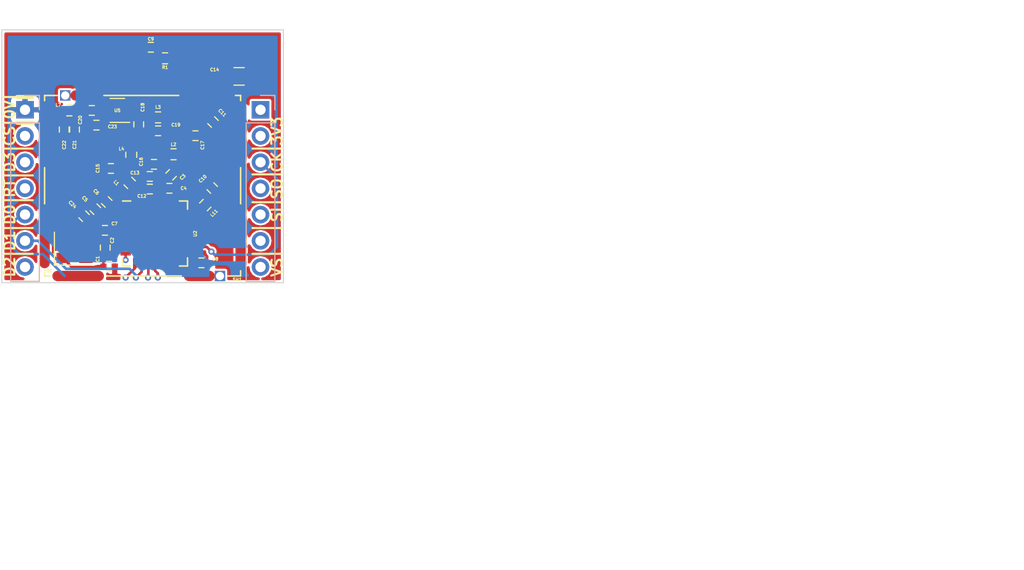
<source format=kicad_pcb>
(kicad_pcb (version 4) (host pcbnew 4.0.6)

  (general
    (links 102)
    (no_connects 51)
    (area 84.949999 87.8 184.100001 118.35)
    (thickness 1.6)
    (drawings 67)
    (tracks 122)
    (zones 0)
    (modules 37)
    (nets 38)
  )

  (page A4)
  (layers
    (0 F.Cu signal)
    (1 In1.Cu signal)
    (2 In2.Cu signal)
    (31 B.Cu signal)
    (32 B.Adhes user)
    (33 F.Adhes user)
    (34 B.Paste user)
    (35 F.Paste user)
    (36 B.SilkS user)
    (37 F.SilkS user)
    (38 B.Mask user)
    (39 F.Mask user)
    (40 Dwgs.User user)
    (41 Cmts.User user)
    (42 Eco1.User user)
    (43 Eco2.User user)
    (44 Edge.Cuts user)
    (45 Margin user)
    (46 B.CrtYd user)
    (47 F.CrtYd user)
    (48 B.Fab user)
    (49 F.Fab user)
  )

  (setup
    (last_trace_width 0.25)
    (user_trace_width 0.4)
    (user_trace_width 0.5)
    (trace_clearance 0.2)
    (zone_clearance 0.508)
    (zone_45_only no)
    (trace_min 0.2)
    (segment_width 0.2)
    (edge_width 0.1)
    (via_size 0.6)
    (via_drill 0.4)
    (via_min_size 0.4)
    (via_min_drill 0.3)
    (uvia_size 0.3)
    (uvia_drill 0.1)
    (uvias_allowed no)
    (uvia_min_size 0.2)
    (uvia_min_drill 0.1)
    (pcb_text_width 0.3)
    (pcb_text_size 1.5 1.5)
    (mod_edge_width 0.15)
    (mod_text_size 1 1)
    (mod_text_width 0.15)
    (pad_size 1.3 1)
    (pad_drill 0)
    (pad_to_mask_clearance 0)
    (aux_axis_origin 85 115)
    (grid_origin 85 115)
    (visible_elements FFFFFF7F)
    (pcbplotparams
      (layerselection 0x00030_80000001)
      (usegerberextensions false)
      (excludeedgelayer true)
      (linewidth 0.100000)
      (plotframeref false)
      (viasonmask false)
      (mode 1)
      (useauxorigin false)
      (hpglpennumber 1)
      (hpglpenspeed 20)
      (hpglpendiameter 15)
      (hpglpenoverlay 2)
      (psnegative false)
      (psa4output false)
      (plotreference true)
      (plotvalue true)
      (plotinvisibletext false)
      (padsonsilk false)
      (subtractmaskfromsilk false)
      (outputformat 1)
      (mirror false)
      (drillshape 1)
      (scaleselection 1)
      (outputdirectory ""))
  )

  (net 0 "")
  (net 1 +3V3)
  (net 2 GND)
  (net 3 "Net-(P2-Pad1)")
  (net 4 "Net-(P2-Pad6)")
  (net 5 "Net-(U2-Pad1)")
  (net 6 "Net-(C6-Pad1)")
  (net 7 "Net-(C7-Pad1)")
  (net 8 /RST)
  (net 9 /DIO0)
  (net 10 /DIO1)
  (net 11 /DIO2)
  (net 12 /DIO3)
  (net 13 "Net-(U2-Pad12)")
  (net 14 "Net-(U2-Pad13)")
  (net 15 /CLK)
  (net 16 /MISO)
  (net 17 /MOSI)
  (net 18 /CS)
  (net 19 "Net-(U2-Pad22)")
  (net 20 "Net-(C12-Pad1)")
  (net 21 "Net-(L1-Pad1)")
  (net 22 "Net-(U2-Pad28)")
  (net 23 "Net-(R1-Pad2)")
  (net 24 "Net-(L11-Pad1)")
  (net 25 "Net-(C1-Pad1)")
  (net 26 "Net-(C2-Pad1)")
  (net 27 "Net-(SH1-Pad1)")
  (net 28 "Net-(C9-Pad2)")
  (net 29 "Net-(C10-Pad1)")
  (net 30 "Net-(C11-Pad1)")
  (net 31 "Net-(C15-Pad1)")
  (net 32 "Net-(C16-Pad1)")
  (net 33 "Net-(C17-Pad1)")
  (net 34 "Net-(C18-Pad1)")
  (net 35 "Net-(C20-Pad1)")
  (net 36 "Net-(C20-Pad2)")
  (net 37 "Net-(C22-Pad2)")

  (net_class Default "This is the default net class."
    (clearance 0.2)
    (trace_width 0.25)
    (via_dia 0.6)
    (via_drill 0.4)
    (uvia_dia 0.3)
    (uvia_drill 0.1)
    (add_net +3V3)
    (add_net /CLK)
    (add_net /CS)
    (add_net /DIO0)
    (add_net /DIO1)
    (add_net /DIO2)
    (add_net /DIO3)
    (add_net /MISO)
    (add_net /MOSI)
    (add_net /RST)
    (add_net GND)
    (add_net "Net-(C1-Pad1)")
    (add_net "Net-(C10-Pad1)")
    (add_net "Net-(C11-Pad1)")
    (add_net "Net-(C12-Pad1)")
    (add_net "Net-(C15-Pad1)")
    (add_net "Net-(C16-Pad1)")
    (add_net "Net-(C17-Pad1)")
    (add_net "Net-(C18-Pad1)")
    (add_net "Net-(C2-Pad1)")
    (add_net "Net-(C20-Pad1)")
    (add_net "Net-(C20-Pad2)")
    (add_net "Net-(C22-Pad2)")
    (add_net "Net-(C6-Pad1)")
    (add_net "Net-(C7-Pad1)")
    (add_net "Net-(C9-Pad2)")
    (add_net "Net-(L1-Pad1)")
    (add_net "Net-(L11-Pad1)")
    (add_net "Net-(P2-Pad1)")
    (add_net "Net-(P2-Pad6)")
    (add_net "Net-(R1-Pad2)")
    (add_net "Net-(SH1-Pad1)")
    (add_net "Net-(U2-Pad1)")
    (add_net "Net-(U2-Pad12)")
    (add_net "Net-(U2-Pad13)")
    (add_net "Net-(U2-Pad22)")
    (add_net "Net-(U2-Pad28)")
  )

  (module Pin_Headers:Pin_Header_Straight_1x07_Pitch2.54mm (layer B.Cu) (tedit 5992FD88) (tstamp 5992FFC1)
    (at 87.25 98.235 180)
    (descr "Through hole straight pin header, 1x07, 2.54mm pitch, single row")
    (tags "Through hole pin header THT 1x07 2.54mm single row")
    (path /58FFFEC1)
    (fp_text reference P1 (at 0 2.39 180) (layer B.SilkS) hide
      (effects (font (size 1 1) (thickness 0.15)) (justify mirror))
    )
    (fp_text value CONN_01X07 (at 0 -8.515 270) (layer B.Fab)
      (effects (font (size 1 1) (thickness 0.15)) (justify mirror))
    )
    (fp_line (start -1.27 1.27) (end -1.27 -16.51) (layer B.Fab) (width 0.1))
    (fp_line (start -1.27 -16.51) (end 1.27 -16.51) (layer B.Fab) (width 0.1))
    (fp_line (start 1.27 -16.51) (end 1.27 1.27) (layer B.Fab) (width 0.1))
    (fp_line (start 1.27 1.27) (end -1.27 1.27) (layer B.Fab) (width 0.1))
    (fp_line (start -1.39 -1.27) (end -1.39 -16.63) (layer B.SilkS) (width 0.12))
    (fp_line (start -1.39 -16.63) (end 1.39 -16.63) (layer B.SilkS) (width 0.12))
    (fp_line (start 1.39 -16.63) (end 1.39 -1.27) (layer B.SilkS) (width 0.12))
    (fp_line (start 1.39 -1.27) (end -1.39 -1.27) (layer B.SilkS) (width 0.12))
    (fp_line (start -1.39 0) (end -1.39 1.39) (layer B.SilkS) (width 0.12))
    (fp_line (start -1.39 1.39) (end 0 1.39) (layer B.SilkS) (width 0.12))
    (fp_line (start -1.6 1.6) (end -1.6 -16.8) (layer B.CrtYd) (width 0.05))
    (fp_line (start -1.6 -16.8) (end 1.6 -16.8) (layer B.CrtYd) (width 0.05))
    (fp_line (start 1.6 -16.8) (end 1.6 1.6) (layer B.CrtYd) (width 0.05))
    (fp_line (start 1.6 1.6) (end -1.6 1.6) (layer B.CrtYd) (width 0.05))
    (pad 1 thru_hole rect (at 0 0 180) (size 1.7 1.7) (drill 1) (layers *.Cu *.Mask)
      (net 2 GND))
    (pad 2 thru_hole oval (at 0 -2.54 180) (size 1.7 1.7) (drill 1) (layers *.Cu *.Mask)
      (net 18 /CS))
    (pad 3 thru_hole oval (at 0 -5.08 180) (size 1.7 1.7) (drill 1) (layers *.Cu *.Mask)
      (net 12 /DIO3))
    (pad 4 thru_hole oval (at 0 -7.62 180) (size 1.7 1.7) (drill 1) (layers *.Cu *.Mask)
      (net 8 /RST))
    (pad 5 thru_hole oval (at 0 -10.16 180) (size 1.7 1.7) (drill 1) (layers *.Cu *.Mask)
      (net 9 /DIO0))
    (pad 6 thru_hole oval (at 0 -12.7 180) (size 1.7 1.7) (drill 1) (layers *.Cu *.Mask)
      (net 10 /DIO1))
    (pad 7 thru_hole oval (at 0 -15.24 180) (size 1.7 1.7) (drill 1) (layers *.Cu *.Mask)
      (net 11 /DIO2))
    (model Pin_Headers.3dshapes/Pin_Header_Straight_1x07_Pitch2.54mm.wrl
      (at (xyz 0 -0.3 0))
      (scale (xyz 1 1 1))
      (rotate (xyz 0 0 90))
    )
  )

  (module Capacitors_SMD:C_0402 (layer F.Cu) (tedit 59931913) (tstamp 59066B8B)
    (at 101.25 105.85)
    (descr "Capacitor SMD 0402, reflow soldering, AVX (see smccp.pdf)")
    (tags "capacitor 0402")
    (path /590A447C)
    (attr smd)
    (fp_text reference C4 (at 1.375 0) (layer F.SilkS)
      (effects (font (size 0.3 0.3) (thickness 0.075)))
    )
    (fp_text value 100nF (at 0 0) (layer F.Fab) hide
      (effects (font (size 0.127 0.127) (thickness 0.03175)))
    )
    (fp_text user %R (at 0 -1.27) (layer F.Fab) hide
      (effects (font (size 1 1) (thickness 0.15)))
    )
    (fp_line (start -0.5 0.25) (end -0.5 -0.25) (layer F.Fab) (width 0.1))
    (fp_line (start 0.5 0.25) (end -0.5 0.25) (layer F.Fab) (width 0.1))
    (fp_line (start 0.5 -0.25) (end 0.5 0.25) (layer F.Fab) (width 0.1))
    (fp_line (start -0.5 -0.25) (end 0.5 -0.25) (layer F.Fab) (width 0.1))
    (fp_line (start 0.25 -0.47) (end -0.25 -0.47) (layer F.SilkS) (width 0.12))
    (fp_line (start -0.25 0.47) (end 0.25 0.47) (layer F.SilkS) (width 0.12))
    (fp_line (start -1 -0.4) (end 1 -0.4) (layer F.CrtYd) (width 0.05))
    (fp_line (start -1 -0.4) (end -1 0.4) (layer F.CrtYd) (width 0.05))
    (fp_line (start 1 0.4) (end 1 -0.4) (layer F.CrtYd) (width 0.05))
    (fp_line (start 1 0.4) (end -1 0.4) (layer F.CrtYd) (width 0.05))
    (pad 1 smd rect (at -0.55 0) (size 0.6 0.5) (layers F.Cu F.Paste F.Mask)
      (net 1 +3V3))
    (pad 2 smd rect (at 0.55 0) (size 0.6 0.5) (layers F.Cu F.Paste F.Mask)
      (net 2 GND))
    (model Capacitors_SMD.3dshapes/C_0402.wrl
      (at (xyz 0 0 0))
      (scale (xyz 1 1 1))
      (rotate (xyz 0 0 0))
    )
  )

  (module Pin_Headers:Pin_Header_Straight_1x07_Pitch2.54mm (layer B.Cu) (tedit 5906714F) (tstamp 59066BA1)
    (at 110.08 98.239 180)
    (descr "Through hole straight pin header, 1x07, 2.54mm pitch, single row")
    (tags "Through hole pin header THT 1x07 2.54mm single row")
    (path /59000096)
    (fp_text reference P2 (at 0 2.39 180) (layer B.SilkS) hide
      (effects (font (size 1 1) (thickness 0.15)) (justify mirror))
    )
    (fp_text value CONN_01X07 (at 0 -8.48 450) (layer B.Fab)
      (effects (font (size 1 1) (thickness 0.15)) (justify mirror))
    )
    (fp_line (start -1.27 1.27) (end -1.27 -16.51) (layer B.Fab) (width 0.1))
    (fp_line (start -1.27 -16.51) (end 1.27 -16.51) (layer B.Fab) (width 0.1))
    (fp_line (start 1.27 -16.51) (end 1.27 1.27) (layer B.Fab) (width 0.1))
    (fp_line (start 1.27 1.27) (end -1.27 1.27) (layer B.Fab) (width 0.1))
    (fp_line (start -1.39 -1.27) (end -1.39 -16.63) (layer B.SilkS) (width 0.12))
    (fp_line (start -1.39 -16.63) (end 1.39 -16.63) (layer B.SilkS) (width 0.12))
    (fp_line (start 1.39 -16.63) (end 1.39 -1.27) (layer B.SilkS) (width 0.12))
    (fp_line (start 1.39 -1.27) (end -1.39 -1.27) (layer B.SilkS) (width 0.12))
    (fp_line (start -1.39 0) (end -1.39 1.39) (layer B.SilkS) (width 0.12))
    (fp_line (start -1.39 1.39) (end 0 1.39) (layer B.SilkS) (width 0.12))
    (fp_line (start -1.6 1.6) (end -1.6 -16.8) (layer B.CrtYd) (width 0.05))
    (fp_line (start -1.6 -16.8) (end 1.6 -16.8) (layer B.CrtYd) (width 0.05))
    (fp_line (start 1.6 -16.8) (end 1.6 1.6) (layer B.CrtYd) (width 0.05))
    (fp_line (start 1.6 1.6) (end -1.6 1.6) (layer B.CrtYd) (width 0.05))
    (pad 1 thru_hole rect (at 0 0 180) (size 1.7 1.7) (drill 1) (layers *.Cu *.Mask)
      (net 3 "Net-(P2-Pad1)"))
    (pad 2 thru_hole oval (at 0 -2.54 180) (size 1.7 1.7) (drill 1) (layers *.Cu *.Mask)
      (net 1 +3V3))
    (pad 3 thru_hole oval (at 0 -5.08 180) (size 1.7 1.7) (drill 1) (layers *.Cu *.Mask)
      (net 15 /CLK))
    (pad 4 thru_hole oval (at 0 -7.62 180) (size 1.7 1.7) (drill 1) (layers *.Cu *.Mask)
      (net 16 /MISO))
    (pad 5 thru_hole oval (at 0 -10.16 180) (size 1.7 1.7) (drill 1) (layers *.Cu *.Mask)
      (net 17 /MOSI))
    (pad 6 thru_hole oval (at 0 -12.7 180) (size 1.7 1.7) (drill 1) (layers *.Cu *.Mask)
      (net 4 "Net-(P2-Pad6)"))
    (pad 7 thru_hole oval (at 0 -15.24 180) (size 1.7 1.7) (drill 1) (layers *.Cu *.Mask)
      (net 1 +3V3))
    (model Pin_Headers.3dshapes/Pin_Header_Straight_1x07_Pitch2.54mm.wrl
      (at (xyz 0 -0.3 0))
      (scale (xyz 1 1 1))
      (rotate (xyz 0 0 90))
    )
  )

  (module Housings_DFN_QFN:QFN-28-1EP_6x6mm_Pitch0.65mm (layer F.Cu) (tedit 59930334) (tstamp 590677DA)
    (at 99.85625 110.23125)
    (descr "28-Lead Plastic Quad Flat, No Lead Package (ML) - 6x6 mm Body [QFN]; (see Microchip Packaging Specification 00000049BS.pdf)")
    (tags "QFN 0.65")
    (path /5992E56F)
    (attr smd)
    (fp_text reference U2 (at 3.89375 0.01875 90) (layer F.SilkS)
      (effects (font (size 0.3 0.3) (thickness 0.075)))
    )
    (fp_text value SX1276 (at 0 0) (layer F.Fab)
      (effects (font (size 1 1) (thickness 0.15)))
    )
    (fp_line (start -2 -3) (end 3 -3) (layer F.Fab) (width 0.15))
    (fp_line (start 3 -3) (end 3 3) (layer F.Fab) (width 0.15))
    (fp_line (start 3 3) (end -3 3) (layer F.Fab) (width 0.15))
    (fp_line (start -3 3) (end -3 -2) (layer F.Fab) (width 0.15))
    (fp_line (start -3 -2) (end -2 -3) (layer F.Fab) (width 0.15))
    (fp_line (start -3.6 -3.6) (end -3.6 3.6) (layer F.CrtYd) (width 0.05))
    (fp_line (start 3.6 -3.6) (end 3.6 3.6) (layer F.CrtYd) (width 0.05))
    (fp_line (start -3.6 -3.6) (end 3.6 -3.6) (layer F.CrtYd) (width 0.05))
    (fp_line (start -3.6 3.6) (end 3.6 3.6) (layer F.CrtYd) (width 0.05))
    (fp_line (start 3.15 -3.15) (end 3.15 -2.36) (layer F.SilkS) (width 0.15))
    (fp_line (start -3.15 3.15) (end -3.15 2.36) (layer F.SilkS) (width 0.15))
    (fp_line (start 3.15 3.15) (end 3.15 2.36) (layer F.SilkS) (width 0.15))
    (fp_line (start -3.15 -3.15) (end -2.36 -3.15) (layer F.SilkS) (width 0.15))
    (fp_line (start -3.15 3.15) (end -2.36 3.15) (layer F.SilkS) (width 0.15))
    (fp_line (start 3.15 3.15) (end 2.36 3.15) (layer F.SilkS) (width 0.15))
    (fp_line (start 3.15 -3.15) (end 2.36 -3.15) (layer F.SilkS) (width 0.15))
    (pad 1 smd rect (at -2.85 -1.95) (size 1 0.37) (layers F.Cu F.Paste F.Mask)
      (net 5 "Net-(U2-Pad1)"))
    (pad 2 smd rect (at -2.85 -1.3) (size 1 0.37) (layers F.Cu F.Paste F.Mask)
      (net 6 "Net-(C6-Pad1)"))
    (pad 3 smd rect (at -2.85 -0.65) (size 1 0.37) (layers F.Cu F.Paste F.Mask)
      (net 1 +3V3))
    (pad 4 smd rect (at -2.85 0) (size 1 0.37) (layers F.Cu F.Paste F.Mask)
      (net 7 "Net-(C7-Pad1)"))
    (pad 5 smd rect (at -2.85 0.65) (size 1 0.37) (layers F.Cu F.Paste F.Mask)
      (net 26 "Net-(C2-Pad1)"))
    (pad 6 smd rect (at -2.85 1.3) (size 1 0.37) (layers F.Cu F.Paste F.Mask)
      (net 25 "Net-(C1-Pad1)"))
    (pad 7 smd rect (at -2.85 1.95) (size 1 0.37) (layers F.Cu F.Paste F.Mask)
      (net 8 /RST))
    (pad 8 smd rect (at -1.95 2.85 90) (size 1 0.37) (layers F.Cu F.Paste F.Mask)
      (net 9 /DIO0))
    (pad 9 smd rect (at -1.3 2.85 90) (size 1 0.37) (layers F.Cu F.Paste F.Mask)
      (net 10 /DIO1))
    (pad 10 smd rect (at -0.65 2.85 90) (size 1 0.37) (layers F.Cu F.Paste F.Mask)
      (net 11 /DIO2))
    (pad 11 smd rect (at 0 2.85 90) (size 1 0.37) (layers F.Cu F.Paste F.Mask)
      (net 12 /DIO3))
    (pad 12 smd rect (at 0.65 2.85 90) (size 1 0.37) (layers F.Cu F.Paste F.Mask)
      (net 13 "Net-(U2-Pad12)"))
    (pad 13 smd rect (at 1.3 2.85 90) (size 1 0.37) (layers F.Cu F.Paste F.Mask)
      (net 14 "Net-(U2-Pad13)"))
    (pad 14 smd rect (at 1.95 2.85 90) (size 1 0.37) (layers F.Cu F.Paste F.Mask)
      (net 1 +3V3))
    (pad 15 smd rect (at 2.85 1.95) (size 1 0.37) (layers F.Cu F.Paste F.Mask)
      (net 2 GND))
    (pad 16 smd rect (at 2.85 1.3) (size 1 0.37) (layers F.Cu F.Paste F.Mask)
      (net 15 /CLK))
    (pad 17 smd rect (at 2.85 0.65) (size 1 0.37) (layers F.Cu F.Paste F.Mask)
      (net 16 /MISO))
    (pad 18 smd rect (at 2.85 0) (size 1 0.37) (layers F.Cu F.Paste F.Mask)
      (net 17 /MOSI))
    (pad 19 smd rect (at 2.85 -0.65) (size 1 0.37) (layers F.Cu F.Paste F.Mask)
      (net 18 /CS))
    (pad 20 smd rect (at 2.85 -1.3) (size 1 0.37) (layers F.Cu F.Paste F.Mask)
      (net 23 "Net-(R1-Pad2)"))
    (pad 21 smd rect (at 2.85 -1.95) (size 1 0.37) (layers F.Cu F.Paste F.Mask)
      (net 24 "Net-(L11-Pad1)"))
    (pad 22 smd rect (at 1.95 -2.85 90) (size 1 0.37) (layers F.Cu F.Paste F.Mask)
      (net 19 "Net-(U2-Pad22)"))
    (pad 23 smd rect (at 1.3 -2.85 90) (size 1 0.37) (layers F.Cu F.Paste F.Mask)
      (net 2 GND))
    (pad 24 smd rect (at 0.65 -2.85 90) (size 1 0.37) (layers F.Cu F.Paste F.Mask)
      (net 1 +3V3))
    (pad 25 smd rect (at 0 -2.85 90) (size 1 0.37) (layers F.Cu F.Paste F.Mask)
      (net 20 "Net-(C12-Pad1)"))
    (pad 26 smd rect (at -0.65 -2.85 90) (size 1 0.37) (layers F.Cu F.Paste F.Mask)
      (net 2 GND))
    (pad 27 smd rect (at -1.3 -2.85 90) (size 1 0.37) (layers F.Cu F.Paste F.Mask)
      (net 21 "Net-(L1-Pad1)"))
    (pad 28 smd rect (at -1.95 -2.85 90) (size 1 0.37) (layers F.Cu F.Paste F.Mask)
      (net 22 "Net-(U2-Pad28)"))
    (pad 29 smd rect (at 1.59375 1.59375) (size 1.0625 1.0625) (layers F.Cu F.Paste F.Mask)
      (net 2 GND) (solder_paste_margin_ratio -0.2))
    (pad 29 smd rect (at 1.59375 0.53125) (size 1.0625 1.0625) (layers F.Cu F.Paste F.Mask)
      (net 2 GND) (solder_paste_margin_ratio -0.2))
    (pad 29 smd rect (at 1.59375 -0.53125) (size 1.0625 1.0625) (layers F.Cu F.Paste F.Mask)
      (net 2 GND) (solder_paste_margin_ratio -0.2))
    (pad 29 smd rect (at 1.59375 -1.59375) (size 1.0625 1.0625) (layers F.Cu F.Paste F.Mask)
      (net 2 GND) (solder_paste_margin_ratio -0.2))
    (pad 29 smd rect (at 0.53125 1.59375) (size 1.0625 1.0625) (layers F.Cu F.Paste F.Mask)
      (net 2 GND) (solder_paste_margin_ratio -0.2))
    (pad 29 smd rect (at 0.53125 0.53125) (size 1.0625 1.0625) (layers F.Cu F.Paste F.Mask)
      (net 2 GND) (solder_paste_margin_ratio -0.2))
    (pad 29 smd rect (at 0.53125 -0.53125) (size 1.0625 1.0625) (layers F.Cu F.Paste F.Mask)
      (net 2 GND) (solder_paste_margin_ratio -0.2))
    (pad 29 smd rect (at 0.53125 -1.59375) (size 1.0625 1.0625) (layers F.Cu F.Paste F.Mask)
      (net 2 GND) (solder_paste_margin_ratio -0.2))
    (pad 29 smd rect (at -0.53125 1.59375) (size 1.0625 1.0625) (layers F.Cu F.Paste F.Mask)
      (net 2 GND) (solder_paste_margin_ratio -0.2))
    (pad 29 smd rect (at -0.53125 0.53125) (size 1.0625 1.0625) (layers F.Cu F.Paste F.Mask)
      (net 2 GND) (solder_paste_margin_ratio -0.2))
    (pad 29 smd rect (at -0.53125 -0.53125) (size 1.0625 1.0625) (layers F.Cu F.Paste F.Mask)
      (net 2 GND) (solder_paste_margin_ratio -0.2))
    (pad 29 smd rect (at -0.53125 -1.59375) (size 1.0625 1.0625) (layers F.Cu F.Paste F.Mask)
      (net 2 GND) (solder_paste_margin_ratio -0.2))
    (pad 29 smd rect (at -1.59375 1.59375) (size 1.0625 1.0625) (layers F.Cu F.Paste F.Mask)
      (net 2 GND) (solder_paste_margin_ratio -0.2))
    (pad 29 smd rect (at -1.59375 0.53125) (size 1.0625 1.0625) (layers F.Cu F.Paste F.Mask)
      (net 2 GND) (solder_paste_margin_ratio -0.2))
    (pad 29 smd rect (at -1.59375 -0.53125) (size 1.0625 1.0625) (layers F.Cu F.Paste F.Mask)
      (net 2 GND) (solder_paste_margin_ratio -0.2))
    (pad 29 smd rect (at -1.59375 -1.59375) (size 1.0625 1.0625) (layers F.Cu F.Paste F.Mask)
      (net 2 GND) (solder_paste_margin_ratio -0.2))
    (model Housings_DFN_QFN.3dshapes/QFN-28-1EP_6x6mm_Pitch0.65mm.wrl
      (at (xyz 0 0 0))
      (scale (xyz 1 1 1))
      (rotate (xyz 0 0 0))
    )
  )

  (module Crystals:Crystal_SMD_EuroQuartz_MT-4pin_3.2x2.5mm locked (layer F.Cu) (tedit 59931854) (tstamp 59924590)
    (at 92.05 111.7)
    (descr "SMD Crystal EuroQuartz MT series http://cdn-reichelt.de/documents/datenblatt/B400/MT.pdf, 3.2x2.5mm^2 package")
    (tags "SMD SMT crystal")
    (path /58FF9DC3)
    (attr smd)
    (fp_text reference Q1 (at -2.425 2.15) (layer F.SilkS)
      (effects (font (size 0.3 0.3) (thickness 0.075)))
    )
    (fp_text value 32MHz (at 0 0) (layer F.Fab)
      (effects (font (size 0.5 0.5) (thickness 0.125)))
    )
    (fp_line (start -1.5 -1.25) (end 1.5 -1.25) (layer F.Fab) (width 0.1))
    (fp_line (start 1.5 -1.25) (end 1.6 -1.15) (layer F.Fab) (width 0.1))
    (fp_line (start 1.6 -1.15) (end 1.6 1.15) (layer F.Fab) (width 0.1))
    (fp_line (start 1.6 1.15) (end 1.5 1.25) (layer F.Fab) (width 0.1))
    (fp_line (start 1.5 1.25) (end -1.5 1.25) (layer F.Fab) (width 0.1))
    (fp_line (start -1.5 1.25) (end -1.6 1.15) (layer F.Fab) (width 0.1))
    (fp_line (start -1.6 1.15) (end -1.6 -1.15) (layer F.Fab) (width 0.1))
    (fp_line (start -1.6 -1.15) (end -1.5 -1.25) (layer F.Fab) (width 0.1))
    (fp_line (start -1.6 0.25) (end -0.6 1.25) (layer F.Fab) (width 0.1))
    (fp_line (start -1.95 -1.6) (end -1.95 1.6) (layer F.SilkS) (width 0.12))
    (fp_line (start -1.95 1.6) (end 1.95 1.6) (layer F.SilkS) (width 0.12))
    (fp_line (start -2 -1.7) (end -2 1.7) (layer F.CrtYd) (width 0.05))
    (fp_line (start -2 1.7) (end 2 1.7) (layer F.CrtYd) (width 0.05))
    (fp_line (start 2 1.7) (end 2 -1.7) (layer F.CrtYd) (width 0.05))
    (fp_line (start 2 -1.7) (end -2 -1.7) (layer F.CrtYd) (width 0.05))
    (pad 1 smd rect (at -1.1 0.9) (size 1.3 1) (layers F.Cu F.Mask)
      (net 25 "Net-(C1-Pad1)"))
    (pad 2 smd rect (at 1.1 0.9) (size 1.3 1) (layers F.Cu F.Mask)
      (net 2 GND))
    (pad 3 smd rect (at 1.1 -0.9) (size 1.3 1) (layers F.Cu F.Mask)
      (net 26 "Net-(C2-Pad1)"))
    (pad 4 smd rect (at -1.1 -0.9) (size 1.3 1) (layers F.Cu F.Mask))
    (model Crystals.3dshapes/Crystal_SMD_EuroQuartz_MT-4pin_3.2x2.5mm.wrl
      (at (xyz 0 0 0))
      (scale (xyz 1 1 1))
      (rotate (xyz 0 0 0))
    )
  )

  (module Capacitors_SMD:C_0402 (layer F.Cu) (tedit 5992F69C) (tstamp 599246CF)
    (at 95.4 113.4)
    (descr "Capacitor SMD 0402, reflow soldering, AVX (see smccp.pdf)")
    (tags "capacitor 0402")
    (path /58FE6451)
    (attr smd)
    (fp_text reference C1 (at -1.1 -0.7 90) (layer F.SilkS)
      (effects (font (size 0.3 0.3) (thickness 0.075)))
    )
    (fp_text value 15pF (at 0 0) (layer F.Fab)
      (effects (font (size 0.127 0.127) (thickness 0.03175)))
    )
    (fp_text user %R (at 0 -1.27) (layer F.Fab) hide
      (effects (font (size 1 1) (thickness 0.15)))
    )
    (fp_line (start -0.5 0.25) (end -0.5 -0.25) (layer F.Fab) (width 0.1))
    (fp_line (start 0.5 0.25) (end -0.5 0.25) (layer F.Fab) (width 0.1))
    (fp_line (start 0.5 -0.25) (end 0.5 0.25) (layer F.Fab) (width 0.1))
    (fp_line (start -0.5 -0.25) (end 0.5 -0.25) (layer F.Fab) (width 0.1))
    (fp_line (start 0.25 -0.47) (end -0.25 -0.47) (layer F.SilkS) (width 0.12))
    (fp_line (start -0.25 0.47) (end 0.25 0.47) (layer F.SilkS) (width 0.12))
    (fp_line (start -1 -0.4) (end 1 -0.4) (layer F.CrtYd) (width 0.05))
    (fp_line (start -1 -0.4) (end -1 0.4) (layer F.CrtYd) (width 0.05))
    (fp_line (start 1 0.4) (end 1 -0.4) (layer F.CrtYd) (width 0.05))
    (fp_line (start 1 0.4) (end -1 0.4) (layer F.CrtYd) (width 0.05))
    (pad 1 smd rect (at -0.55 0) (size 0.6 0.5) (layers F.Cu F.Paste F.Mask)
      (net 25 "Net-(C1-Pad1)"))
    (pad 2 smd rect (at 0.55 0) (size 0.6 0.5) (layers F.Cu F.Paste F.Mask)
      (net 2 GND))
    (model Capacitors_SMD.3dshapes/C_0402.wrl
      (at (xyz 0 0 0))
      (scale (xyz 1 1 1))
      (rotate (xyz 0 0 0))
    )
  )

  (module Capacitors_SMD:C_0402 (layer F.Cu) (tedit 5992F6A6) (tstamp 599246E0)
    (at 95.025 111.6 270)
    (descr "Capacitor SMD 0402, reflow soldering, AVX (see smccp.pdf)")
    (tags "capacitor 0402")
    (path /58FE6423)
    (attr smd)
    (fp_text reference C2 (at -0.7 -0.675 270) (layer F.SilkS)
      (effects (font (size 0.3 0.3) (thickness 0.075)))
    )
    (fp_text value 15pF (at 0 0 270) (layer F.Fab)
      (effects (font (size 0.127 0.127) (thickness 0.03175)))
    )
    (fp_text user %R (at 0 -1.27 270) (layer F.Fab) hide
      (effects (font (size 1 1) (thickness 0.15)))
    )
    (fp_line (start -0.5 0.25) (end -0.5 -0.25) (layer F.Fab) (width 0.1))
    (fp_line (start 0.5 0.25) (end -0.5 0.25) (layer F.Fab) (width 0.1))
    (fp_line (start 0.5 -0.25) (end 0.5 0.25) (layer F.Fab) (width 0.1))
    (fp_line (start -0.5 -0.25) (end 0.5 -0.25) (layer F.Fab) (width 0.1))
    (fp_line (start 0.25 -0.47) (end -0.25 -0.47) (layer F.SilkS) (width 0.12))
    (fp_line (start -0.25 0.47) (end 0.25 0.47) (layer F.SilkS) (width 0.12))
    (fp_line (start -1 -0.4) (end 1 -0.4) (layer F.CrtYd) (width 0.05))
    (fp_line (start -1 -0.4) (end -1 0.4) (layer F.CrtYd) (width 0.05))
    (fp_line (start 1 0.4) (end 1 -0.4) (layer F.CrtYd) (width 0.05))
    (fp_line (start 1 0.4) (end -1 0.4) (layer F.CrtYd) (width 0.05))
    (pad 1 smd rect (at -0.55 0 270) (size 0.6 0.5) (layers F.Cu F.Paste F.Mask)
      (net 26 "Net-(C2-Pad1)"))
    (pad 2 smd rect (at 0.55 0 270) (size 0.6 0.5) (layers F.Cu F.Paste F.Mask)
      (net 2 GND))
    (model Capacitors_SMD.3dshapes/C_0402.wrl
      (at (xyz 0 0 0))
      (scale (xyz 1 1 1))
      (rotate (xyz 0 0 0))
    )
  )

  (module Capacitors_SMD:C_0805 (layer F.Cu) (tedit 59930371) (tstamp 5992E782)
    (at 108 95 180)
    (descr "Capacitor SMD 0805, reflow soldering, AVX (see smccp.pdf)")
    (tags "capacitor 0805")
    (path /59928DBD)
    (attr smd)
    (fp_text reference C14 (at 2.375 0.65 180) (layer F.SilkS)
      (effects (font (size 0.3 0.3) (thickness 0.075)))
    )
    (fp_text value 10uF (at 0 1.75 180) (layer F.Fab) hide
      (effects (font (size 1 1) (thickness 0.15)))
    )
    (fp_text user %R (at 0 -1.5 180) (layer F.Fab) hide
      (effects (font (size 1 1) (thickness 0.15)))
    )
    (fp_line (start -1 0.62) (end -1 -0.62) (layer F.Fab) (width 0.1))
    (fp_line (start 1 0.62) (end -1 0.62) (layer F.Fab) (width 0.1))
    (fp_line (start 1 -0.62) (end 1 0.62) (layer F.Fab) (width 0.1))
    (fp_line (start -1 -0.62) (end 1 -0.62) (layer F.Fab) (width 0.1))
    (fp_line (start 0.5 -0.85) (end -0.5 -0.85) (layer F.SilkS) (width 0.12))
    (fp_line (start -0.5 0.85) (end 0.5 0.85) (layer F.SilkS) (width 0.12))
    (fp_line (start -1.75 -0.88) (end 1.75 -0.88) (layer F.CrtYd) (width 0.05))
    (fp_line (start -1.75 -0.88) (end -1.75 0.87) (layer F.CrtYd) (width 0.05))
    (fp_line (start 1.75 0.87) (end 1.75 -0.88) (layer F.CrtYd) (width 0.05))
    (fp_line (start 1.75 0.87) (end -1.75 0.87) (layer F.CrtYd) (width 0.05))
    (pad 1 smd rect (at -1 0 180) (size 1 1.25) (layers F.Cu F.Paste F.Mask)
      (net 1 +3V3))
    (pad 2 smd rect (at 1 0 180) (size 1 1.25) (layers F.Cu F.Paste F.Mask)
      (net 2 GND))
    (model Capacitors_SMD.3dshapes/C_0805.wrl
      (at (xyz 0 0 0))
      (scale (xyz 1 1 1))
      (rotate (xyz 0 0 0))
    )
  )

  (module balcerzak-pcb:inAIR9B_shield locked (layer F.Cu) (tedit 5993039A) (tstamp 5992FD6A)
    (at 98.65 105.6)
    (path /5909D6F5)
    (fp_text reference SH1 (at 9.175 9.1) (layer F.SilkS)
      (effects (font (size 0.3 0.3) (thickness 0.075)))
    )
    (fp_text value RF_Shield_One_Piece (at 0 0) (layer F.Fab) hide
      (effects (font (size 1 1) (thickness 0.15)))
    )
    (fp_line (start -9.5 8.75) (end -9 8.75) (layer F.SilkS) (width 0.15))
    (fp_line (start -9.5 8.25) (end -9.5 8.75) (layer F.SilkS) (width 0.15))
    (fp_line (start 9.5 8.75) (end 9.5 8.25) (layer F.SilkS) (width 0.15))
    (fp_line (start 8.25 8.75) (end 9.5 8.75) (layer F.SilkS) (width 0.15))
    (fp_line (start 9.5 -8.75) (end 9.5 -8.25) (layer F.SilkS) (width 0.15))
    (fp_line (start -9.5 -8.75) (end -8.25 -8.75) (layer F.SilkS) (width 0.15))
    (fp_line (start -9.5 -8.25) (end -9.5 -8.75) (layer F.SilkS) (width 0.15))
    (fp_line (start 9 -8.75) (end 9.5 -8.75) (layer F.SilkS) (width 0.15))
    (fp_line (start -9.5 1.75) (end -9.5 -1.75) (layer F.SilkS) (width 0.15))
    (fp_line (start 3.75 8.75) (end -3.5 8.75) (layer F.SilkS) (width 0.15))
    (fp_line (start 9.5 -1.75) (end 9.5 1.75) (layer F.SilkS) (width 0.15))
    (fp_line (start -3.75 -8.75) (end 3.5 -8.75) (layer F.SilkS) (width 0.15))
    (fp_line (start 4.5 8.75) (end 6.5 8.75) (layer F.Mask) (width 1))
    (fp_line (start 9.5 -7.5) (end 9.5 -2.5) (layer F.Mask) (width 1))
    (fp_line (start 9.5 2.5) (end 9.5 7.5) (layer F.Mask) (width 1))
    (fp_line (start -9.5 2.5) (end -9.5 7.5) (layer F.Mask) (width 1))
    (fp_line (start -9.5 -7.5) (end -9.5 -2.5) (layer F.Mask) (width 1))
    (fp_line (start -6.5 -8.75) (end -4.5 -8.75) (layer F.Mask) (width 1))
    (fp_line (start -8.25 8.75) (end -4.25 8.75) (layer F.Mask) (width 1))
    (fp_line (start 4.25 -8.75) (end 8.25 -8.75) (layer F.Mask) (width 1))
    (pad 1 thru_hole rect (at -7.5 -8.75) (size 1 1) (drill 0.8) (layers *.Cu *.Mask)
      (net 27 "Net-(SH1-Pad1)"))
    (pad 1 thru_hole rect (at 7.5 8.75) (size 1 1) (drill 0.8) (layers *.Cu *.Mask)
      (net 27 "Net-(SH1-Pad1)"))
    (pad 1 smd oval (at -6.25 8.75) (size 5 1) (layers F.Cu F.Paste F.Mask)
      (net 27 "Net-(SH1-Pad1)"))
    (pad 1 smd oval (at 6.25 -8.75) (size 5 1) (layers F.Cu F.Paste F.Mask)
      (net 27 "Net-(SH1-Pad1)"))
    (pad 1 smd oval (at 9.5 -5) (size 1 6) (layers F.Cu F.Paste F.Mask)
      (net 27 "Net-(SH1-Pad1)"))
    (pad 1 smd oval (at 9.5 5) (size 1 6) (layers F.Cu F.Paste F.Mask)
      (net 27 "Net-(SH1-Pad1)"))
    (pad 1 smd oval (at -9.5 5) (size 1 6) (layers F.Cu F.Paste F.Mask)
      (net 27 "Net-(SH1-Pad1)"))
    (pad 1 smd oval (at -9.5 -5) (size 1 6) (layers F.Cu F.Paste F.Mask)
      (net 27 "Net-(SH1-Pad1)"))
    (pad 1 smd oval (at -5.5 -8.75) (size 3 1) (layers F.Cu F.Paste F.Mask)
      (net 27 "Net-(SH1-Pad1)"))
    (pad 1 smd oval (at 5.5 8.75) (size 3 1) (layers F.Cu F.Paste F.Mask)
      (net 27 "Net-(SH1-Pad1)"))
  )

  (module Capacitors_SMD:C_0402 (layer F.Cu) (tedit 599302D6) (tstamp 599302C2)
    (at 104.35 113.075)
    (descr "Capacitor SMD 0402, reflow soldering, AVX (see smccp.pdf)")
    (tags "capacitor 0402")
    (path /59029B4E)
    (attr smd)
    (fp_text reference C8 (at 1.35 -0.375) (layer F.SilkS)
      (effects (font (size 0.3 0.3) (thickness 0.075)))
    )
    (fp_text value 100nF (at 0 1.27) (layer F.Fab) hide
      (effects (font (size 1 1) (thickness 0.15)))
    )
    (fp_text user %R (at 0 -1.27) (layer F.Fab) hide
      (effects (font (size 1 1) (thickness 0.15)))
    )
    (fp_line (start -0.5 0.25) (end -0.5 -0.25) (layer F.Fab) (width 0.1))
    (fp_line (start 0.5 0.25) (end -0.5 0.25) (layer F.Fab) (width 0.1))
    (fp_line (start 0.5 -0.25) (end 0.5 0.25) (layer F.Fab) (width 0.1))
    (fp_line (start -0.5 -0.25) (end 0.5 -0.25) (layer F.Fab) (width 0.1))
    (fp_line (start 0.25 -0.47) (end -0.25 -0.47) (layer F.SilkS) (width 0.12))
    (fp_line (start -0.25 0.47) (end 0.25 0.47) (layer F.SilkS) (width 0.12))
    (fp_line (start -1 -0.4) (end 1 -0.4) (layer F.CrtYd) (width 0.05))
    (fp_line (start -1 -0.4) (end -1 0.4) (layer F.CrtYd) (width 0.05))
    (fp_line (start 1 0.4) (end 1 -0.4) (layer F.CrtYd) (width 0.05))
    (fp_line (start 1 0.4) (end -1 0.4) (layer F.CrtYd) (width 0.05))
    (pad 1 smd rect (at -0.55 0) (size 0.6 0.5) (layers F.Cu F.Paste F.Mask)
      (net 1 +3V3))
    (pad 2 smd rect (at 0.55 0) (size 0.6 0.5) (layers F.Cu F.Paste F.Mask)
      (net 2 GND))
    (model Capacitors_SMD.3dshapes/C_0402.wrl
      (at (xyz 0 0 0))
      (scale (xyz 1 1 1))
      (rotate (xyz 0 0 0))
    )
  )

  (module Capacitors_SMD:C_0402 (layer F.Cu) (tedit 59930446) (tstamp 59930464)
    (at 94.075 107.875 135)
    (descr "Capacitor SMD 0402, reflow soldering, AVX (see smccp.pdf)")
    (tags "capacitor 0402")
    (path /58FFD17B)
    (attr smd)
    (fp_text reference C5 (at 1.431891 -0.017678 135) (layer F.SilkS)
      (effects (font (size 0.3 0.3) (thickness 0.075)))
    )
    (fp_text value 100nF (at 0 1.27 135) (layer F.Fab) hide
      (effects (font (size 1 1) (thickness 0.15)))
    )
    (fp_text user %R (at 0 -1.27 135) (layer F.Fab) hide
      (effects (font (size 1 1) (thickness 0.15)))
    )
    (fp_line (start -0.5 0.25) (end -0.5 -0.25) (layer F.Fab) (width 0.1))
    (fp_line (start 0.5 0.25) (end -0.5 0.25) (layer F.Fab) (width 0.1))
    (fp_line (start 0.5 -0.25) (end 0.5 0.25) (layer F.Fab) (width 0.1))
    (fp_line (start -0.5 -0.25) (end 0.5 -0.25) (layer F.Fab) (width 0.1))
    (fp_line (start 0.25 -0.47) (end -0.25 -0.47) (layer F.SilkS) (width 0.12))
    (fp_line (start -0.25 0.47) (end 0.25 0.47) (layer F.SilkS) (width 0.12))
    (fp_line (start -1 -0.4) (end 1 -0.4) (layer F.CrtYd) (width 0.05))
    (fp_line (start -1 -0.4) (end -1 0.4) (layer F.CrtYd) (width 0.05))
    (fp_line (start 1 0.4) (end 1 -0.4) (layer F.CrtYd) (width 0.05))
    (fp_line (start 1 0.4) (end -1 0.4) (layer F.CrtYd) (width 0.05))
    (pad 1 smd rect (at -0.55 0 135) (size 0.6 0.5) (layers F.Cu F.Paste F.Mask)
      (net 1 +3V3))
    (pad 2 smd rect (at 0.55 0 135) (size 0.6 0.5) (layers F.Cu F.Paste F.Mask)
      (net 2 GND))
    (model Capacitors_SMD.3dshapes/C_0402.wrl
      (at (xyz 0 0 0))
      (scale (xyz 1 1 1))
      (rotate (xyz 0 0 0))
    )
  )

  (module Capacitors_SMD:C_0402 (layer F.Cu) (tedit 599316C7) (tstamp 5993046A)
    (at 95.175 107.175 135)
    (descr "Capacitor SMD 0402, reflow soldering, AVX (see smccp.pdf)")
    (tags "capacitor 0402")
    (path /59028929)
    (attr smd)
    (fp_text reference C6 (at 1.414214 -0.035355 135) (layer F.SilkS)
      (effects (font (size 0.3 0.3) (thickness 0.075)))
    )
    (fp_text value 100nF (at 0 1.27 135) (layer F.Fab) hide
      (effects (font (size 1 1) (thickness 0.15)))
    )
    (fp_text user %R (at 0 -1.27 135) (layer F.Fab) hide
      (effects (font (size 1 1) (thickness 0.15)))
    )
    (fp_line (start -0.5 0.25) (end -0.5 -0.25) (layer F.Fab) (width 0.1))
    (fp_line (start 0.5 0.25) (end -0.5 0.25) (layer F.Fab) (width 0.1))
    (fp_line (start 0.5 -0.25) (end 0.5 0.25) (layer F.Fab) (width 0.1))
    (fp_line (start -0.5 -0.25) (end 0.5 -0.25) (layer F.Fab) (width 0.1))
    (fp_line (start 0.25 -0.47) (end -0.25 -0.47) (layer F.SilkS) (width 0.12))
    (fp_line (start -0.25 0.47) (end 0.25 0.47) (layer F.SilkS) (width 0.12))
    (fp_line (start -1 -0.4) (end 1 -0.4) (layer F.CrtYd) (width 0.05))
    (fp_line (start -1 -0.4) (end -1 0.4) (layer F.CrtYd) (width 0.05))
    (fp_line (start 1 0.4) (end 1 -0.4) (layer F.CrtYd) (width 0.05))
    (fp_line (start 1 0.4) (end -1 0.4) (layer F.CrtYd) (width 0.05))
    (pad 1 smd rect (at -0.55 0 135) (size 0.6 0.5) (layers F.Cu F.Paste F.Mask)
      (net 6 "Net-(C6-Pad1)"))
    (pad 2 smd rect (at 0.55 0 135) (size 0.6 0.5) (layers F.Cu F.Paste F.Mask)
      (net 2 GND))
    (model Capacitors_SMD.3dshapes/C_0402.wrl
      (at (xyz 0 0 0))
      (scale (xyz 1 1 1))
      (rotate (xyz 0 0 0))
    )
  )

  (module Capacitors_SMD:C_0402 (layer F.Cu) (tedit 599316D7) (tstamp 59930470)
    (at 95 109.925 180)
    (descr "Capacitor SMD 0402, reflow soldering, AVX (see smccp.pdf)")
    (tags "capacitor 0402")
    (path /590289BA)
    (attr smd)
    (fp_text reference C7 (at -0.925 0.65 180) (layer F.SilkS)
      (effects (font (size 0.3 0.3) (thickness 0.075)))
    )
    (fp_text value 100nF (at 0 1.27 180) (layer F.Fab) hide
      (effects (font (size 1 1) (thickness 0.15)))
    )
    (fp_text user %R (at 0 -1.27 180) (layer F.Fab) hide
      (effects (font (size 1 1) (thickness 0.15)))
    )
    (fp_line (start -0.5 0.25) (end -0.5 -0.25) (layer F.Fab) (width 0.1))
    (fp_line (start 0.5 0.25) (end -0.5 0.25) (layer F.Fab) (width 0.1))
    (fp_line (start 0.5 -0.25) (end 0.5 0.25) (layer F.Fab) (width 0.1))
    (fp_line (start -0.5 -0.25) (end 0.5 -0.25) (layer F.Fab) (width 0.1))
    (fp_line (start 0.25 -0.47) (end -0.25 -0.47) (layer F.SilkS) (width 0.12))
    (fp_line (start -0.25 0.47) (end 0.25 0.47) (layer F.SilkS) (width 0.12))
    (fp_line (start -1 -0.4) (end 1 -0.4) (layer F.CrtYd) (width 0.05))
    (fp_line (start -1 -0.4) (end -1 0.4) (layer F.CrtYd) (width 0.05))
    (fp_line (start 1 0.4) (end 1 -0.4) (layer F.CrtYd) (width 0.05))
    (fp_line (start 1 0.4) (end -1 0.4) (layer F.CrtYd) (width 0.05))
    (pad 1 smd rect (at -0.55 0 180) (size 0.6 0.5) (layers F.Cu F.Paste F.Mask)
      (net 7 "Net-(C7-Pad1)"))
    (pad 2 smd rect (at 0.55 0 180) (size 0.6 0.5) (layers F.Cu F.Paste F.Mask)
      (net 2 GND))
    (model Capacitors_SMD.3dshapes/C_0402.wrl
      (at (xyz 0 0 0))
      (scale (xyz 1 1 1))
      (rotate (xyz 0 0 0))
    )
  )

  (module Capacitors_SMD:C_0402 (layer F.Cu) (tedit 599316B3) (tstamp 59930476)
    (at 92.975 108.55 135)
    (descr "Capacitor SMD 0402, reflow soldering, AVX (see smccp.pdf)")
    (tags "capacitor 0402")
    (path /58FFD0F5)
    (attr smd)
    (fp_text reference C24 (at 1.59099 0 135) (layer F.SilkS)
      (effects (font (size 0.3 0.3) (thickness 0.075)))
    )
    (fp_text value 47pF (at 0 1.27 135) (layer F.Fab) hide
      (effects (font (size 1 1) (thickness 0.15)))
    )
    (fp_text user %R (at 0 -1.27 135) (layer F.Fab) hide
      (effects (font (size 1 1) (thickness 0.15)))
    )
    (fp_line (start -0.5 0.25) (end -0.5 -0.25) (layer F.Fab) (width 0.1))
    (fp_line (start 0.5 0.25) (end -0.5 0.25) (layer F.Fab) (width 0.1))
    (fp_line (start 0.5 -0.25) (end 0.5 0.25) (layer F.Fab) (width 0.1))
    (fp_line (start -0.5 -0.25) (end 0.5 -0.25) (layer F.Fab) (width 0.1))
    (fp_line (start 0.25 -0.47) (end -0.25 -0.47) (layer F.SilkS) (width 0.12))
    (fp_line (start -0.25 0.47) (end 0.25 0.47) (layer F.SilkS) (width 0.12))
    (fp_line (start -1 -0.4) (end 1 -0.4) (layer F.CrtYd) (width 0.05))
    (fp_line (start -1 -0.4) (end -1 0.4) (layer F.CrtYd) (width 0.05))
    (fp_line (start 1 0.4) (end 1 -0.4) (layer F.CrtYd) (width 0.05))
    (fp_line (start 1 0.4) (end -1 0.4) (layer F.CrtYd) (width 0.05))
    (pad 1 smd rect (at -0.55 0 135) (size 0.6 0.5) (layers F.Cu F.Paste F.Mask)
      (net 1 +3V3))
    (pad 2 smd rect (at 0.55 0 135) (size 0.6 0.5) (layers F.Cu F.Paste F.Mask)
      (net 2 GND))
    (model Capacitors_SMD.3dshapes/C_0402.wrl
      (at (xyz 0 0 0))
      (scale (xyz 1 1 1))
      (rotate (xyz 0 0 0))
    )
  )

  (module Capacitors_SMD:C_0402 (layer F.Cu) (tedit 599356E3) (tstamp 59934179)
    (at 101.411091 104.538909 45)
    (descr "Capacitor SMD 0402, reflow soldering, AVX (see smccp.pdf)")
    (tags "capacitor 0402")
    (path /590295E5)
    (attr smd)
    (fp_text reference C3 (at 0.636396 0.954594 45) (layer F.SilkS)
      (effects (font (size 0.3 0.3) (thickness 0.075)))
    )
    (fp_text value 47pF (at 0 1.27 45) (layer F.Fab) hide
      (effects (font (size 1 1) (thickness 0.15)))
    )
    (fp_text user %R (at 0 -1.27 45) (layer F.Fab) hide
      (effects (font (size 1 1) (thickness 0.15)))
    )
    (fp_line (start -0.5 0.25) (end -0.5 -0.25) (layer F.Fab) (width 0.1))
    (fp_line (start 0.5 0.25) (end -0.5 0.25) (layer F.Fab) (width 0.1))
    (fp_line (start 0.5 -0.25) (end 0.5 0.25) (layer F.Fab) (width 0.1))
    (fp_line (start -0.5 -0.25) (end 0.5 -0.25) (layer F.Fab) (width 0.1))
    (fp_line (start 0.25 -0.47) (end -0.25 -0.47) (layer F.SilkS) (width 0.12))
    (fp_line (start -0.25 0.47) (end 0.25 0.47) (layer F.SilkS) (width 0.12))
    (fp_line (start -1 -0.4) (end 1 -0.4) (layer F.CrtYd) (width 0.05))
    (fp_line (start -1 -0.4) (end -1 0.4) (layer F.CrtYd) (width 0.05))
    (fp_line (start 1 0.4) (end 1 -0.4) (layer F.CrtYd) (width 0.05))
    (fp_line (start 1 0.4) (end -1 0.4) (layer F.CrtYd) (width 0.05))
    (pad 1 smd rect (at -0.55 0 45) (size 0.6 0.5) (layers F.Cu F.Paste F.Mask)
      (net 1 +3V3))
    (pad 2 smd rect (at 0.55 0 45) (size 0.6 0.5) (layers F.Cu F.Paste F.Mask)
      (net 2 GND))
    (model Capacitors_SMD.3dshapes/C_0402.wrl
      (at (xyz 0 0 0))
      (scale (xyz 1 1 1))
      (rotate (xyz 0 0 0))
    )
  )

  (module Capacitors_SMD:C_0402 (layer F.Cu) (tedit 59934E12) (tstamp 5993417F)
    (at 99.45 92.175)
    (descr "Capacitor SMD 0402, reflow soldering, AVX (see smccp.pdf)")
    (tags "capacitor 0402")
    (path /58FFF3FE)
    (attr smd)
    (fp_text reference C9 (at 0 -0.8) (layer F.SilkS)
      (effects (font (size 0.3 0.3) (thickness 0.075)))
    )
    (fp_text value 1nF (at 0 1.27) (layer F.Fab) hide
      (effects (font (size 1 1) (thickness 0.15)))
    )
    (fp_text user %R (at 0 -1.27) (layer F.Fab) hide
      (effects (font (size 1 1) (thickness 0.15)))
    )
    (fp_line (start -0.5 0.25) (end -0.5 -0.25) (layer F.Fab) (width 0.1))
    (fp_line (start 0.5 0.25) (end -0.5 0.25) (layer F.Fab) (width 0.1))
    (fp_line (start 0.5 -0.25) (end 0.5 0.25) (layer F.Fab) (width 0.1))
    (fp_line (start -0.5 -0.25) (end 0.5 -0.25) (layer F.Fab) (width 0.1))
    (fp_line (start 0.25 -0.47) (end -0.25 -0.47) (layer F.SilkS) (width 0.12))
    (fp_line (start -0.25 0.47) (end 0.25 0.47) (layer F.SilkS) (width 0.12))
    (fp_line (start -1 -0.4) (end 1 -0.4) (layer F.CrtYd) (width 0.05))
    (fp_line (start -1 -0.4) (end -1 0.4) (layer F.CrtYd) (width 0.05))
    (fp_line (start 1 0.4) (end 1 -0.4) (layer F.CrtYd) (width 0.05))
    (fp_line (start 1 0.4) (end -1 0.4) (layer F.CrtYd) (width 0.05))
    (pad 1 smd rect (at -0.55 0) (size 0.6 0.5) (layers F.Cu F.Paste F.Mask)
      (net 2 GND))
    (pad 2 smd rect (at 0.55 0) (size 0.6 0.5) (layers F.Cu F.Paste F.Mask)
      (net 28 "Net-(C9-Pad2)"))
    (model Capacitors_SMD.3dshapes/C_0402.wrl
      (at (xyz 0 0 0))
      (scale (xyz 1 1 1))
      (rotate (xyz 0 0 0))
    )
  )

  (module Capacitors_SMD:C_0402 (layer F.Cu) (tedit 59934F27) (tstamp 59934185)
    (at 105.4 105.825 135)
    (descr "Capacitor SMD 0402, reflow soldering, AVX (see smccp.pdf)")
    (tags "capacitor 0402")
    (path /58FE90CD)
    (attr smd)
    (fp_text reference C10 (at 1.29047 -0.017678 225) (layer F.SilkS)
      (effects (font (size 0.3 0.3) (thickness 0.075)))
    )
    (fp_text value 3.3pF (at 0 1.27 135) (layer F.Fab) hide
      (effects (font (size 1 1) (thickness 0.15)))
    )
    (fp_text user %R (at 0 -1.27 135) (layer F.Fab) hide
      (effects (font (size 1 1) (thickness 0.15)))
    )
    (fp_line (start -0.5 0.25) (end -0.5 -0.25) (layer F.Fab) (width 0.1))
    (fp_line (start 0.5 0.25) (end -0.5 0.25) (layer F.Fab) (width 0.1))
    (fp_line (start 0.5 -0.25) (end 0.5 0.25) (layer F.Fab) (width 0.1))
    (fp_line (start -0.5 -0.25) (end 0.5 -0.25) (layer F.Fab) (width 0.1))
    (fp_line (start 0.25 -0.47) (end -0.25 -0.47) (layer F.SilkS) (width 0.12))
    (fp_line (start -0.25 0.47) (end 0.25 0.47) (layer F.SilkS) (width 0.12))
    (fp_line (start -1 -0.4) (end 1 -0.4) (layer F.CrtYd) (width 0.05))
    (fp_line (start -1 -0.4) (end -1 0.4) (layer F.CrtYd) (width 0.05))
    (fp_line (start 1 0.4) (end 1 -0.4) (layer F.CrtYd) (width 0.05))
    (fp_line (start 1 0.4) (end -1 0.4) (layer F.CrtYd) (width 0.05))
    (pad 1 smd rect (at -0.55 0 135) (size 0.6 0.5) (layers F.Cu F.Paste F.Mask)
      (net 29 "Net-(C10-Pad1)"))
    (pad 2 smd rect (at 0.55 0 135) (size 0.6 0.5) (layers F.Cu F.Paste F.Mask)
      (net 2 GND))
    (model Capacitors_SMD.3dshapes/C_0402.wrl
      (at (xyz 0 0 0))
      (scale (xyz 1 1 1))
      (rotate (xyz 0 0 0))
    )
  )

  (module Capacitors_SMD:C_0402 (layer F.Cu) (tedit 59934F70) (tstamp 5993418B)
    (at 105.475 99.425 315)
    (descr "Capacitor SMD 0402, reflow soldering, AVX (see smccp.pdf)")
    (tags "capacitor 0402")
    (path /590BE275)
    (attr smd)
    (fp_text reference C11 (at 0 -1.27 315) (layer F.SilkS)
      (effects (font (size 0.3 0.3) (thickness 0.075)))
    )
    (fp_text value 47pF (at 0 1.27 315) (layer F.Fab) hide
      (effects (font (size 1 1) (thickness 0.15)))
    )
    (fp_text user %R (at 0 -1.27 315) (layer F.Fab) hide
      (effects (font (size 1 1) (thickness 0.15)))
    )
    (fp_line (start -0.5 0.25) (end -0.5 -0.25) (layer F.Fab) (width 0.1))
    (fp_line (start 0.5 0.25) (end -0.5 0.25) (layer F.Fab) (width 0.1))
    (fp_line (start 0.5 -0.25) (end 0.5 0.25) (layer F.Fab) (width 0.1))
    (fp_line (start -0.5 -0.25) (end 0.5 -0.25) (layer F.Fab) (width 0.1))
    (fp_line (start 0.25 -0.47) (end -0.25 -0.47) (layer F.SilkS) (width 0.12))
    (fp_line (start -0.25 0.47) (end 0.25 0.47) (layer F.SilkS) (width 0.12))
    (fp_line (start -1 -0.4) (end 1 -0.4) (layer F.CrtYd) (width 0.05))
    (fp_line (start -1 -0.4) (end -1 0.4) (layer F.CrtYd) (width 0.05))
    (fp_line (start 1 0.4) (end 1 -0.4) (layer F.CrtYd) (width 0.05))
    (fp_line (start 1 0.4) (end -1 0.4) (layer F.CrtYd) (width 0.05))
    (pad 1 smd rect (at -0.55 0 315) (size 0.6 0.5) (layers F.Cu F.Paste F.Mask)
      (net 30 "Net-(C11-Pad1)"))
    (pad 2 smd rect (at 0.55 0 315) (size 0.6 0.5) (layers F.Cu F.Paste F.Mask)
      (net 29 "Net-(C10-Pad1)"))
    (model Capacitors_SMD.3dshapes/C_0402.wrl
      (at (xyz 0 0 0))
      (scale (xyz 1 1 1))
      (rotate (xyz 0 0 0))
    )
  )

  (module Capacitors_SMD:C_0402 (layer F.Cu) (tedit 599352E9) (tstamp 59934191)
    (at 99.35 105.925 180)
    (descr "Capacitor SMD 0402, reflow soldering, AVX (see smccp.pdf)")
    (tags "capacitor 0402")
    (path /58FE6FAB)
    (attr smd)
    (fp_text reference C12 (at 0.775 -0.675 180) (layer F.SilkS)
      (effects (font (size 0.3 0.3) (thickness 0.075)))
    )
    (fp_text value 10nF (at 0 1.27 180) (layer F.Fab) hide
      (effects (font (size 1 1) (thickness 0.15)))
    )
    (fp_text user %R (at 0 -1.27 180) (layer F.Fab) hide
      (effects (font (size 1 1) (thickness 0.15)))
    )
    (fp_line (start -0.5 0.25) (end -0.5 -0.25) (layer F.Fab) (width 0.1))
    (fp_line (start 0.5 0.25) (end -0.5 0.25) (layer F.Fab) (width 0.1))
    (fp_line (start 0.5 -0.25) (end 0.5 0.25) (layer F.Fab) (width 0.1))
    (fp_line (start -0.5 -0.25) (end 0.5 -0.25) (layer F.Fab) (width 0.1))
    (fp_line (start 0.25 -0.47) (end -0.25 -0.47) (layer F.SilkS) (width 0.12))
    (fp_line (start -0.25 0.47) (end 0.25 0.47) (layer F.SilkS) (width 0.12))
    (fp_line (start -1 -0.4) (end 1 -0.4) (layer F.CrtYd) (width 0.05))
    (fp_line (start -1 -0.4) (end -1 0.4) (layer F.CrtYd) (width 0.05))
    (fp_line (start 1 0.4) (end 1 -0.4) (layer F.CrtYd) (width 0.05))
    (fp_line (start 1 0.4) (end -1 0.4) (layer F.CrtYd) (width 0.05))
    (pad 1 smd rect (at -0.55 0 180) (size 0.6 0.5) (layers F.Cu F.Paste F.Mask)
      (net 20 "Net-(C12-Pad1)"))
    (pad 2 smd rect (at 0.55 0 180) (size 0.6 0.5) (layers F.Cu F.Paste F.Mask)
      (net 2 GND))
    (model Capacitors_SMD.3dshapes/C_0402.wrl
      (at (xyz 0 0 0))
      (scale (xyz 1 1 1))
      (rotate (xyz 0 0 0))
    )
  )

  (module Capacitors_SMD:C_0402 (layer F.Cu) (tedit 5993533A) (tstamp 59934197)
    (at 99.35 104.7)
    (descr "Capacitor SMD 0402, reflow soldering, AVX (see smccp.pdf)")
    (tags "capacitor 0402")
    (path /590BBFA1)
    (attr smd)
    (fp_text reference C13 (at -1.45 -0.35) (layer F.SilkS)
      (effects (font (size 0.3 0.3) (thickness 0.075)))
    )
    (fp_text value 47pF (at 0 1.27) (layer F.Fab) hide
      (effects (font (size 1 1) (thickness 0.15)))
    )
    (fp_text user %R (at 0 -1.27) (layer F.Fab) hide
      (effects (font (size 1 1) (thickness 0.15)))
    )
    (fp_line (start -0.5 0.25) (end -0.5 -0.25) (layer F.Fab) (width 0.1))
    (fp_line (start 0.5 0.25) (end -0.5 0.25) (layer F.Fab) (width 0.1))
    (fp_line (start 0.5 -0.25) (end 0.5 0.25) (layer F.Fab) (width 0.1))
    (fp_line (start -0.5 -0.25) (end 0.5 -0.25) (layer F.Fab) (width 0.1))
    (fp_line (start 0.25 -0.47) (end -0.25 -0.47) (layer F.SilkS) (width 0.12))
    (fp_line (start -0.25 0.47) (end 0.25 0.47) (layer F.SilkS) (width 0.12))
    (fp_line (start -1 -0.4) (end 1 -0.4) (layer F.CrtYd) (width 0.05))
    (fp_line (start -1 -0.4) (end -1 0.4) (layer F.CrtYd) (width 0.05))
    (fp_line (start 1 0.4) (end 1 -0.4) (layer F.CrtYd) (width 0.05))
    (fp_line (start 1 0.4) (end -1 0.4) (layer F.CrtYd) (width 0.05))
    (pad 1 smd rect (at -0.55 0) (size 0.6 0.5) (layers F.Cu F.Paste F.Mask)
      (net 20 "Net-(C12-Pad1)"))
    (pad 2 smd rect (at 0.55 0) (size 0.6 0.5) (layers F.Cu F.Paste F.Mask)
      (net 2 GND))
    (model Capacitors_SMD.3dshapes/C_0402.wrl
      (at (xyz 0 0 0))
      (scale (xyz 1 1 1))
      (rotate (xyz 0 0 0))
    )
  )

  (module Capacitors_SMD:C_0402 (layer F.Cu) (tedit 59935282) (tstamp 5993419D)
    (at 95.575 103.925 180)
    (descr "Capacitor SMD 0402, reflow soldering, AVX (see smccp.pdf)")
    (tags "capacitor 0402")
    (path /58FE7844)
    (attr smd)
    (fp_text reference C15 (at 1.275 0 270) (layer F.SilkS)
      (effects (font (size 0.3 0.3) (thickness 0.075)))
    )
    (fp_text value 8.2pF (at 0 1.27 180) (layer F.Fab) hide
      (effects (font (size 1 1) (thickness 0.15)))
    )
    (fp_text user %R (at 0 -1.27 180) (layer F.Fab) hide
      (effects (font (size 1 1) (thickness 0.15)))
    )
    (fp_line (start -0.5 0.25) (end -0.5 -0.25) (layer F.Fab) (width 0.1))
    (fp_line (start 0.5 0.25) (end -0.5 0.25) (layer F.Fab) (width 0.1))
    (fp_line (start 0.5 -0.25) (end 0.5 0.25) (layer F.Fab) (width 0.1))
    (fp_line (start -0.5 -0.25) (end 0.5 -0.25) (layer F.Fab) (width 0.1))
    (fp_line (start 0.25 -0.47) (end -0.25 -0.47) (layer F.SilkS) (width 0.12))
    (fp_line (start -0.25 0.47) (end 0.25 0.47) (layer F.SilkS) (width 0.12))
    (fp_line (start -1 -0.4) (end 1 -0.4) (layer F.CrtYd) (width 0.05))
    (fp_line (start -1 -0.4) (end -1 0.4) (layer F.CrtYd) (width 0.05))
    (fp_line (start 1 0.4) (end 1 -0.4) (layer F.CrtYd) (width 0.05))
    (fp_line (start 1 0.4) (end -1 0.4) (layer F.CrtYd) (width 0.05))
    (pad 1 smd rect (at -0.55 0 180) (size 0.6 0.5) (layers F.Cu F.Paste F.Mask)
      (net 31 "Net-(C15-Pad1)"))
    (pad 2 smd rect (at 0.55 0 180) (size 0.6 0.5) (layers F.Cu F.Paste F.Mask)
      (net 2 GND))
    (model Capacitors_SMD.3dshapes/C_0402.wrl
      (at (xyz 0 0 0))
      (scale (xyz 1 1 1))
      (rotate (xyz 0 0 0))
    )
  )

  (module Capacitors_SMD:C_0402 (layer F.Cu) (tedit 5993567A) (tstamp 599341A3)
    (at 99.75 103.525 180)
    (descr "Capacitor SMD 0402, reflow soldering, AVX (see smccp.pdf)")
    (tags "capacitor 0402")
    (path /58FE78F7)
    (attr smd)
    (fp_text reference C16 (at 1.25 0.25 270) (layer F.SilkS)
      (effects (font (size 0.3 0.3) (thickness 0.075)))
    )
    (fp_text value 22pF (at 0 1.27 180) (layer F.Fab) hide
      (effects (font (size 1 1) (thickness 0.15)))
    )
    (fp_text user %R (at 0 -1.27 180) (layer F.Fab) hide
      (effects (font (size 1 1) (thickness 0.15)))
    )
    (fp_line (start -0.5 0.25) (end -0.5 -0.25) (layer F.Fab) (width 0.1))
    (fp_line (start 0.5 0.25) (end -0.5 0.25) (layer F.Fab) (width 0.1))
    (fp_line (start 0.5 -0.25) (end 0.5 0.25) (layer F.Fab) (width 0.1))
    (fp_line (start -0.5 -0.25) (end 0.5 -0.25) (layer F.Fab) (width 0.1))
    (fp_line (start 0.25 -0.47) (end -0.25 -0.47) (layer F.SilkS) (width 0.12))
    (fp_line (start -0.25 0.47) (end 0.25 0.47) (layer F.SilkS) (width 0.12))
    (fp_line (start -1 -0.4) (end 1 -0.4) (layer F.CrtYd) (width 0.05))
    (fp_line (start -1 -0.4) (end -1 0.4) (layer F.CrtYd) (width 0.05))
    (fp_line (start 1 0.4) (end 1 -0.4) (layer F.CrtYd) (width 0.05))
    (fp_line (start 1 0.4) (end -1 0.4) (layer F.CrtYd) (width 0.05))
    (pad 1 smd rect (at -0.55 0 180) (size 0.6 0.5) (layers F.Cu F.Paste F.Mask)
      (net 32 "Net-(C16-Pad1)"))
    (pad 2 smd rect (at 0.55 0 180) (size 0.6 0.5) (layers F.Cu F.Paste F.Mask)
      (net 31 "Net-(C15-Pad1)"))
    (model Capacitors_SMD.3dshapes/C_0402.wrl
      (at (xyz 0 0 0))
      (scale (xyz 1 1 1))
      (rotate (xyz 0 0 0))
    )
  )

  (module Capacitors_SMD:C_0402 (layer F.Cu) (tedit 599354E5) (tstamp 599341A9)
    (at 103.775 100.75)
    (descr "Capacitor SMD 0402, reflow soldering, AVX (see smccp.pdf)")
    (tags "capacitor 0402")
    (path /590C06CB)
    (attr smd)
    (fp_text reference C17 (at 0.675 0.925 90) (layer F.SilkS)
      (effects (font (size 0.3 0.3) (thickness 0.075)))
    )
    (fp_text value 8.2pF (at 0 1.27) (layer F.Fab) hide
      (effects (font (size 1 1) (thickness 0.15)))
    )
    (fp_text user %R (at 0 -1.27) (layer F.Fab) hide
      (effects (font (size 1 1) (thickness 0.15)))
    )
    (fp_line (start -0.5 0.25) (end -0.5 -0.25) (layer F.Fab) (width 0.1))
    (fp_line (start 0.5 0.25) (end -0.5 0.25) (layer F.Fab) (width 0.1))
    (fp_line (start 0.5 -0.25) (end 0.5 0.25) (layer F.Fab) (width 0.1))
    (fp_line (start -0.5 -0.25) (end 0.5 -0.25) (layer F.Fab) (width 0.1))
    (fp_line (start 0.25 -0.47) (end -0.25 -0.47) (layer F.SilkS) (width 0.12))
    (fp_line (start -0.25 0.47) (end 0.25 0.47) (layer F.SilkS) (width 0.12))
    (fp_line (start -1 -0.4) (end 1 -0.4) (layer F.CrtYd) (width 0.05))
    (fp_line (start -1 -0.4) (end -1 0.4) (layer F.CrtYd) (width 0.05))
    (fp_line (start 1 0.4) (end 1 -0.4) (layer F.CrtYd) (width 0.05))
    (fp_line (start 1 0.4) (end -1 0.4) (layer F.CrtYd) (width 0.05))
    (pad 1 smd rect (at -0.55 0) (size 0.6 0.5) (layers F.Cu F.Paste F.Mask)
      (net 33 "Net-(C17-Pad1)"))
    (pad 2 smd rect (at 0.55 0) (size 0.6 0.5) (layers F.Cu F.Paste F.Mask)
      (net 2 GND))
    (model Capacitors_SMD.3dshapes/C_0402.wrl
      (at (xyz 0 0 0))
      (scale (xyz 1 1 1))
      (rotate (xyz 0 0 0))
    )
  )

  (module Capacitors_SMD:C_0402 (layer F.Cu) (tedit 599353E5) (tstamp 599341AF)
    (at 98.275 99.65 270)
    (descr "Capacitor SMD 0402, reflow soldering, AVX (see smccp.pdf)")
    (tags "capacitor 0402")
    (path /58FE861B)
    (attr smd)
    (fp_text reference C18 (at -1.65 -0.375 270) (layer F.SilkS)
      (effects (font (size 0.3 0.3) (thickness 0.075)))
    )
    (fp_text value 1.5pF (at 0 1.27 270) (layer F.Fab) hide
      (effects (font (size 1 1) (thickness 0.15)))
    )
    (fp_text user %R (at 0 -1.27 270) (layer F.Fab) hide
      (effects (font (size 1 1) (thickness 0.15)))
    )
    (fp_line (start -0.5 0.25) (end -0.5 -0.25) (layer F.Fab) (width 0.1))
    (fp_line (start 0.5 0.25) (end -0.5 0.25) (layer F.Fab) (width 0.1))
    (fp_line (start 0.5 -0.25) (end 0.5 0.25) (layer F.Fab) (width 0.1))
    (fp_line (start -0.5 -0.25) (end 0.5 -0.25) (layer F.Fab) (width 0.1))
    (fp_line (start 0.25 -0.47) (end -0.25 -0.47) (layer F.SilkS) (width 0.12))
    (fp_line (start -0.25 0.47) (end 0.25 0.47) (layer F.SilkS) (width 0.12))
    (fp_line (start -1 -0.4) (end 1 -0.4) (layer F.CrtYd) (width 0.05))
    (fp_line (start -1 -0.4) (end -1 0.4) (layer F.CrtYd) (width 0.05))
    (fp_line (start 1 0.4) (end 1 -0.4) (layer F.CrtYd) (width 0.05))
    (fp_line (start 1 0.4) (end -1 0.4) (layer F.CrtYd) (width 0.05))
    (pad 1 smd rect (at -0.55 0 270) (size 0.6 0.5) (layers F.Cu F.Paste F.Mask)
      (net 34 "Net-(C18-Pad1)"))
    (pad 2 smd rect (at 0.55 0 270) (size 0.6 0.5) (layers F.Cu F.Paste F.Mask)
      (net 33 "Net-(C17-Pad1)"))
    (model Capacitors_SMD.3dshapes/C_0402.wrl
      (at (xyz 0 0 0))
      (scale (xyz 1 1 1))
      (rotate (xyz 0 0 0))
    )
  )

  (module Capacitors_SMD:C_0402 (layer F.Cu) (tedit 59935459) (tstamp 599341B5)
    (at 100.15 100.275 180)
    (descr "Capacitor SMD 0402, reflow soldering, AVX (see smccp.pdf)")
    (tags "capacitor 0402")
    (path /58FE8878)
    (attr smd)
    (fp_text reference C19 (at -1.725 0.575 180) (layer F.SilkS)
      (effects (font (size 0.3 0.3) (thickness 0.075)))
    )
    (fp_text value 3.3pF (at 0 1.27 180) (layer F.Fab) hide
      (effects (font (size 1 1) (thickness 0.15)))
    )
    (fp_text user %R (at 0 -1.27 180) (layer F.Fab) hide
      (effects (font (size 1 1) (thickness 0.15)))
    )
    (fp_line (start -0.5 0.25) (end -0.5 -0.25) (layer F.Fab) (width 0.1))
    (fp_line (start 0.5 0.25) (end -0.5 0.25) (layer F.Fab) (width 0.1))
    (fp_line (start 0.5 -0.25) (end 0.5 0.25) (layer F.Fab) (width 0.1))
    (fp_line (start -0.5 -0.25) (end 0.5 -0.25) (layer F.Fab) (width 0.1))
    (fp_line (start 0.25 -0.47) (end -0.25 -0.47) (layer F.SilkS) (width 0.12))
    (fp_line (start -0.25 0.47) (end 0.25 0.47) (layer F.SilkS) (width 0.12))
    (fp_line (start -1 -0.4) (end 1 -0.4) (layer F.CrtYd) (width 0.05))
    (fp_line (start -1 -0.4) (end -1 0.4) (layer F.CrtYd) (width 0.05))
    (fp_line (start 1 0.4) (end 1 -0.4) (layer F.CrtYd) (width 0.05))
    (fp_line (start 1 0.4) (end -1 0.4) (layer F.CrtYd) (width 0.05))
    (pad 1 smd rect (at -0.55 0 180) (size 0.6 0.5) (layers F.Cu F.Paste F.Mask)
      (net 2 GND))
    (pad 2 smd rect (at 0.55 0 180) (size 0.6 0.5) (layers F.Cu F.Paste F.Mask)
      (net 34 "Net-(C18-Pad1)"))
    (model Capacitors_SMD.3dshapes/C_0402.wrl
      (at (xyz 0 0 0))
      (scale (xyz 1 1 1))
      (rotate (xyz 0 0 0))
    )
  )

  (module Capacitors_SMD:C_0402 (layer F.Cu) (tedit 59934FC8) (tstamp 599341BB)
    (at 93.725 98.3)
    (descr "Capacitor SMD 0402, reflow soldering, AVX (see smccp.pdf)")
    (tags "capacitor 0402")
    (path /59000B26)
    (attr smd)
    (fp_text reference C20 (at -1.125 0.925 90) (layer F.SilkS)
      (effects (font (size 0.3 0.3) (thickness 0.075)))
    )
    (fp_text value 47pF (at 0 1.27) (layer F.Fab) hide
      (effects (font (size 1 1) (thickness 0.15)))
    )
    (fp_text user %R (at 0 -1.27) (layer F.Fab) hide
      (effects (font (size 1 1) (thickness 0.15)))
    )
    (fp_line (start -0.5 0.25) (end -0.5 -0.25) (layer F.Fab) (width 0.1))
    (fp_line (start 0.5 0.25) (end -0.5 0.25) (layer F.Fab) (width 0.1))
    (fp_line (start 0.5 -0.25) (end 0.5 0.25) (layer F.Fab) (width 0.1))
    (fp_line (start -0.5 -0.25) (end 0.5 -0.25) (layer F.Fab) (width 0.1))
    (fp_line (start 0.25 -0.47) (end -0.25 -0.47) (layer F.SilkS) (width 0.12))
    (fp_line (start -0.25 0.47) (end 0.25 0.47) (layer F.SilkS) (width 0.12))
    (fp_line (start -1 -0.4) (end 1 -0.4) (layer F.CrtYd) (width 0.05))
    (fp_line (start -1 -0.4) (end -1 0.4) (layer F.CrtYd) (width 0.05))
    (fp_line (start 1 0.4) (end 1 -0.4) (layer F.CrtYd) (width 0.05))
    (fp_line (start 1 0.4) (end -1 0.4) (layer F.CrtYd) (width 0.05))
    (pad 1 smd rect (at -0.55 0) (size 0.6 0.5) (layers F.Cu F.Paste F.Mask)
      (net 35 "Net-(C20-Pad1)"))
    (pad 2 smd rect (at 0.55 0) (size 0.6 0.5) (layers F.Cu F.Paste F.Mask)
      (net 36 "Net-(C20-Pad2)"))
    (model Capacitors_SMD.3dshapes/C_0402.wrl
      (at (xyz 0 0 0))
      (scale (xyz 1 1 1))
      (rotate (xyz 0 0 0))
    )
  )

  (module Capacitors_SMD:C_0402 (layer F.Cu) (tedit 599350C2) (tstamp 599341C1)
    (at 92.05 100.15 90)
    (descr "Capacitor SMD 0402, reflow soldering, AVX (see smccp.pdf)")
    (tags "capacitor 0402")
    (path /59000D60)
    (attr smd)
    (fp_text reference C21 (at -1.475 0 90) (layer F.SilkS)
      (effects (font (size 0.3 0.3) (thickness 0.075)))
    )
    (fp_text value DNP (at 0 1.27 90) (layer F.Fab) hide
      (effects (font (size 1 1) (thickness 0.15)))
    )
    (fp_text user %R (at 0 -1.27 90) (layer F.Fab) hide
      (effects (font (size 1 1) (thickness 0.15)))
    )
    (fp_line (start -0.5 0.25) (end -0.5 -0.25) (layer F.Fab) (width 0.1))
    (fp_line (start 0.5 0.25) (end -0.5 0.25) (layer F.Fab) (width 0.1))
    (fp_line (start 0.5 -0.25) (end 0.5 0.25) (layer F.Fab) (width 0.1))
    (fp_line (start -0.5 -0.25) (end 0.5 -0.25) (layer F.Fab) (width 0.1))
    (fp_line (start 0.25 -0.47) (end -0.25 -0.47) (layer F.SilkS) (width 0.12))
    (fp_line (start -0.25 0.47) (end 0.25 0.47) (layer F.SilkS) (width 0.12))
    (fp_line (start -1 -0.4) (end 1 -0.4) (layer F.CrtYd) (width 0.05))
    (fp_line (start -1 -0.4) (end -1 0.4) (layer F.CrtYd) (width 0.05))
    (fp_line (start 1 0.4) (end 1 -0.4) (layer F.CrtYd) (width 0.05))
    (fp_line (start 1 0.4) (end -1 0.4) (layer F.CrtYd) (width 0.05))
    (pad 1 smd rect (at -0.55 0 90) (size 0.6 0.5) (layers F.Cu F.Paste F.Mask)
      (net 2 GND))
    (pad 2 smd rect (at 0.55 0 90) (size 0.6 0.5) (layers F.Cu F.Paste F.Mask)
      (net 35 "Net-(C20-Pad1)"))
    (model Capacitors_SMD.3dshapes/C_0402.wrl
      (at (xyz 0 0 0))
      (scale (xyz 1 1 1))
      (rotate (xyz 0 0 0))
    )
  )

  (module Capacitors_SMD:C_0402 (layer F.Cu) (tedit 59935047) (tstamp 599341C7)
    (at 91.05 100.15 90)
    (descr "Capacitor SMD 0402, reflow soldering, AVX (see smccp.pdf)")
    (tags "capacitor 0402")
    (path /590011CF)
    (attr smd)
    (fp_text reference C22 (at -1.5 0 90) (layer F.SilkS)
      (effects (font (size 0.3 0.3) (thickness 0.075)))
    )
    (fp_text value DNP (at 0 1.27 90) (layer F.Fab) hide
      (effects (font (size 1 1) (thickness 0.15)))
    )
    (fp_text user %R (at 0 -1.27 90) (layer F.Fab) hide
      (effects (font (size 1 1) (thickness 0.15)))
    )
    (fp_line (start -0.5 0.25) (end -0.5 -0.25) (layer F.Fab) (width 0.1))
    (fp_line (start 0.5 0.25) (end -0.5 0.25) (layer F.Fab) (width 0.1))
    (fp_line (start 0.5 -0.25) (end 0.5 0.25) (layer F.Fab) (width 0.1))
    (fp_line (start -0.5 -0.25) (end 0.5 -0.25) (layer F.Fab) (width 0.1))
    (fp_line (start 0.25 -0.47) (end -0.25 -0.47) (layer F.SilkS) (width 0.12))
    (fp_line (start -0.25 0.47) (end 0.25 0.47) (layer F.SilkS) (width 0.12))
    (fp_line (start -1 -0.4) (end 1 -0.4) (layer F.CrtYd) (width 0.05))
    (fp_line (start -1 -0.4) (end -1 0.4) (layer F.CrtYd) (width 0.05))
    (fp_line (start 1 0.4) (end 1 -0.4) (layer F.CrtYd) (width 0.05))
    (fp_line (start 1 0.4) (end -1 0.4) (layer F.CrtYd) (width 0.05))
    (pad 1 smd rect (at -0.55 0 90) (size 0.6 0.5) (layers F.Cu F.Paste F.Mask)
      (net 2 GND))
    (pad 2 smd rect (at 0.55 0 90) (size 0.6 0.5) (layers F.Cu F.Paste F.Mask)
      (net 37 "Net-(C22-Pad2)"))
    (model Capacitors_SMD.3dshapes/C_0402.wrl
      (at (xyz 0 0 0))
      (scale (xyz 1 1 1))
      (rotate (xyz 0 0 0))
    )
  )

  (module Inductors_SMD:L_0402 (layer F.Cu) (tedit 59935245) (tstamp 599341CD)
    (at 97.4 105.325 135)
    (descr "Resistor SMD 0402, reflow soldering, Vishay (see dcrcw.pdf)")
    (tags "resistor 0402")
    (path /58FE6E80)
    (attr smd)
    (fp_text reference L1 (at 0.919239 -0.919239 135) (layer F.SilkS)
      (effects (font (size 0.3 0.3) (thickness 0.075)))
    )
    (fp_text value "2.2nH Wire" (at 0 1.8 135) (layer F.Fab) hide
      (effects (font (size 1 1) (thickness 0.15)))
    )
    (fp_line (start -0.5 0.25) (end -0.5 -0.25) (layer F.Fab) (width 0.1))
    (fp_line (start 0.5 0.25) (end -0.5 0.25) (layer F.Fab) (width 0.1))
    (fp_line (start 0.5 -0.25) (end 0.5 0.25) (layer F.Fab) (width 0.1))
    (fp_line (start -0.5 -0.25) (end 0.5 -0.25) (layer F.Fab) (width 0.1))
    (fp_line (start -0.95 -0.65) (end 0.95 -0.65) (layer F.CrtYd) (width 0.05))
    (fp_line (start -0.95 0.65) (end 0.95 0.65) (layer F.CrtYd) (width 0.05))
    (fp_line (start -0.95 -0.65) (end -0.95 0.65) (layer F.CrtYd) (width 0.05))
    (fp_line (start 0.95 -0.65) (end 0.95 0.65) (layer F.CrtYd) (width 0.05))
    (fp_line (start 0.25 -0.53) (end -0.25 -0.53) (layer F.SilkS) (width 0.12))
    (fp_line (start -0.25 0.53) (end 0.25 0.53) (layer F.SilkS) (width 0.12))
    (pad 1 smd rect (at -0.45 0 135) (size 0.4 0.6) (layers F.Cu F.Paste F.Mask)
      (net 21 "Net-(L1-Pad1)"))
    (pad 2 smd rect (at 0.45 0 135) (size 0.4 0.6) (layers F.Cu F.Paste F.Mask)
      (net 31 "Net-(C15-Pad1)"))
    (model Inductors_SMD.3dshapes\L_0402.wrl
      (at (xyz 0 0 0))
      (scale (xyz 1 1 1))
      (rotate (xyz 0 0 0))
    )
  )

  (module Inductors_SMD:L_0402 (layer F.Cu) (tedit 5993553D) (tstamp 599341D3)
    (at 101.65 102.55)
    (descr "Resistor SMD 0402, reflow soldering, Vishay (see dcrcw.pdf)")
    (tags "resistor 0402")
    (path /58FE7A5E)
    (attr smd)
    (fp_text reference L2 (at 0 -0.95) (layer F.SilkS)
      (effects (font (size 0.3 0.3) (thickness 0.075)))
    )
    (fp_text value "5.6nH Wire" (at 0 1.8) (layer F.Fab) hide
      (effects (font (size 1 1) (thickness 0.15)))
    )
    (fp_line (start -0.5 0.25) (end -0.5 -0.25) (layer F.Fab) (width 0.1))
    (fp_line (start 0.5 0.25) (end -0.5 0.25) (layer F.Fab) (width 0.1))
    (fp_line (start 0.5 -0.25) (end 0.5 0.25) (layer F.Fab) (width 0.1))
    (fp_line (start -0.5 -0.25) (end 0.5 -0.25) (layer F.Fab) (width 0.1))
    (fp_line (start -0.95 -0.65) (end 0.95 -0.65) (layer F.CrtYd) (width 0.05))
    (fp_line (start -0.95 0.65) (end 0.95 0.65) (layer F.CrtYd) (width 0.05))
    (fp_line (start -0.95 -0.65) (end -0.95 0.65) (layer F.CrtYd) (width 0.05))
    (fp_line (start 0.95 -0.65) (end 0.95 0.65) (layer F.CrtYd) (width 0.05))
    (fp_line (start 0.25 -0.53) (end -0.25 -0.53) (layer F.SilkS) (width 0.12))
    (fp_line (start -0.25 0.53) (end 0.25 0.53) (layer F.SilkS) (width 0.12))
    (pad 1 smd rect (at -0.45 0) (size 0.4 0.6) (layers F.Cu F.Paste F.Mask)
      (net 32 "Net-(C16-Pad1)"))
    (pad 2 smd rect (at 0.45 0) (size 0.4 0.6) (layers F.Cu F.Paste F.Mask)
      (net 33 "Net-(C17-Pad1)"))
    (model Inductors_SMD.3dshapes\L_0402.wrl
      (at (xyz 0 0 0))
      (scale (xyz 1 1 1))
      (rotate (xyz 0 0 0))
    )
  )

  (module Inductors_SMD:L_0402 (layer F.Cu) (tedit 59935416) (tstamp 599341D9)
    (at 100.15 98.975 180)
    (descr "Resistor SMD 0402, reflow soldering, Vishay (see dcrcw.pdf)")
    (tags "resistor 0402")
    (path /58FE84F7)
    (attr smd)
    (fp_text reference L3 (at 0 1 180) (layer F.SilkS)
      (effects (font (size 0.3 0.3) (thickness 0.075)))
    )
    (fp_text value "4.7nH Wire" (at 0 1.8 180) (layer F.Fab) hide
      (effects (font (size 1 1) (thickness 0.15)))
    )
    (fp_line (start -0.5 0.25) (end -0.5 -0.25) (layer F.Fab) (width 0.1))
    (fp_line (start 0.5 0.25) (end -0.5 0.25) (layer F.Fab) (width 0.1))
    (fp_line (start 0.5 -0.25) (end 0.5 0.25) (layer F.Fab) (width 0.1))
    (fp_line (start -0.5 -0.25) (end 0.5 -0.25) (layer F.Fab) (width 0.1))
    (fp_line (start -0.95 -0.65) (end 0.95 -0.65) (layer F.CrtYd) (width 0.05))
    (fp_line (start -0.95 0.65) (end 0.95 0.65) (layer F.CrtYd) (width 0.05))
    (fp_line (start -0.95 -0.65) (end -0.95 0.65) (layer F.CrtYd) (width 0.05))
    (fp_line (start 0.95 -0.65) (end 0.95 0.65) (layer F.CrtYd) (width 0.05))
    (fp_line (start 0.25 -0.53) (end -0.25 -0.53) (layer F.SilkS) (width 0.12))
    (fp_line (start -0.25 0.53) (end 0.25 0.53) (layer F.SilkS) (width 0.12))
    (pad 1 smd rect (at -0.45 0 180) (size 0.4 0.6) (layers F.Cu F.Paste F.Mask)
      (net 33 "Net-(C17-Pad1)"))
    (pad 2 smd rect (at 0.45 0 180) (size 0.4 0.6) (layers F.Cu F.Paste F.Mask)
      (net 34 "Net-(C18-Pad1)"))
    (model Inductors_SMD.3dshapes\L_0402.wrl
      (at (xyz 0 0 0))
      (scale (xyz 1 1 1))
      (rotate (xyz 0 0 0))
    )
  )

  (module Inductors_SMD:L_0402 (layer F.Cu) (tedit 59935636) (tstamp 599341DF)
    (at 97.55 102.6 90)
    (descr "Resistor SMD 0402, reflow soldering, Vishay (see dcrcw.pdf)")
    (tags "resistor 0402")
    (path /58FE75AD)
    (attr smd)
    (fp_text reference L4 (at 0.575 -0.95 180) (layer F.SilkS)
      (effects (font (size 0.3 0.3) (thickness 0.075)))
    )
    (fp_text value "33nH Wire" (at 0 1.8 90) (layer F.Fab) hide
      (effects (font (size 1 1) (thickness 0.15)))
    )
    (fp_line (start -0.5 0.25) (end -0.5 -0.25) (layer F.Fab) (width 0.1))
    (fp_line (start 0.5 0.25) (end -0.5 0.25) (layer F.Fab) (width 0.1))
    (fp_line (start 0.5 -0.25) (end 0.5 0.25) (layer F.Fab) (width 0.1))
    (fp_line (start -0.5 -0.25) (end 0.5 -0.25) (layer F.Fab) (width 0.1))
    (fp_line (start -0.95 -0.65) (end 0.95 -0.65) (layer F.CrtYd) (width 0.05))
    (fp_line (start -0.95 0.65) (end 0.95 0.65) (layer F.CrtYd) (width 0.05))
    (fp_line (start -0.95 -0.65) (end -0.95 0.65) (layer F.CrtYd) (width 0.05))
    (fp_line (start 0.95 -0.65) (end 0.95 0.65) (layer F.CrtYd) (width 0.05))
    (fp_line (start 0.25 -0.53) (end -0.25 -0.53) (layer F.SilkS) (width 0.12))
    (fp_line (start -0.25 0.53) (end 0.25 0.53) (layer F.SilkS) (width 0.12))
    (pad 1 smd rect (at -0.45 0 90) (size 0.4 0.6) (layers F.Cu F.Paste F.Mask)
      (net 20 "Net-(C12-Pad1)"))
    (pad 2 smd rect (at 0.45 0 90) (size 0.4 0.6) (layers F.Cu F.Paste F.Mask)
      (net 31 "Net-(C15-Pad1)"))
    (model Inductors_SMD.3dshapes\L_0402.wrl
      (at (xyz 0 0 0))
      (scale (xyz 1 1 1))
      (rotate (xyz 0 0 0))
    )
  )

  (module Inductors_SMD:L_0402 (layer F.Cu) (tedit 59935029) (tstamp 599341E5)
    (at 91.55 98.3 180)
    (descr "Resistor SMD 0402, reflow soldering, Vishay (see dcrcw.pdf)")
    (tags "resistor 0402")
    (path /59000F77)
    (attr smd)
    (fp_text reference L7 (at 1.075 0.525 180) (layer F.SilkS)
      (effects (font (size 0.3 0.3) (thickness 0.075)))
    )
    (fp_text value 0R (at 0 1.8 180) (layer F.Fab) hide
      (effects (font (size 1 1) (thickness 0.15)))
    )
    (fp_line (start -0.5 0.25) (end -0.5 -0.25) (layer F.Fab) (width 0.1))
    (fp_line (start 0.5 0.25) (end -0.5 0.25) (layer F.Fab) (width 0.1))
    (fp_line (start 0.5 -0.25) (end 0.5 0.25) (layer F.Fab) (width 0.1))
    (fp_line (start -0.5 -0.25) (end 0.5 -0.25) (layer F.Fab) (width 0.1))
    (fp_line (start -0.95 -0.65) (end 0.95 -0.65) (layer F.CrtYd) (width 0.05))
    (fp_line (start -0.95 0.65) (end 0.95 0.65) (layer F.CrtYd) (width 0.05))
    (fp_line (start -0.95 -0.65) (end -0.95 0.65) (layer F.CrtYd) (width 0.05))
    (fp_line (start 0.95 -0.65) (end 0.95 0.65) (layer F.CrtYd) (width 0.05))
    (fp_line (start 0.25 -0.53) (end -0.25 -0.53) (layer F.SilkS) (width 0.12))
    (fp_line (start -0.25 0.53) (end 0.25 0.53) (layer F.SilkS) (width 0.12))
    (pad 1 smd rect (at -0.45 0 180) (size 0.4 0.6) (layers F.Cu F.Paste F.Mask)
      (net 35 "Net-(C20-Pad1)"))
    (pad 2 smd rect (at 0.45 0 180) (size 0.4 0.6) (layers F.Cu F.Paste F.Mask)
      (net 37 "Net-(C22-Pad2)"))
    (model Inductors_SMD.3dshapes\L_0402.wrl
      (at (xyz 0 0 0))
      (scale (xyz 1 1 1))
      (rotate (xyz 0 0 0))
    )
  )

  (module Inductors_SMD:L_0402 (layer F.Cu) (tedit 59934EFE) (tstamp 599341EB)
    (at 104.725 107.475 45)
    (descr "Resistor SMD 0402, reflow soldering, Vishay (see dcrcw.pdf)")
    (tags "resistor 0402")
    (path /58FE9017)
    (attr smd)
    (fp_text reference L11 (at 0.053033 1.149049 45) (layer F.SilkS)
      (effects (font (size 0.3 0.3) (thickness 0.075)))
    )
    (fp_text value "10nH Wire" (at 0 1.8 45) (layer F.Fab) hide
      (effects (font (size 1 1) (thickness 0.15)))
    )
    (fp_line (start -0.5 0.25) (end -0.5 -0.25) (layer F.Fab) (width 0.1))
    (fp_line (start 0.5 0.25) (end -0.5 0.25) (layer F.Fab) (width 0.1))
    (fp_line (start 0.5 -0.25) (end 0.5 0.25) (layer F.Fab) (width 0.1))
    (fp_line (start -0.5 -0.25) (end 0.5 -0.25) (layer F.Fab) (width 0.1))
    (fp_line (start -0.95 -0.65) (end 0.95 -0.65) (layer F.CrtYd) (width 0.05))
    (fp_line (start -0.95 0.65) (end 0.95 0.65) (layer F.CrtYd) (width 0.05))
    (fp_line (start -0.95 -0.65) (end -0.95 0.65) (layer F.CrtYd) (width 0.05))
    (fp_line (start 0.95 -0.65) (end 0.95 0.65) (layer F.CrtYd) (width 0.05))
    (fp_line (start 0.25 -0.53) (end -0.25 -0.53) (layer F.SilkS) (width 0.12))
    (fp_line (start -0.25 0.53) (end 0.25 0.53) (layer F.SilkS) (width 0.12))
    (pad 1 smd rect (at -0.45 0 45) (size 0.4 0.6) (layers F.Cu F.Paste F.Mask)
      (net 24 "Net-(L11-Pad1)"))
    (pad 2 smd rect (at 0.45 0 45) (size 0.4 0.6) (layers F.Cu F.Paste F.Mask)
      (net 29 "Net-(C10-Pad1)"))
    (model Inductors_SMD.3dshapes\L_0402.wrl
      (at (xyz 0 0 0))
      (scale (xyz 1 1 1))
      (rotate (xyz 0 0 0))
    )
  )

  (module Resistors_SMD:R_0402 (layer F.Cu) (tedit 59934DEC) (tstamp 599341F1)
    (at 100.825 93.25)
    (descr "Resistor SMD 0402, reflow soldering, Vishay (see dcrcw.pdf)")
    (tags "resistor 0402")
    (path /58FFF26B)
    (attr smd)
    (fp_text reference R1 (at 0 0.875) (layer F.SilkS)
      (effects (font (size 0.3 0.3) (thickness 0.075)))
    )
    (fp_text value 1k (at 0 1.45) (layer F.Fab) hide
      (effects (font (size 1 1) (thickness 0.15)))
    )
    (fp_text user %R (at 0 -1.35) (layer F.Fab) hide
      (effects (font (size 1 1) (thickness 0.15)))
    )
    (fp_line (start -0.5 0.25) (end -0.5 -0.25) (layer F.Fab) (width 0.1))
    (fp_line (start 0.5 0.25) (end -0.5 0.25) (layer F.Fab) (width 0.1))
    (fp_line (start 0.5 -0.25) (end 0.5 0.25) (layer F.Fab) (width 0.1))
    (fp_line (start -0.5 -0.25) (end 0.5 -0.25) (layer F.Fab) (width 0.1))
    (fp_line (start 0.25 -0.53) (end -0.25 -0.53) (layer F.SilkS) (width 0.12))
    (fp_line (start -0.25 0.53) (end 0.25 0.53) (layer F.SilkS) (width 0.12))
    (fp_line (start -0.8 -0.45) (end 0.8 -0.45) (layer F.CrtYd) (width 0.05))
    (fp_line (start -0.8 -0.45) (end -0.8 0.45) (layer F.CrtYd) (width 0.05))
    (fp_line (start 0.8 0.45) (end 0.8 -0.45) (layer F.CrtYd) (width 0.05))
    (fp_line (start 0.8 0.45) (end -0.8 0.45) (layer F.CrtYd) (width 0.05))
    (pad 1 smd rect (at -0.45 0) (size 0.4 0.6) (layers F.Cu F.Paste F.Mask)
      (net 28 "Net-(C9-Pad2)"))
    (pad 2 smd rect (at 0.45 0) (size 0.4 0.6) (layers F.Cu F.Paste F.Mask)
      (net 23 "Net-(R1-Pad2)"))
    (model Resistors_SMD.3dshapes/R_0402.wrl
      (at (xyz 0 0 0))
      (scale (xyz 1 1 1))
      (rotate (xyz 0 0 0))
    )
  )

  (module TO_SOT_Packages_SMD:SOT-363_SC-70-6 (layer F.Cu) (tedit 59934FD8) (tstamp 5993436F)
    (at 96.2 98.3 180)
    (descr "SOT-363, SC-70-6")
    (path /5992E8B8)
    (attr smd)
    (fp_text reference U5 (at 0 0 180) (layer F.SilkS)
      (effects (font (size 0.3 0.3) (thickness 0.075)))
    )
    (fp_text value PE4259 (at 0 2 180) (layer F.Fab) hide
      (effects (font (size 1 1) (thickness 0.15)))
    )
    (fp_line (start 0.7 -1.16) (end -1.2 -1.16) (layer F.SilkS) (width 0.12))
    (fp_line (start -0.7 1.16) (end 0.7 1.16) (layer F.SilkS) (width 0.12))
    (fp_line (start 1.6 1.4) (end 1.6 -1.4) (layer F.CrtYd) (width 0.05))
    (fp_line (start -1.6 -1.4) (end -1.6 1.4) (layer F.CrtYd) (width 0.05))
    (fp_line (start -1.6 -1.4) (end 1.6 -1.4) (layer F.CrtYd) (width 0.05))
    (fp_line (start 0.675 -1.1) (end -0.175 -1.1) (layer F.Fab) (width 0.1))
    (fp_line (start -0.675 -0.6) (end -0.675 1.1) (layer F.Fab) (width 0.1))
    (fp_line (start -1.6 1.4) (end 1.6 1.4) (layer F.CrtYd) (width 0.05))
    (fp_line (start 0.675 -1.1) (end 0.675 1.1) (layer F.Fab) (width 0.1))
    (fp_line (start 0.675 1.1) (end -0.675 1.1) (layer F.Fab) (width 0.1))
    (fp_line (start -0.175 -1.1) (end -0.675 -0.6) (layer F.Fab) (width 0.1))
    (pad 1 smd rect (at -0.95 -0.65 180) (size 0.65 0.4) (layers F.Cu F.Paste F.Mask)
      (net 34 "Net-(C18-Pad1)"))
    (pad 3 smd rect (at -0.95 0.65 180) (size 0.65 0.4) (layers F.Cu F.Paste F.Mask)
      (net 30 "Net-(C11-Pad1)"))
    (pad 5 smd rect (at 0.95 0 180) (size 0.65 0.4) (layers F.Cu F.Paste F.Mask)
      (net 36 "Net-(C20-Pad2)"))
    (pad 2 smd rect (at -0.95 0 180) (size 0.65 0.4) (layers F.Cu F.Paste F.Mask)
      (net 2 GND))
    (pad 4 smd rect (at 0.95 0.65 180) (size 0.65 0.4) (layers F.Cu F.Paste F.Mask)
      (net 28 "Net-(C9-Pad2)"))
    (pad 6 smd rect (at 0.95 -0.65 180) (size 0.65 0.4) (layers F.Cu F.Paste F.Mask)
      (net 1 +3V3))
  )

  (module Capacitors_SMD:C_0402 (layer F.Cu) (tedit 599351D5) (tstamp 59935213)
    (at 94.175 99.725)
    (descr "Capacitor SMD 0402, reflow soldering, AVX (see smccp.pdf)")
    (tags "capacitor 0402")
    (path /59935A7C)
    (attr smd)
    (fp_text reference C23 (at 1.55 0.15) (layer F.SilkS)
      (effects (font (size 0.3 0.3) (thickness 0.075)))
    )
    (fp_text value 1nF (at 0 1.27) (layer F.Fab) hide
      (effects (font (size 1 1) (thickness 0.15)))
    )
    (fp_text user %R (at 0 -1.27) (layer F.Fab) hide
      (effects (font (size 1 1) (thickness 0.15)))
    )
    (fp_line (start -0.5 0.25) (end -0.5 -0.25) (layer F.Fab) (width 0.1))
    (fp_line (start 0.5 0.25) (end -0.5 0.25) (layer F.Fab) (width 0.1))
    (fp_line (start 0.5 -0.25) (end 0.5 0.25) (layer F.Fab) (width 0.1))
    (fp_line (start -0.5 -0.25) (end 0.5 -0.25) (layer F.Fab) (width 0.1))
    (fp_line (start 0.25 -0.47) (end -0.25 -0.47) (layer F.SilkS) (width 0.12))
    (fp_line (start -0.25 0.47) (end 0.25 0.47) (layer F.SilkS) (width 0.12))
    (fp_line (start -1 -0.4) (end 1 -0.4) (layer F.CrtYd) (width 0.05))
    (fp_line (start -1 -0.4) (end -1 0.4) (layer F.CrtYd) (width 0.05))
    (fp_line (start 1 0.4) (end 1 -0.4) (layer F.CrtYd) (width 0.05))
    (fp_line (start 1 0.4) (end -1 0.4) (layer F.CrtYd) (width 0.05))
    (pad 1 smd rect (at -0.55 0) (size 0.6 0.5) (layers F.Cu F.Paste F.Mask)
      (net 2 GND))
    (pad 2 smd rect (at 0.55 0) (size 0.6 0.5) (layers F.Cu F.Paste F.Mask)
      (net 1 +3V3))
    (model Capacitors_SMD.3dshapes/C_0402.wrl
      (at (xyz 0 0 0))
      (scale (xyz 1 1 1))
      (rotate (xyz 0 0 0))
    )
  )

  (gr_text "50 Ohm line width: \nEr=4.3\nH=0.06858 mm\nT=0.03556 mm\nZ0=50.0622Ohm\n\nW=0.14 mm\nS=0.3 mm" (at 135 133) (layer Dwgs.User) (tstamp 59D10541)
    (effects (font (size 1.5 1.5) (thickness 0.3)) (justify left))
  )
  (gr_arc (start 103.215293 107.262355) (end 104.215293 107.562355) (angle 79.6) (layer Dwgs.User) (width 0.13))
  (gr_text "KIKI PCB 4 layer stack " (at 135 89) (layer Dwgs.User)
    (effects (font (size 1.5 1.5) (thickness 0.3)) (justify left))
  )
  (gr_text "1.5792 mm" (at 170 117) (layer Dwgs.User) (tstamp 59D0D0DE)
    (effects (font (size 1.5 1.5) (thickness 0.3)) (justify left))
  )
  (gr_line (start 135 115) (end 184 115) (layer Dwgs.User) (width 0.2))
  (gr_text "1.3000 mm" (at 170 104) (layer Dwgs.User) (tstamp 59D0CED5)
    (effects (font (size 1.5 1.5) (thickness 0.3)) (justify left))
  )
  (gr_text "0.0686 mm" (at 170 110) (layer Dwgs.User) (tstamp 59D0CECE)
    (effects (font (size 1.5 1.5) (thickness 0.3)) (justify left))
  )
  (gr_text "0.0355 mm" (at 170 101) (layer Dwgs.User) (tstamp 59D0CECA)
    (effects (font (size 1.5 1.5) (thickness 0.3)) (justify left))
  )
  (gr_text "0.0355 mm" (at 170 107) (layer Dwgs.User) (tstamp 59D0CEC6)
    (effects (font (size 1.5 1.5) (thickness 0.3)) (justify left))
  )
  (gr_text "0.0355 mm" (at 170 113) (layer Dwgs.User) (tstamp 59D0CEBF)
    (effects (font (size 1.5 1.5) (thickness 0.3)) (justify left))
  )
  (gr_text "0.0686 mm" (at 170 98) (layer Dwgs.User) (tstamp 59D0CE95)
    (effects (font (size 1.5 1.5) (thickness 0.3)) (justify left))
  )
  (gr_text "0.0355 mm" (at 170 95) (layer Dwgs.User) (tstamp 59D0CE7A)
    (effects (font (size 1.5 1.5) (thickness 0.3)) (justify left))
  )
  (gr_text "1.4 mil" (at 158 113) (layer Dwgs.User) (tstamp 59D0CE26)
    (effects (font (size 1.5 1.5) (thickness 0.3)) (justify left))
  )
  (gr_text "2.7 mil" (at 158 110) (layer Dwgs.User) (tstamp 59D0CE20)
    (effects (font (size 1.5 1.5) (thickness 0.3)) (justify left))
  )
  (gr_text 1080pp (at 147 110) (layer Dwgs.User) (tstamp 59D0CE16)
    (effects (font (size 1.5 1.5) (thickness 0.3)) (justify left))
  )
  (gr_text "1.4 mil" (at 158 107) (layer Dwgs.User) (tstamp 59D0CE0C)
    (effects (font (size 1.5 1.5) (thickness 0.3)) (justify left))
  )
  (gr_text "48.4 mil" (at 158 104) (layer Dwgs.User) (tstamp 59D0CDE1)
    (effects (font (size 1.5 1.5) (thickness 0.3)) (justify left))
  )
  (gr_text "1.4 mil" (at 158 101) (layer Dwgs.User) (tstamp 59D0CDD6)
    (effects (font (size 1.5 1.5) (thickness 0.3)) (justify left))
  )
  (gr_text "1 oz" (at 147 101) (layer Dwgs.User) (tstamp 59D0CDD0)
    (effects (font (size 1.5 1.5) (thickness 0.3)) (justify left))
  )
  (gr_text "1 oz" (at 147 113) (layer Dwgs.User) (tstamp 59D0CC9F)
    (effects (font (size 1.5 1.5) (thickness 0.3)) (justify left))
  )
  (gr_text "1 oz" (at 147 107) (layer Dwgs.User) (tstamp 59D0CC9E)
    (effects (font (size 1.5 1.5) (thickness 0.3)) (justify left))
  )
  (gr_text 1080pp (at 147 98) (layer Dwgs.User) (tstamp 59D0CC9D)
    (effects (font (size 1.5 1.5) (thickness 0.3)) (justify left))
  )
  (gr_text "1.3 mm" (at 147 104) (layer Dwgs.User) (tstamp 59D0CC7E)
    (effects (font (size 1.5 1.5) (thickness 0.3)) (justify left))
  )
  (gr_text pre-preg (at 135 110) (layer Dwgs.User) (tstamp 59D0CC1E)
    (effects (font (size 1.5 1.5) (thickness 0.3)) (justify left))
  )
  (gr_text pre-preg (at 135 98) (layer Dwgs.User) (tstamp 59D0CC1D)
    (effects (font (size 1.5 1.5) (thickness 0.3)) (justify left))
  )
  (gr_text CORE (at 135 104) (layer Dwgs.User) (tstamp 59D0CBF4)
    (effects (font (size 1.5 1.5) (thickness 0.3)) (justify left))
  )
  (gr_text "L4 Signal" (at 135 113) (layer Dwgs.User) (tstamp 59D0C8C9)
    (effects (font (size 1.5 1.5) (thickness 0.3)) (justify left))
  )
  (gr_text "L3 Power" (at 135 107) (layer Dwgs.User) (tstamp 59D0C8BA)
    (effects (font (size 1.5 1.5) (thickness 0.3)) (justify left))
  )
  (gr_text "L2 GND" (at 135 101) (layer Dwgs.User) (tstamp 59D0C8AE)
    (effects (font (size 1.5 1.5) (thickness 0.3)) (justify left))
  )
  (gr_text "2.7 mil" (at 158 98) (layer Dwgs.User) (tstamp 59D0C879)
    (effects (font (size 1.5 1.5) (thickness 0.3)) (justify left))
  )
  (gr_text "1.4 mil" (at 158 95) (layer Dwgs.User) (tstamp 59D0C837)
    (effects (font (size 1.5 1.5) (thickness 0.3)) (justify left))
  )
  (gr_text "1 oz" (at 147 95) (layer Dwgs.User)
    (effects (font (size 1.5 1.5) (thickness 0.3)) (justify left))
  )
  (gr_text "L1 Signal" (at 135 95) (layer Dwgs.User)
    (effects (font (size 1.5 1.5) (thickness 0.3)) (justify left))
  )
  (gr_line (start 169 91) (end 169 117) (layer Dwgs.User) (width 0.2))
  (gr_line (start 157 91) (end 157 117) (layer Dwgs.User) (width 0.2))
  (gr_line (start 146 91) (end 146 117) (layer Dwgs.User) (width 0.2))
  (gr_line (start 135 93) (end 184 93) (layer Dwgs.User) (width 0.2))
  (gr_line (start 86.5 99.5) (end 88 99.5) (layer F.SilkS) (width 0.4) (tstamp 599245FA))
  (gr_line (start 86.5 97) (end 88 97) (layer F.SilkS) (width 0.4))
  (gr_line (start 85.2 97) (end 88 97) (layer F.SilkS) (width 0.2) (tstamp 599245F0))
  (gr_line (start 109.3 102) (end 112.1 102) (layer F.SilkS) (width 0.2) (tstamp 59924199))
  (gr_line (start 109.3 104.5) (end 112.1 104.5) (layer F.SilkS) (width 0.2) (tstamp 59924176))
  (gr_line (start 109.3 107.2) (end 112.1 107.2) (layer F.SilkS) (width 0.2) (tstamp 5992416D))
  (gr_line (start 109.3 109.7) (end 112.1 109.7) (layer F.SilkS) (width 0.2) (tstamp 59924166))
  (gr_line (start 109.3 112.2) (end 112.1 112.2) (layer F.SilkS) (width 0.2) (tstamp 5992415C))
  (gr_line (start 85.2 99.5) (end 88 99.5) (layer F.SilkS) (width 0.2) (tstamp 599240EA))
  (gr_line (start 85.2 102) (end 88 102) (layer F.SilkS) (width 0.2) (tstamp 599240E3))
  (gr_line (start 85.2 104.6) (end 88 104.6) (layer F.SilkS) (width 0.2) (tstamp 599240DD))
  (gr_line (start 85.2 107) (end 88 107) (layer F.SilkS) (width 0.2) (tstamp 599240D9))
  (gr_line (start 85.2 109.7) (end 88 109.7) (layer F.SilkS) (width 0.2) (tstamp 599240CD))
  (gr_line (start 85.2 112.2) (end 88 112.2) (layer F.SilkS) (width 0.2))
  (gr_text 3V3 (at 111.67 100.3 90) (layer F.SilkS) (tstamp 59924075)
    (effects (font (size 1 1) (thickness 0.2)))
  )
  (gr_text CK (at 111.67 103.3 90) (layer F.SilkS) (tstamp 5992406D)
    (effects (font (size 1 1) (thickness 0.2)))
  )
  (gr_text SO (at 111.67 105.9 90) (layer F.SilkS) (tstamp 5992405E)
    (effects (font (size 1 1) (thickness 0.2)))
  )
  (gr_text SI (at 111.67 108.4 90) (layer F.SilkS) (tstamp 59924056)
    (effects (font (size 1 1) (thickness 0.2)))
  )
  (gr_text VS (at 111.67 113.5 90) (layer F.SilkS) (tstamp 5992391D)
    (effects (font (size 1 1) (thickness 0.2)))
  )
  (gr_text 0V (at 85.762 98.236 90) (layer F.SilkS) (tstamp 5992388F)
    (effects (font (size 1 1) (thickness 0.2)))
  )
  (gr_text CS (at 85.762 100.776 90) (layer F.SilkS) (tstamp 59923886)
    (effects (font (size 1 1) (thickness 0.2)))
  )
  (gr_text D3 (at 85.762 103.316 90) (layer F.SilkS) (tstamp 5992387C)
    (effects (font (size 1 1) (thickness 0.2)))
  )
  (gr_text RT (at 85.762 105.856 90) (layer F.SilkS) (tstamp 59923857)
    (effects (font (size 1 1) (thickness 0.2)))
  )
  (gr_text D0 (at 85.762 108.396 90) (layer F.SilkS) (tstamp 59923810)
    (effects (font (size 1 1) (thickness 0.2)))
  )
  (gr_text D1 (at 85.762 110.936 90) (layer F.SilkS) (tstamp 599237FA)
    (effects (font (size 1 1) (thickness 0.2)))
  )
  (gr_text D2 (at 85.762 113.476 90) (layer F.SilkS)
    (effects (font (size 1 1) (thickness 0.2)))
  )
  (gr_line (start 112.3 115) (end 112.3 90.49) (layer Edge.Cuts) (width 0.1) (tstamp 59066AC9))
  (gr_line (start 85 90.49) (end 112.3 90.49) (layer Edge.Cuts) (width 0.1) (tstamp 59066ABA))
  (gr_line (start 85 115) (end 85 90.49) (layer Edge.Cuts) (width 0.1))
  (gr_line (start 85 115) (end 112.3 115) (layer Edge.Cuts) (width 0.1))

  (segment (start 93.363909 108.938909) (end 93.788909 108.938909) (width 0.25) (layer F.Cu) (net 1))
  (segment (start 93.788909 108.938909) (end 94.463909 108.263909) (width 0.25) (layer F.Cu) (net 1))
  (segment (start 95.65 108.975) (end 95.175 108.975) (width 0.25) (layer F.Cu) (net 1))
  (segment (start 95.175 108.975) (end 94.463909 108.263909) (width 0.25) (layer F.Cu) (net 1))
  (segment (start 97.00625 109.58125) (end 96.25625 109.58125) (width 0.25) (layer F.Cu) (net 1))
  (segment (start 96.25625 109.58125) (end 95.65 108.975) (width 0.25) (layer F.Cu) (net 1))
  (segment (start 101.80625 113.08125) (end 103.79375 113.08125) (width 0.4) (layer F.Cu) (net 1))
  (segment (start 103.79375 113.08125) (end 103.8 113.075) (width 0.4) (layer F.Cu) (net 1))
  (segment (start 102.70625 112.18125) (end 101.80625 112.18125) (width 0.25) (layer F.Cu) (net 2))
  (segment (start 101.80625 112.18125) (end 101.45 111.825) (width 0.25) (layer F.Cu) (net 2))
  (segment (start 99.325 111.825) (end 98.2625 111.825) (width 0.25) (layer F.Cu) (net 2))
  (segment (start 100.3875 111.825) (end 98.2625 111.825) (width 0.25) (layer F.Cu) (net 2))
  (segment (start 100.3875 109.7) (end 99.325 109.7) (width 0.25) (layer F.Cu) (net 2))
  (segment (start 100.3875 109.7) (end 101.45 109.7) (width 0.25) (layer F.Cu) (net 2))
  (segment (start 99.325 110.7625) (end 98.2625 110.7625) (width 0.25) (layer F.Cu) (net 2))
  (segment (start 98.2625 110.7625) (end 100.3875 110.7625) (width 0.25) (layer F.Cu) (net 2))
  (segment (start 98.2625 111.825) (end 98.2625 110.7625) (width 0.25) (layer F.Cu) (net 2))
  (segment (start 101.45 111.825) (end 98.2625 111.825) (width 0.25) (layer F.Cu) (net 2))
  (segment (start 101.45 110.7625) (end 101.45 111.825) (width 0.25) (layer F.Cu) (net 2))
  (segment (start 98.2625 110.7625) (end 101.45 110.7625) (width 0.25) (layer F.Cu) (net 2))
  (segment (start 99.325 109.7) (end 99.325 110.7625) (width 0.25) (layer F.Cu) (net 2))
  (segment (start 98.2625 109.7) (end 99.325 109.7) (width 0.25) (layer F.Cu) (net 2))
  (segment (start 99.325 108.6375) (end 99.325 109.7) (width 0.25) (layer F.Cu) (net 2))
  (segment (start 100.3875 108.6375) (end 99.325 108.6375) (width 0.25) (layer F.Cu) (net 2))
  (segment (start 98.2625 108.6375) (end 101.45 108.6375) (width 0.25) (layer F.Cu) (net 2))
  (segment (start 101.15625 107.38125) (end 101.15625 108.34375) (width 0.25) (layer F.Cu) (net 2))
  (segment (start 101.15625 108.34375) (end 101.45 108.6375) (width 0.25) (layer F.Cu) (net 2))
  (segment (start 94.5 112.15) (end 95.025 112.15) (width 0.25) (layer F.Cu) (net 2))
  (segment (start 104.63125 112.18125) (end 104.9 112.45) (width 0.25) (layer F.Cu) (net 2))
  (segment (start 104.9 112.45) (end 104.9 113.075) (width 0.25) (layer F.Cu) (net 2))
  (segment (start 102.70625 112.18125) (end 104.63125 112.18125) (width 0.25) (layer F.Cu) (net 2))
  (segment (start 94.786091 106.786091) (end 94.386091 106.786091) (width 0.25) (layer F.Cu) (net 2))
  (segment (start 94.386091 106.786091) (end 93.686091 107.486091) (width 0.25) (layer F.Cu) (net 2))
  (segment (start 94.45 109.925) (end 92.6 109.925) (width 0.25) (layer F.Cu) (net 2))
  (segment (start 92.6 109.925) (end 91.725 109.925) (width 0.25) (layer F.Cu) (net 2))
  (segment (start 92.586091 108.161091) (end 92.586091 109.911091) (width 0.25) (layer F.Cu) (net 2))
  (segment (start 92.586091 109.911091) (end 92.6 109.925) (width 0.25) (layer F.Cu) (net 2))
  (segment (start 93.686091 107.486091) (end 93.261091 107.486091) (width 0.25) (layer F.Cu) (net 2))
  (segment (start 93.261091 107.486091) (end 92.586091 108.161091) (width 0.25) (layer F.Cu) (net 2))
  (segment (start 91.725 109.925) (end 90.95 110.7) (width 0.25) (layer F.Cu) (net 2))
  (segment (start 90.95 110.7) (end 90.95 110.8) (width 0.25) (layer F.Cu) (net 2))
  (segment (start 93.15 112.6) (end 94.05 112.6) (width 0.25) (layer F.Cu) (net 2))
  (segment (start 94.05 112.6) (end 94.5 112.15) (width 0.25) (layer F.Cu) (net 2))
  (segment (start 97.00625 108.93125) (end 96.25625 108.93125) (width 0.25) (layer F.Cu) (net 6))
  (segment (start 96.25625 108.93125) (end 95.563909 108.238909) (width 0.25) (layer F.Cu) (net 6))
  (segment (start 95.563909 108.238909) (end 95.563909 108.017463) (width 0.25) (layer F.Cu) (net 6))
  (segment (start 95.563909 108.017463) (end 95.563909 107.563909) (width 0.25) (layer F.Cu) (net 6))
  (segment (start 97.00625 110.23125) (end 95.85625 110.23125) (width 0.25) (layer F.Cu) (net 7))
  (segment (start 95.85625 110.23125) (end 95.55 109.925) (width 0.25) (layer F.Cu) (net 7))
  (segment (start 97 112.79999) (end 96.14999 113.65) (width 0.25) (layer In1.Cu) (net 8))
  (segment (start 91.725 113.65) (end 88.9 110.825) (width 0.25) (layer In1.Cu) (net 8))
  (segment (start 96.14999 113.65) (end 91.725 113.65) (width 0.25) (layer In1.Cu) (net 8))
  (segment (start 88.9 110.825) (end 88.9 107.505) (width 0.25) (layer In1.Cu) (net 8))
  (segment (start 88.9 107.505) (end 87.25 105.855) (width 0.25) (layer In1.Cu) (net 8))
  (segment (start 97.00625 112.18125) (end 97.00625 112.79374) (width 0.25) (layer F.Cu) (net 8))
  (segment (start 97.00625 112.79374) (end 97 112.79999) (width 0.25) (layer F.Cu) (net 8))
  (via (at 97 112.79999) (size 0.6) (drill 0.3) (layers F.Cu B.Cu) (net 8))
  (segment (start 97.90625 113.08125) (end 97.90625 113.59375) (width 0.25) (layer F.Cu) (net 9))
  (segment (start 97.90625 113.59375) (end 97 114.5) (width 0.25) (layer F.Cu) (net 9))
  (segment (start 87.25 108.395) (end 86.83 108.395) (width 0.25) (layer B.Cu) (net 9))
  (segment (start 86.7 112.225) (end 88.975 112.225) (width 0.25) (layer B.Cu) (net 9))
  (segment (start 86.83 108.395) (end 86.074999 109.150001) (width 0.25) (layer B.Cu) (net 9))
  (segment (start 86.074999 109.150001) (end 86.074999 111.599999) (width 0.25) (layer B.Cu) (net 9))
  (segment (start 86.074999 111.599999) (end 86.7 112.225) (width 0.25) (layer B.Cu) (net 9))
  (segment (start 88.975 112.225) (end 91.1 114.35) (width 0.25) (layer B.Cu) (net 9))
  (segment (start 97.90625 113.08125) (end 97.90625 113.44375) (width 0.25) (layer F.Cu) (net 9))
  (via (at 97 114.5) (size 0.6) (drill 0.3) (layers F.Cu B.Cu) (net 9))
  (segment (start 87.25 110.935) (end 88.51 110.935) (width 0.25) (layer B.Cu) (net 10))
  (segment (start 88.51 110.935) (end 91.225 113.65) (width 0.25) (layer B.Cu) (net 10))
  (segment (start 91.225 113.65) (end 97.375 113.65) (width 0.25) (layer B.Cu) (net 10))
  (segment (start 98 114.275) (end 98 114.5) (width 0.25) (layer B.Cu) (net 10))
  (segment (start 97.375 113.65) (end 98 114.275) (width 0.25) (layer B.Cu) (net 10))
  (segment (start 98.55625 113.08125) (end 98.55625 113.94375) (width 0.25) (layer F.Cu) (net 10))
  (segment (start 98.55625 113.94375) (end 98 114.5) (width 0.25) (layer F.Cu) (net 10))
  (via (at 98 114.5) (size 0.6) (drill 0.3) (layers F.Cu B.Cu) (net 10))
  (segment (start 96.475 113.949998) (end 96.224998 114.2) (width 0.25) (layer In2.Cu) (net 11))
  (segment (start 99.175 114.5) (end 98.549999 113.874999) (width 0.25) (layer In2.Cu) (net 11))
  (segment (start 98.549999 113.874999) (end 96.549999 113.874999) (width 0.25) (layer In2.Cu) (net 11))
  (segment (start 96.549999 113.874999) (end 96.475 113.949998) (width 0.25) (layer In2.Cu) (net 11))
  (segment (start 99.20625 113.08125) (end 99.20625 114.46875) (width 0.25) (layer F.Cu) (net 11))
  (segment (start 99.20625 114.46875) (end 99.175 114.5) (width 0.25) (layer F.Cu) (net 11))
  (segment (start 96.224998 114.2) (end 95.175 114.2) (width 0.25) (layer In2.Cu) (net 11))
  (segment (start 88.1 114.2) (end 87.375 113.475) (width 0.25) (layer In2.Cu) (net 11))
  (segment (start 95.175 114.2) (end 88.1 114.2) (width 0.25) (layer In2.Cu) (net 11))
  (segment (start 87.375 113.475) (end 87.25 113.475) (width 0.25) (layer In2.Cu) (net 11))
  (via (at 99.175 114.5) (size 0.6) (drill 0.3) (layers F.Cu B.Cu) (net 11))
  (segment (start 100.125 114.075736) (end 99.474254 113.42499) (width 0.25) (layer In2.Cu) (net 12))
  (segment (start 99.474254 113.42499) (end 96.363598 113.42499) (width 0.25) (layer In2.Cu) (net 12))
  (segment (start 96.363598 113.42499) (end 96.038598 113.74999) (width 0.25) (layer In2.Cu) (net 12))
  (segment (start 100.125 114.5) (end 100.125 114.075736) (width 0.25) (layer In2.Cu) (net 12))
  (segment (start 90.37499 113.74999) (end 89.175 112.55) (width 0.25) (layer In2.Cu) (net 12))
  (segment (start 96.038598 113.74999) (end 90.37499 113.74999) (width 0.25) (layer In2.Cu) (net 12))
  (segment (start 89.175 112.55) (end 89.175 105.24) (width 0.25) (layer In2.Cu) (net 12))
  (segment (start 89.175 105.24) (end 87.25 103.315) (width 0.25) (layer In2.Cu) (net 12))
  (segment (start 100.125 114.1) (end 100.125 114.5) (width 0.25) (layer F.Cu) (net 12))
  (via (at 100.125 114.5) (size 0.6) (drill 0.3) (layers F.Cu B.Cu) (net 12))
  (segment (start 99.85625 113.08125) (end 99.85625 113.83125) (width 0.25) (layer F.Cu) (net 12))
  (segment (start 99.85625 113.83125) (end 100.125 114.1) (width 0.25) (layer F.Cu) (net 12))
  (segment (start 111.675 111.525) (end 111.675 104.914) (width 0.25) (layer B.Cu) (net 15))
  (segment (start 111.675 104.914) (end 110.08 103.319) (width 0.25) (layer B.Cu) (net 15))
  (segment (start 110.916943 112.283057) (end 111.675 111.525) (width 0.25) (layer B.Cu) (net 15))
  (segment (start 105.316942 111.983058) (end 105.616941 112.283057) (width 0.25) (layer B.Cu) (net 15))
  (segment (start 105.616941 112.283057) (end 110.916943 112.283057) (width 0.25) (layer B.Cu) (net 15))
  (segment (start 102.70625 111.53125) (end 104.865134 111.53125) (width 0.25) (layer F.Cu) (net 15))
  (segment (start 104.865134 111.53125) (end 105.316942 111.983058) (width 0.25) (layer F.Cu) (net 15))
  (via (at 105.316942 111.983058) (size 0.6) (drill 0.3) (layers F.Cu B.Cu) (net 15))
  (segment (start 94.85 113.4) (end 94.85 112.9) (width 0.25) (layer F.Cu) (net 25))
  (segment (start 95.675 111.75) (end 95.89375 111.53125) (width 0.25) (layer F.Cu) (net 25))
  (segment (start 94.85 112.9) (end 94.974999 112.775001) (width 0.25) (layer F.Cu) (net 25))
  (segment (start 94.974999 112.775001) (end 95.535001 112.775001) (width 0.25) (layer F.Cu) (net 25))
  (segment (start 95.675 112.635002) (end 95.675 111.75) (width 0.25) (layer F.Cu) (net 25))
  (segment (start 95.535001 112.775001) (end 95.675 112.635002) (width 0.25) (layer F.Cu) (net 25))
  (segment (start 95.89375 111.53125) (end 97.00625 111.53125) (width 0.25) (layer F.Cu) (net 25))
  (segment (start 90.95 112.6) (end 90.95 112.65) (width 0.25) (layer F.Cu) (net 25))
  (segment (start 94.274999 113.425001) (end 94.3 113.4) (width 0.25) (layer F.Cu) (net 25))
  (segment (start 90.95 112.65) (end 91.725001 113.425001) (width 0.25) (layer F.Cu) (net 25))
  (segment (start 91.725001 113.425001) (end 94.274999 113.425001) (width 0.25) (layer F.Cu) (net 25))
  (segment (start 94.3 113.4) (end 94.85 113.4) (width 0.25) (layer F.Cu) (net 25))
  (segment (start 93.15 110.8) (end 94.775 110.8) (width 0.25) (layer F.Cu) (net 26))
  (segment (start 94.775 110.8) (end 95.025 111.05) (width 0.25) (layer F.Cu) (net 26))
  (segment (start 97.00625 110.88125) (end 95.19375 110.88125) (width 0.25) (layer F.Cu) (net 26))
  (segment (start 95.19375 110.88125) (end 95.025 111.05) (width 0.25) (layer F.Cu) (net 26))

  (zone (net 2) (net_name GND) (layer In1.Cu) (tstamp 0) (hatch edge 0.508)
    (connect_pads (clearance 0.508))
    (min_thickness 0.254)
    (fill yes (arc_segments 16) (thermal_gap 0.508) (thermal_bridge_width 0.508))
    (polygon
      (pts
        (xy 85 115) (xy 112.3 115) (xy 112.3 90.5) (xy 85 90.5)
      )
    )
    (filled_polygon
      (pts
        (xy 111.615 114.315) (xy 111.302173 114.315) (xy 111.481054 114.047285) (xy 111.594093 113.479) (xy 111.481054 112.910715)
        (xy 111.159147 112.428946) (xy 110.829974 112.209) (xy 111.159147 111.989054) (xy 111.481054 111.507285) (xy 111.594093 110.939)
        (xy 111.481054 110.370715) (xy 111.159147 109.888946) (xy 110.829974 109.669) (xy 111.159147 109.449054) (xy 111.481054 108.967285)
        (xy 111.594093 108.399) (xy 111.481054 107.830715) (xy 111.159147 107.348946) (xy 110.829974 107.129) (xy 111.159147 106.909054)
        (xy 111.481054 106.427285) (xy 111.594093 105.859) (xy 111.481054 105.290715) (xy 111.159147 104.808946) (xy 110.829974 104.589)
        (xy 111.159147 104.369054) (xy 111.481054 103.887285) (xy 111.594093 103.319) (xy 111.481054 102.750715) (xy 111.159147 102.268946)
        (xy 110.829974 102.049) (xy 111.159147 101.829054) (xy 111.481054 101.347285) (xy 111.594093 100.779) (xy 111.481054 100.210715)
        (xy 111.159147 99.728946) (xy 111.117548 99.70115) (xy 111.165317 99.692162) (xy 111.381441 99.55309) (xy 111.526431 99.34089)
        (xy 111.57744 99.089) (xy 111.57744 97.389) (xy 111.533162 97.153683) (xy 111.39409 96.937559) (xy 111.18189 96.792569)
        (xy 110.93 96.74156) (xy 109.23 96.74156) (xy 108.994683 96.785838) (xy 108.778559 96.92491) (xy 108.633569 97.13711)
        (xy 108.58256 97.389) (xy 108.58256 99.089) (xy 108.626838 99.324317) (xy 108.76591 99.540441) (xy 108.97811 99.685431)
        (xy 109.045541 99.699086) (xy 109.000853 99.728946) (xy 108.678946 100.210715) (xy 108.565907 100.779) (xy 108.678946 101.347285)
        (xy 109.000853 101.829054) (xy 109.330026 102.049) (xy 109.000853 102.268946) (xy 108.678946 102.750715) (xy 108.565907 103.319)
        (xy 108.678946 103.887285) (xy 109.000853 104.369054) (xy 109.330026 104.589) (xy 109.000853 104.808946) (xy 108.678946 105.290715)
        (xy 108.565907 105.859) (xy 108.678946 106.427285) (xy 109.000853 106.909054) (xy 109.330026 107.129) (xy 109.000853 107.348946)
        (xy 108.678946 107.830715) (xy 108.565907 108.399) (xy 108.678946 108.967285) (xy 109.000853 109.449054) (xy 109.330026 109.669)
        (xy 109.000853 109.888946) (xy 108.678946 110.370715) (xy 108.565907 110.939) (xy 108.678946 111.507285) (xy 109.000853 111.989054)
        (xy 109.330026 112.209) (xy 109.000853 112.428946) (xy 108.678946 112.910715) (xy 108.565907 113.479) (xy 108.678946 114.047285)
        (xy 108.857827 114.315) (xy 107.29744 114.315) (xy 107.29744 113.85) (xy 107.253162 113.614683) (xy 107.11409 113.398559)
        (xy 106.90189 113.253569) (xy 106.65 113.20256) (xy 105.65 113.20256) (xy 105.414683 113.246838) (xy 105.198559 113.38591)
        (xy 105.053569 113.59811) (xy 105.00256 113.85) (xy 105.00256 114.315) (xy 101.060162 114.315) (xy 101.060162 114.314833)
        (xy 100.918117 113.971057) (xy 100.655327 113.707808) (xy 100.311799 113.565162) (xy 99.939833 113.564838) (xy 99.64971 113.684714)
        (xy 99.361799 113.565162) (xy 98.989833 113.564838) (xy 98.646057 113.706883) (xy 98.587629 113.76521) (xy 98.530327 113.707808)
        (xy 98.186799 113.565162) (xy 97.814833 113.564838) (xy 97.499649 113.695069) (xy 97.391181 113.650029) (xy 97.528943 113.593107)
        (xy 97.792192 113.330317) (xy 97.934838 112.986789) (xy 97.935162 112.614823) (xy 97.793117 112.271047) (xy 97.690475 112.168225)
        (xy 104.38178 112.168225) (xy 104.523825 112.512001) (xy 104.786615 112.77525) (xy 105.130143 112.917896) (xy 105.502109 112.91822)
        (xy 105.845885 112.776175) (xy 106.109134 112.513385) (xy 106.25178 112.169857) (xy 106.252104 111.797891) (xy 106.110059 111.454115)
        (xy 105.847269 111.190866) (xy 105.503741 111.04822) (xy 105.131775 111.047896) (xy 104.787999 111.189941) (xy 104.52475 111.452731)
        (xy 104.382104 111.796259) (xy 104.38178 112.168225) (xy 97.690475 112.168225) (xy 97.530327 112.007798) (xy 97.186799 111.865152)
        (xy 96.814833 111.864828) (xy 96.471057 112.006873) (xy 96.207808 112.269663) (xy 96.065162 112.613191) (xy 96.065121 112.660067)
        (xy 95.835188 112.89) (xy 92.039802 112.89) (xy 89.66 110.510198) (xy 89.66 107.505) (xy 89.602148 107.214161)
        (xy 89.602148 107.21416) (xy 89.437401 106.967599) (xy 88.69121 106.221408) (xy 88.764093 105.855) (xy 88.651054 105.286715)
        (xy 88.329147 104.804946) (xy 87.999974 104.585) (xy 88.329147 104.365054) (xy 88.651054 103.883285) (xy 88.764093 103.315)
        (xy 88.651054 102.746715) (xy 88.329147 102.264946) (xy 87.999974 102.045) (xy 88.329147 101.825054) (xy 88.651054 101.343285)
        (xy 88.764093 100.775) (xy 88.651054 100.206715) (xy 88.329147 99.724946) (xy 88.285223 99.695597) (xy 88.459698 99.623327)
        (xy 88.638327 99.444699) (xy 88.735 99.21131) (xy 88.735 98.52075) (xy 88.57625 98.362) (xy 87.377 98.362)
        (xy 87.377 98.382) (xy 87.123 98.382) (xy 87.123 98.362) (xy 85.92375 98.362) (xy 85.765 98.52075)
        (xy 85.765 99.21131) (xy 85.861673 99.444699) (xy 86.040302 99.623327) (xy 86.214777 99.695597) (xy 86.170853 99.724946)
        (xy 85.848946 100.206715) (xy 85.735907 100.775) (xy 85.848946 101.343285) (xy 86.170853 101.825054) (xy 86.500026 102.045)
        (xy 86.170853 102.264946) (xy 85.848946 102.746715) (xy 85.735907 103.315) (xy 85.848946 103.883285) (xy 86.170853 104.365054)
        (xy 86.500026 104.585) (xy 86.170853 104.804946) (xy 85.848946 105.286715) (xy 85.735907 105.855) (xy 85.848946 106.423285)
        (xy 86.170853 106.905054) (xy 86.500026 107.125) (xy 86.170853 107.344946) (xy 85.848946 107.826715) (xy 85.735907 108.395)
        (xy 85.848946 108.963285) (xy 86.170853 109.445054) (xy 86.500026 109.665) (xy 86.170853 109.884946) (xy 85.848946 110.366715)
        (xy 85.735907 110.935) (xy 85.848946 111.503285) (xy 86.170853 111.985054) (xy 86.500026 112.205) (xy 86.170853 112.424946)
        (xy 85.848946 112.906715) (xy 85.735907 113.475) (xy 85.848946 114.043285) (xy 86.0305 114.315) (xy 85.685 114.315)
        (xy 85.685 97.25869) (xy 85.765 97.25869) (xy 85.765 97.94925) (xy 85.92375 98.108) (xy 87.123 98.108)
        (xy 87.123 96.90875) (xy 87.377 96.90875) (xy 87.377 98.108) (xy 88.57625 98.108) (xy 88.735 97.94925)
        (xy 88.735 97.25869) (xy 88.638327 97.025301) (xy 88.459698 96.846673) (xy 88.226309 96.75) (xy 87.53575 96.75)
        (xy 87.377 96.90875) (xy 87.123 96.90875) (xy 86.96425 96.75) (xy 86.273691 96.75) (xy 86.040302 96.846673)
        (xy 85.861673 97.025301) (xy 85.765 97.25869) (xy 85.685 97.25869) (xy 85.685 96.35) (xy 90.00256 96.35)
        (xy 90.00256 97.35) (xy 90.046838 97.585317) (xy 90.18591 97.801441) (xy 90.39811 97.946431) (xy 90.65 97.99744)
        (xy 91.65 97.99744) (xy 91.885317 97.953162) (xy 92.101441 97.81409) (xy 92.246431 97.60189) (xy 92.29744 97.35)
        (xy 92.29744 96.35) (xy 92.253162 96.114683) (xy 92.11409 95.898559) (xy 91.90189 95.753569) (xy 91.65 95.70256)
        (xy 90.65 95.70256) (xy 90.414683 95.746838) (xy 90.198559 95.88591) (xy 90.053569 96.09811) (xy 90.00256 96.35)
        (xy 85.685 96.35) (xy 85.685 91.175) (xy 111.615 91.175)
      )
    )
  )
  (zone (net 1) (net_name +3V3) (layer In2.Cu) (tstamp 0) (hatch edge 0.508)
    (connect_pads (clearance 0.508))
    (min_thickness 0.254)
    (fill yes (arc_segments 16) (thermal_gap 0.508) (thermal_bridge_width 0.508))
    (polygon
      (pts
        (xy 85 115) (xy 112.3 115) (xy 112.3 90.5) (xy 85 90.5)
      )
    )
    (filled_polygon
      (pts
        (xy 111.615 114.315) (xy 111.288694 114.315) (xy 111.351645 114.245924) (xy 111.521476 113.83589) (xy 111.400155 113.606)
        (xy 110.207 113.606) (xy 110.207 113.626) (xy 109.953 113.626) (xy 109.953 113.606) (xy 108.759845 113.606)
        (xy 108.638524 113.83589) (xy 108.808355 114.245924) (xy 108.871306 114.315) (xy 107.29744 114.315) (xy 107.29744 113.85)
        (xy 107.253162 113.614683) (xy 107.11409 113.398559) (xy 106.90189 113.253569) (xy 106.65 113.20256) (xy 105.65 113.20256)
        (xy 105.414683 113.246838) (xy 105.198559 113.38591) (xy 105.053569 113.59811) (xy 105.00256 113.85) (xy 105.00256 114.315)
        (xy 101.060162 114.315) (xy 101.060162 114.314833) (xy 100.918117 113.971057) (xy 100.850755 113.903578) (xy 100.827148 113.784897)
        (xy 100.662401 113.538335) (xy 100.011655 112.887589) (xy 99.765093 112.722842) (xy 99.474254 112.66499) (xy 97.935118 112.66499)
        (xy 97.935162 112.614823) (xy 97.793117 112.271047) (xy 97.690475 112.168225) (xy 104.38178 112.168225) (xy 104.523825 112.512001)
        (xy 104.786615 112.77525) (xy 105.130143 112.917896) (xy 105.502109 112.91822) (xy 105.845885 112.776175) (xy 106.109134 112.513385)
        (xy 106.25178 112.169857) (xy 106.252104 111.797891) (xy 106.110059 111.454115) (xy 105.847269 111.190866) (xy 105.503741 111.04822)
        (xy 105.131775 111.047896) (xy 104.787999 111.189941) (xy 104.52475 111.452731) (xy 104.382104 111.796259) (xy 104.38178 112.168225)
        (xy 97.690475 112.168225) (xy 97.530327 112.007798) (xy 97.186799 111.865152) (xy 96.814833 111.864828) (xy 96.471057 112.006873)
        (xy 96.207808 112.269663) (xy 96.065162 112.613191) (xy 96.065062 112.727984) (xy 95.826197 112.887589) (xy 95.723796 112.98999)
        (xy 90.689792 112.98999) (xy 89.935 112.235198) (xy 89.935 105.24) (xy 89.877148 104.949161) (xy 89.712401 104.702599)
        (xy 88.69121 103.681408) (xy 88.763297 103.319) (xy 108.565907 103.319) (xy 108.678946 103.887285) (xy 109.000853 104.369054)
        (xy 109.330026 104.589) (xy 109.000853 104.808946) (xy 108.678946 105.290715) (xy 108.565907 105.859) (xy 108.678946 106.427285)
        (xy 109.000853 106.909054) (xy 109.330026 107.129) (xy 109.000853 107.348946) (xy 108.678946 107.830715) (xy 108.565907 108.399)
        (xy 108.678946 108.967285) (xy 109.000853 109.449054) (xy 109.330026 109.669) (xy 109.000853 109.888946) (xy 108.678946 110.370715)
        (xy 108.565907 110.939) (xy 108.678946 111.507285) (xy 109.000853 111.989054) (xy 109.341553 112.216702) (xy 109.198642 112.283817)
        (xy 108.808355 112.712076) (xy 108.638524 113.12211) (xy 108.759845 113.352) (xy 109.953 113.352) (xy 109.953 113.332)
        (xy 110.207 113.332) (xy 110.207 113.352) (xy 111.400155 113.352) (xy 111.521476 113.12211) (xy 111.351645 112.712076)
        (xy 110.961358 112.283817) (xy 110.818447 112.216702) (xy 111.159147 111.989054) (xy 111.481054 111.507285) (xy 111.594093 110.939)
        (xy 111.481054 110.370715) (xy 111.159147 109.888946) (xy 110.829974 109.669) (xy 111.159147 109.449054) (xy 111.481054 108.967285)
        (xy 111.594093 108.399) (xy 111.481054 107.830715) (xy 111.159147 107.348946) (xy 110.829974 107.129) (xy 111.159147 106.909054)
        (xy 111.481054 106.427285) (xy 111.594093 105.859) (xy 111.481054 105.290715) (xy 111.159147 104.808946) (xy 110.829974 104.589)
        (xy 111.159147 104.369054) (xy 111.481054 103.887285) (xy 111.594093 103.319) (xy 111.481054 102.750715) (xy 111.159147 102.268946)
        (xy 110.818447 102.041298) (xy 110.961358 101.974183) (xy 111.351645 101.545924) (xy 111.521476 101.13589) (xy 111.400155 100.906)
        (xy 110.207 100.906) (xy 110.207 100.926) (xy 109.953 100.926) (xy 109.953 100.906) (xy 108.759845 100.906)
        (xy 108.638524 101.13589) (xy 108.808355 101.545924) (xy 109.198642 101.974183) (xy 109.341553 102.041298) (xy 109.000853 102.268946)
        (xy 108.678946 102.750715) (xy 108.565907 103.319) (xy 88.763297 103.319) (xy 88.764093 103.315) (xy 88.651054 102.746715)
        (xy 88.329147 102.264946) (xy 87.999974 102.045) (xy 88.329147 101.825054) (xy 88.651054 101.343285) (xy 88.764093 100.775)
        (xy 88.651054 100.206715) (xy 88.329147 99.724946) (xy 88.287548 99.69715) (xy 88.335317 99.688162) (xy 88.551441 99.54909)
        (xy 88.696431 99.33689) (xy 88.74744 99.085) (xy 88.74744 97.385) (xy 88.703162 97.149683) (xy 88.56409 96.933559)
        (xy 88.35189 96.788569) (xy 88.1 96.73756) (xy 86.4 96.73756) (xy 86.164683 96.781838) (xy 85.948559 96.92091)
        (xy 85.803569 97.13311) (xy 85.75256 97.385) (xy 85.75256 99.085) (xy 85.796838 99.320317) (xy 85.93591 99.536441)
        (xy 86.14811 99.681431) (xy 86.215541 99.695086) (xy 86.170853 99.724946) (xy 85.848946 100.206715) (xy 85.735907 100.775)
        (xy 85.848946 101.343285) (xy 86.170853 101.825054) (xy 86.500026 102.045) (xy 86.170853 102.264946) (xy 85.848946 102.746715)
        (xy 85.735907 103.315) (xy 85.848946 103.883285) (xy 86.170853 104.365054) (xy 86.500026 104.585) (xy 86.170853 104.804946)
        (xy 85.848946 105.286715) (xy 85.735907 105.855) (xy 85.848946 106.423285) (xy 86.170853 106.905054) (xy 86.500026 107.125)
        (xy 86.170853 107.344946) (xy 85.848946 107.826715) (xy 85.735907 108.395) (xy 85.848946 108.963285) (xy 86.170853 109.445054)
        (xy 86.500026 109.665) (xy 86.170853 109.884946) (xy 85.848946 110.366715) (xy 85.735907 110.935) (xy 85.848946 111.503285)
        (xy 86.170853 111.985054) (xy 86.500026 112.205) (xy 86.170853 112.424946) (xy 85.848946 112.906715) (xy 85.735907 113.475)
        (xy 85.848946 114.043285) (xy 86.0305 114.315) (xy 85.685 114.315) (xy 85.685 96.35) (xy 90.00256 96.35)
        (xy 90.00256 97.35) (xy 90.046838 97.585317) (xy 90.18591 97.801441) (xy 90.39811 97.946431) (xy 90.65 97.99744)
        (xy 91.65 97.99744) (xy 91.885317 97.953162) (xy 92.101441 97.81409) (xy 92.246431 97.60189) (xy 92.289542 97.389)
        (xy 108.58256 97.389) (xy 108.58256 99.089) (xy 108.626838 99.324317) (xy 108.76591 99.540441) (xy 108.97811 99.685431)
        (xy 109.086107 99.707301) (xy 108.808355 100.012076) (xy 108.638524 100.42211) (xy 108.759845 100.652) (xy 109.953 100.652)
        (xy 109.953 100.632) (xy 110.207 100.632) (xy 110.207 100.652) (xy 111.400155 100.652) (xy 111.521476 100.42211)
        (xy 111.351645 100.012076) (xy 111.075499 99.709063) (xy 111.165317 99.692162) (xy 111.381441 99.55309) (xy 111.526431 99.34089)
        (xy 111.57744 99.089) (xy 111.57744 97.389) (xy 111.533162 97.153683) (xy 111.39409 96.937559) (xy 111.18189 96.792569)
        (xy 110.93 96.74156) (xy 109.23 96.74156) (xy 108.994683 96.785838) (xy 108.778559 96.92491) (xy 108.633569 97.13711)
        (xy 108.58256 97.389) (xy 92.289542 97.389) (xy 92.29744 97.35) (xy 92.29744 96.35) (xy 92.253162 96.114683)
        (xy 92.11409 95.898559) (xy 91.90189 95.753569) (xy 91.65 95.70256) (xy 90.65 95.70256) (xy 90.414683 95.746838)
        (xy 90.198559 95.88591) (xy 90.053569 96.09811) (xy 90.00256 96.35) (xy 85.685 96.35) (xy 85.685 91.175)
        (xy 111.615 91.175)
      )
    )
  )
  (zone (net 2) (net_name GND) (layer B.Cu) (tstamp 0) (hatch edge 0.508)
    (connect_pads (clearance 0.508))
    (min_thickness 0.254)
    (fill yes (arc_segments 16) (thermal_gap 0.508) (thermal_bridge_width 0.508))
    (polygon
      (pts
        (xy 85 115) (xy 112.3 115) (xy 112.3 90.5) (xy 85 90.5)
      )
    )
    (filled_polygon
      (pts
        (xy 111.615 103.779198) (xy 111.52121 103.685408) (xy 111.594093 103.319) (xy 111.481054 102.750715) (xy 111.159147 102.268946)
        (xy 110.829974 102.049) (xy 111.159147 101.829054) (xy 111.481054 101.347285) (xy 111.594093 100.779) (xy 111.481054 100.210715)
        (xy 111.159147 99.728946) (xy 111.117548 99.70115) (xy 111.165317 99.692162) (xy 111.381441 99.55309) (xy 111.526431 99.34089)
        (xy 111.57744 99.089) (xy 111.57744 97.389) (xy 111.533162 97.153683) (xy 111.39409 96.937559) (xy 111.18189 96.792569)
        (xy 110.93 96.74156) (xy 109.23 96.74156) (xy 108.994683 96.785838) (xy 108.778559 96.92491) (xy 108.633569 97.13711)
        (xy 108.58256 97.389) (xy 108.58256 99.089) (xy 108.626838 99.324317) (xy 108.76591 99.540441) (xy 108.97811 99.685431)
        (xy 109.045541 99.699086) (xy 109.000853 99.728946) (xy 108.678946 100.210715) (xy 108.565907 100.779) (xy 108.678946 101.347285)
        (xy 109.000853 101.829054) (xy 109.330026 102.049) (xy 109.000853 102.268946) (xy 108.678946 102.750715) (xy 108.565907 103.319)
        (xy 108.678946 103.887285) (xy 109.000853 104.369054) (xy 109.330026 104.589) (xy 109.000853 104.808946) (xy 108.678946 105.290715)
        (xy 108.565907 105.859) (xy 108.678946 106.427285) (xy 109.000853 106.909054) (xy 109.330026 107.129) (xy 109.000853 107.348946)
        (xy 108.678946 107.830715) (xy 108.565907 108.399) (xy 108.678946 108.967285) (xy 109.000853 109.449054) (xy 109.330026 109.669)
        (xy 109.000853 109.888946) (xy 108.678946 110.370715) (xy 108.565907 110.939) (xy 108.678946 111.507285) (xy 108.689484 111.523057)
        (xy 106.138545 111.523057) (xy 106.110059 111.454115) (xy 105.847269 111.190866) (xy 105.503741 111.04822) (xy 105.131775 111.047896)
        (xy 104.787999 111.189941) (xy 104.52475 111.452731) (xy 104.382104 111.796259) (xy 104.38178 112.168225) (xy 104.523825 112.512001)
        (xy 104.786615 112.77525) (xy 105.130143 112.917896) (xy 105.225491 112.917979) (xy 105.326102 112.985205) (xy 105.616941 113.043057)
        (xy 108.652622 113.043057) (xy 108.565907 113.479) (xy 108.678946 114.047285) (xy 108.857827 114.315) (xy 107.29744 114.315)
        (xy 107.29744 113.85) (xy 107.253162 113.614683) (xy 107.11409 113.398559) (xy 106.90189 113.253569) (xy 106.65 113.20256)
        (xy 105.65 113.20256) (xy 105.414683 113.246838) (xy 105.198559 113.38591) (xy 105.053569 113.59811) (xy 105.00256 113.85)
        (xy 105.00256 114.315) (xy 101.060162 114.315) (xy 101.060162 114.314833) (xy 100.918117 113.971057) (xy 100.655327 113.707808)
        (xy 100.311799 113.565162) (xy 99.939833 113.564838) (xy 99.64971 113.684714) (xy 99.361799 113.565162) (xy 98.989833 113.564838)
        (xy 98.646057 113.706883) (xy 98.587629 113.76521) (xy 98.530327 113.707808) (xy 98.491479 113.691677) (xy 97.912401 113.112599)
        (xy 97.88907 113.09701) (xy 97.934838 112.986789) (xy 97.935162 112.614823) (xy 97.793117 112.271047) (xy 97.530327 112.007798)
        (xy 97.186799 111.865152) (xy 96.814833 111.864828) (xy 96.471057 112.006873) (xy 96.207808 112.269663) (xy 96.065162 112.613191)
        (xy 96.064921 112.89) (xy 91.539802 112.89) (xy 89.047401 110.397599) (xy 88.800839 110.232852) (xy 88.52494 110.177972)
        (xy 88.329147 109.884946) (xy 87.999974 109.665) (xy 88.329147 109.445054) (xy 88.651054 108.963285) (xy 88.764093 108.395)
        (xy 88.651054 107.826715) (xy 88.329147 107.344946) (xy 87.999974 107.125) (xy 88.329147 106.905054) (xy 88.651054 106.423285)
        (xy 88.764093 105.855) (xy 88.651054 105.286715) (xy 88.329147 104.804946) (xy 87.999974 104.585) (xy 88.329147 104.365054)
        (xy 88.651054 103.883285) (xy 88.764093 103.315) (xy 88.651054 102.746715) (xy 88.329147 102.264946) (xy 87.999974 102.045)
        (xy 88.329147 101.825054) (xy 88.651054 101.343285) (xy 88.764093 100.775) (xy 88.651054 100.206715) (xy 88.329147 99.724946)
        (xy 88.285223 99.695597) (xy 88.459698 99.623327) (xy 88.638327 99.444699) (xy 88.735 99.21131) (xy 88.735 98.52075)
        (xy 88.57625 98.362) (xy 87.377 98.362) (xy 87.377 98.382) (xy 87.123 98.382) (xy 87.123 98.362)
        (xy 85.92375 98.362) (xy 85.765 98.52075) (xy 85.765 99.21131) (xy 85.861673 99.444699) (xy 86.040302 99.623327)
        (xy 86.214777 99.695597) (xy 86.170853 99.724946) (xy 85.848946 100.206715) (xy 85.735907 100.775) (xy 85.848946 101.343285)
        (xy 86.170853 101.825054) (xy 86.500026 102.045) (xy 86.170853 102.264946) (xy 85.848946 102.746715) (xy 85.735907 103.315)
        (xy 85.848946 103.883285) (xy 86.170853 104.365054) (xy 86.500026 104.585) (xy 86.170853 104.804946) (xy 85.848946 105.286715)
        (xy 85.735907 105.855) (xy 85.848946 106.423285) (xy 86.170853 106.905054) (xy 86.500026 107.125) (xy 86.170853 107.344946)
        (xy 85.848946 107.826715) (xy 85.735907 108.395) (xy 85.739108 108.41109) (xy 85.685 108.465198) (xy 85.685 97.25869)
        (xy 85.765 97.25869) (xy 85.765 97.94925) (xy 85.92375 98.108) (xy 87.123 98.108) (xy 87.123 96.90875)
        (xy 87.377 96.90875) (xy 87.377 98.108) (xy 88.57625 98.108) (xy 88.735 97.94925) (xy 88.735 97.25869)
        (xy 88.638327 97.025301) (xy 88.459698 96.846673) (xy 88.226309 96.75) (xy 87.53575 96.75) (xy 87.377 96.90875)
        (xy 87.123 96.90875) (xy 86.96425 96.75) (xy 86.273691 96.75) (xy 86.040302 96.846673) (xy 85.861673 97.025301)
        (xy 85.765 97.25869) (xy 85.685 97.25869) (xy 85.685 96.35) (xy 90.00256 96.35) (xy 90.00256 97.35)
        (xy 90.046838 97.585317) (xy 90.18591 97.801441) (xy 90.39811 97.946431) (xy 90.65 97.99744) (xy 91.65 97.99744)
        (xy 91.885317 97.953162) (xy 92.101441 97.81409) (xy 92.246431 97.60189) (xy 92.29744 97.35) (xy 92.29744 96.35)
        (xy 92.253162 96.114683) (xy 92.11409 95.898559) (xy 91.90189 95.753569) (xy 91.65 95.70256) (xy 90.65 95.70256)
        (xy 90.414683 95.746838) (xy 90.198559 95.88591) (xy 90.053569 96.09811) (xy 90.00256 96.35) (xy 85.685 96.35)
        (xy 85.685 91.175) (xy 111.615 91.175)
      )
    )
  )
  (zone (net 2) (net_name GND) (layer F.Cu) (tstamp 0) (hatch edge 0.508)
    (connect_pads (clearance 0.2))
    (min_thickness 0.254)
    (fill yes (arc_segments 16) (thermal_gap 0.508) (thermal_bridge_width 0.508))
    (polygon
      (pts
        (xy 85 115) (xy 112.3 115) (xy 112.3 90.5) (xy 85 90.5)
      )
    )
    (filled_polygon
      (pts
        (xy 96.077 113.275) (xy 96.097 113.275) (xy 96.097 113.525) (xy 96.077 113.525) (xy 96.077 114.12625)
        (xy 96.23575 114.285) (xy 96.376309 114.285) (xy 96.417445 114.267961) (xy 96.373109 114.374735) (xy 96.372892 114.623)
        (xy 95.228081 114.623) (xy 95.282384 114.35) (xy 95.240274 114.138299) (xy 95.290302 114.188327) (xy 95.523691 114.285)
        (xy 95.66425 114.285) (xy 95.823 114.12625) (xy 95.823 113.525) (xy 95.803 113.525) (xy 95.803 113.275)
        (xy 95.823 113.275) (xy 95.823 113.253) (xy 96.077 113.253)
      )
    )
    (filled_polygon
      (pts
        (xy 93.277 112.473) (xy 93.297 112.473) (xy 93.297 112.727) (xy 93.277 112.727) (xy 93.277 112.747)
        (xy 93.023 112.747) (xy 93.023 112.727) (xy 93.003 112.727) (xy 93.003 112.473) (xy 93.023 112.473)
        (xy 93.023 112.453) (xy 93.277 112.453)
      )
    )
    (filled_polygon
      (pts
        (xy 104.689931 111.995271) (xy 104.689833 112.107229) (xy 104.772998 112.308503) (xy 104.772998 112.348748) (xy 104.61425 112.19)
        (xy 104.473691 112.19) (xy 104.240302 112.286673) (xy 104.061673 112.465301) (xy 104.050782 112.491594) (xy 103.84125 112.491594)
        (xy 103.84125 112.4325) (xy 103.6825 112.27375) (xy 102.83325 112.27375) (xy 102.83325 112.32825) (xy 102.61625 112.32825)
        (xy 102.61625 112.11075) (xy 102.57925 112.07375) (xy 102.57925 112.049656) (xy 102.83325 112.049656) (xy 102.83325 112.08875)
        (xy 103.6825 112.08875) (xy 103.788 111.98325) (xy 104.67791 111.98325)
      )
    )
    (filled_polygon
      (pts
        (xy 95.15 112.023) (xy 95.172 112.023) (xy 95.172 112.277) (xy 95.15 112.277) (xy 95.15 112.297)
        (xy 94.9 112.297) (xy 94.9 112.277) (xy 94.878 112.277) (xy 94.878 112.023) (xy 94.9 112.023)
        (xy 94.9 112.003) (xy 95.15 112.003)
      )
    )
    (filled_polygon
      (pts
        (xy 99.38 108.5105) (xy 99.45175 108.5105) (xy 99.4575 108.51625) (xy 99.51756 108.51625) (xy 99.531442 108.5105)
        (xy 100.3325 108.5105) (xy 100.3525 108.4905) (xy 100.4225 108.4905) (xy 100.4425 108.5105) (xy 100.831058 108.5105)
        (xy 100.84494 108.51625) (xy 100.905 108.51625) (xy 100.91075 108.5105) (xy 101.395 108.5105) (xy 101.398375 108.507125)
        (xy 101.4075 108.51625) (xy 101.46756 108.51625) (xy 101.529725 108.4905) (xy 101.577 108.4905) (xy 101.577 108.5105)
        (xy 101.597 108.5105) (xy 101.597 108.6725) (xy 101.577 108.6925) (xy 101.577 109.645) (xy 101.597 109.665)
        (xy 101.597 109.735) (xy 101.577 109.755) (xy 101.577 110.7075) (xy 101.597 110.7275) (xy 101.597 110.7975)
        (xy 101.577 110.8175) (xy 101.577 111.77) (xy 101.597 111.79) (xy 101.597 111.807774) (xy 101.57125 111.86994)
        (xy 101.57125 111.93) (xy 101.59325 111.952) (xy 101.577 111.952) (xy 101.577 111.972) (xy 101.415 111.972)
        (xy 101.395 111.952) (xy 100.4425 111.952) (xy 100.4225 111.972) (xy 100.3525 111.972) (xy 100.3325 111.952)
        (xy 99.38 111.952) (xy 99.36 111.972) (xy 99.29 111.972) (xy 99.27 111.952) (xy 98.3175 111.952)
        (xy 98.2975 111.972) (xy 98.1355 111.972) (xy 98.1355 111.952) (xy 98.1155 111.952) (xy 98.1155 111.79)
        (xy 98.1355 111.77) (xy 98.1355 110.8175) (xy 98.1155 110.7975) (xy 98.1155 110.7275) (xy 98.1355 110.7075)
        (xy 98.1355 109.755) (xy 98.1155 109.735) (xy 98.1155 109.665) (xy 98.1355 109.645) (xy 98.1355 108.92325)
        (xy 98.15875 108.92325) (xy 98.15875 109.41425) (xy 98.24303 109.49853) (xy 98.255423 109.528449) (xy 98.426975 109.7)
        (xy 98.255423 109.871551) (xy 98.24303 109.90147) (xy 98.15875 109.98575) (xy 98.15875 110.47675) (xy 98.24303 110.56103)
        (xy 98.255423 110.590949) (xy 98.426975 110.7625) (xy 98.255423 110.934051) (xy 98.24303 110.96397) (xy 98.15875 111.04825)
        (xy 98.15875 111.53925) (xy 98.24303 111.62353) (xy 98.255423 111.653449) (xy 98.434052 111.832077) (xy 98.463969 111.844469)
        (xy 98.54825 111.92875) (xy 99.03925 111.92875) (xy 99.123531 111.844469) (xy 99.153448 111.832077) (xy 99.325 111.660526)
        (xy 99.496552 111.832077) (xy 99.526469 111.844469) (xy 99.61075 111.92875) (xy 100.10175 111.92875) (xy 100.186031 111.844469)
        (xy 100.215948 111.832077) (xy 100.3875 111.660526) (xy 100.559052 111.832077) (xy 100.588969 111.844469) (xy 100.67325 111.92875)
        (xy 101.16425 111.92875) (xy 101.248531 111.844469) (xy 101.278448 111.832077) (xy 101.457077 111.653449) (xy 101.46947 111.62353)
        (xy 101.55375 111.53925) (xy 101.55375 111.04825) (xy 101.46947 110.96397) (xy 101.457077 110.934051) (xy 101.285525 110.7625)
        (xy 101.457077 110.590949) (xy 101.46947 110.56103) (xy 101.55375 110.47675) (xy 101.55375 109.98575) (xy 101.46947 109.90147)
        (xy 101.457077 109.871551) (xy 101.285525 109.7) (xy 101.457077 109.528449) (xy 101.46947 109.49853) (xy 101.55375 109.41425)
        (xy 101.55375 108.92325) (xy 101.46947 108.83897) (xy 101.457077 108.809051) (xy 101.278448 108.630423) (xy 101.248531 108.618031)
        (xy 101.16425 108.53375) (xy 100.67325 108.53375) (xy 100.588969 108.618031) (xy 100.559052 108.630423) (xy 100.3875 108.801974)
        (xy 100.215948 108.630423) (xy 100.186031 108.618031) (xy 100.10175 108.53375) (xy 99.61075 108.53375) (xy 99.526469 108.618031)
        (xy 99.496552 108.630423) (xy 99.325 108.801974) (xy 99.153448 108.630423) (xy 99.123531 108.618031) (xy 99.03925 108.53375)
        (xy 98.54825 108.53375) (xy 98.463969 108.618031) (xy 98.434052 108.630423) (xy 98.255423 108.809051) (xy 98.24303 108.83897)
        (xy 98.15875 108.92325) (xy 98.1355 108.92325) (xy 98.1355 108.6925) (xy 98.1155 108.6725) (xy 98.1155 108.5105)
        (xy 98.1355 108.5105) (xy 98.1355 108.4905) (xy 98.2975 108.4905) (xy 98.3175 108.5105) (xy 98.881058 108.5105)
        (xy 98.89494 108.51625) (xy 98.955 108.51625) (xy 98.96075 108.5105) (xy 99.27 108.5105) (xy 99.325 108.4555)
      )
    )
    (filled_polygon
      (pts
        (xy 100.551975 110.7625) (xy 100.3875 110.926974) (xy 100.223025 110.7625) (xy 100.3875 110.598026)
      )
    )
    (filled_polygon
      (pts
        (xy 99.489475 110.7625) (xy 99.325 110.926974) (xy 99.160525 110.7625) (xy 99.325 110.598026)
      )
    )
    (filled_polygon
      (pts
        (xy 100.551975 109.7) (xy 100.3875 109.864474) (xy 100.223025 109.7) (xy 100.3875 109.535526)
      )
    )
    (filled_polygon
      (pts
        (xy 99.489475 109.7) (xy 99.325 109.864474) (xy 99.160525 109.7) (xy 99.325 109.535526)
      )
    )
    (filled_polygon
      (pts
        (xy 99.29875 107.25425) (xy 99.337844 107.25425) (xy 99.337844 107.50825) (xy 99.29875 107.50825) (xy 99.29875 107.713224)
        (xy 99.153448 107.567923) (xy 99.123531 107.555531) (xy 99.11375 107.54575) (xy 99.11375 107.50825) (xy 99.07625 107.50825)
        (xy 99.074656 107.506656) (xy 99.074656 107.25425) (xy 99.11375 107.25425) (xy 99.11375 107.23425) (xy 99.29875 107.23425)
      )
    )
    (filled_polygon
      (pts
        (xy 101.24875 107.25425) (xy 101.287844 107.25425) (xy 101.287844 107.50825) (xy 101.24875 107.50825) (xy 101.24875 107.555622)
        (xy 101.248531 107.555531) (xy 101.16425 107.47125) (xy 101.024656 107.47125) (xy 101.024656 107.25425) (xy 101.06375 107.25425)
        (xy 101.06375 107.23425) (xy 101.24875 107.23425)
      )
    )
    (filled_polygon
      (pts
        (xy 98.927 105.8) (xy 98.947 105.8) (xy 98.947 106.05) (xy 98.927 106.05) (xy 98.927 106.072)
        (xy 98.673 106.072) (xy 98.673 106.05) (xy 98.653 106.05) (xy 98.653 105.8) (xy 98.673 105.8)
        (xy 98.673 105.778) (xy 98.927 105.778)
      )
    )
    (filled_polygon
      (pts
        (xy 100.027 104.575) (xy 100.047 104.575) (xy 100.047 104.825) (xy 100.027 104.825) (xy 100.027 104.847)
        (xy 99.773 104.847) (xy 99.773 104.825) (xy 99.753 104.825) (xy 99.753 104.575) (xy 99.773 104.575)
        (xy 99.773 104.553) (xy 100.027 104.553)
      )
    )
    (filled_polygon
      (pts
        (xy 102.195053 103.222764) (xy 102.100034 103.183406) (xy 102.3 103.183406) (xy 102.421179 103.160605) (xy 102.532474 103.088988)
        (xy 102.607138 102.979714) (xy 102.633406 102.85) (xy 102.633406 102.25) (xy 102.610605 102.128821) (xy 102.538988 102.017526)
        (xy 102.429714 101.942862) (xy 102.3 101.916594) (xy 101.9 101.916594) (xy 101.778821 101.939395) (xy 101.667526 102.011012)
        (xy 101.65067 102.035681) (xy 101.638988 102.017526) (xy 101.529714 101.942862) (xy 101.4 101.916594) (xy 101 101.916594)
        (xy 100.878821 101.939395) (xy 100.767526 102.011012) (xy 100.692862 102.120286) (xy 100.666594 102.25) (xy 100.666594 102.85)
        (xy 100.687149 102.959242) (xy 100.6 102.941594) (xy 100 102.941594) (xy 99.878821 102.964395) (xy 99.767526 103.036012)
        (xy 99.75067 103.060681) (xy 99.738988 103.042526) (xy 99.629714 102.967862) (xy 99.5 102.941594) (xy 98.9 102.941594)
        (xy 98.778821 102.964395) (xy 98.667526 103.036012) (xy 98.592862 103.145286) (xy 98.566594 103.275) (xy 98.566594 103.775)
        (xy 98.589395 103.896179) (xy 98.661012 104.007474) (xy 98.770286 104.082138) (xy 98.9 104.108406) (xy 99.054174 104.108406)
        (xy 99.050782 104.116594) (xy 98.5 104.116594) (xy 98.378821 104.139395) (xy 98.267526 104.211012) (xy 98.192862 104.320286)
        (xy 98.166594 104.45) (xy 98.166594 104.95) (xy 98.189395 105.071179) (xy 98.212339 105.106834) (xy 98.140302 105.136673)
        (xy 98.123873 105.153101) (xy 98.024663 105.053891) (xy 97.922853 104.984328) (xy 97.793515 104.956271) (xy 97.764152 104.961796)
        (xy 97.768729 104.940697) (xy 97.744256 104.810633) (xy 97.671109 104.700337) (xy 97.388267 104.417495) (xy 97.286457 104.347932)
        (xy 97.157119 104.319875) (xy 97.027055 104.344348) (xy 96.916759 104.417495) (xy 96.492495 104.841759) (xy 96.422932 104.943569)
        (xy 96.394875 105.072907) (xy 96.419348 105.202971) (xy 96.492495 105.313267) (xy 96.775337 105.596109) (xy 96.877147 105.665672)
        (xy 97.006485 105.693729) (xy 97.035848 105.688204) (xy 97.031271 105.709303) (xy 97.055744 105.839367) (xy 97.128891 105.949663)
        (xy 97.411733 106.232505) (xy 97.513543 106.302068) (xy 97.642881 106.330125) (xy 97.772945 106.305652) (xy 97.865 106.244602)
        (xy 97.865 106.30131) (xy 97.961673 106.534699) (xy 97.974818 106.547844) (xy 97.72125 106.547844) (xy 97.600071 106.570645)
        (xy 97.488776 106.642262) (xy 97.414112 106.751536) (xy 97.387844 106.88125) (xy 97.387844 107.561175) (xy 97.371552 107.567923)
        (xy 97.192923 107.746551) (xy 97.186174 107.762844) (xy 96.50625 107.762844) (xy 96.385071 107.785645) (xy 96.273776 107.857262)
        (xy 96.199112 107.966536) (xy 96.172844 108.09625) (xy 96.172844 108.20862) (xy 96.015909 108.051685) (xy 96.015909 108.007681)
        (xy 96.188572 107.835018) (xy 96.258135 107.733208) (xy 96.286192 107.60387) (xy 96.261719 107.473806) (xy 96.188572 107.36351)
        (xy 95.799109 106.974047) (xy 95.81 106.947755) (xy 95.809999 106.695137) (xy 95.713326 106.461747) (xy 95.613936 106.362357)
        (xy 95.38943 106.362357) (xy 94.964282 106.787505) (xy 94.978425 106.801648) (xy 94.801648 106.978425) (xy 94.787505 106.964282)
        (xy 94.771949 106.979839) (xy 94.592344 106.800234) (xy 94.6079 106.784677) (xy 94.148811 106.325588) (xy 93.924305 106.325588)
        (xy 93.858855 106.391038) (xy 93.821721 106.480688) (xy 93.777045 106.462183) (xy 93.524427 106.462182) (xy 93.291038 106.558855)
        (xy 93.225588 106.624305) (xy 93.225588 106.848811) (xy 93.684677 107.3079) (xy 93.700234 107.292344) (xy 93.879839 107.471949)
        (xy 93.864282 107.487505) (xy 93.878425 107.501648) (xy 93.701648 107.678425) (xy 93.687505 107.664282) (xy 93.671949 107.679839)
        (xy 93.492344 107.500234) (xy 93.5079 107.484677) (xy 93.048811 107.025588) (xy 92.824305 107.025588) (xy 92.858133 106.991759)
        (xy 92.758855 107.091038) (xy 92.730559 107.159349) (xy 92.677045 107.137183) (xy 92.424427 107.137182) (xy 92.191038 107.233855)
        (xy 92.125588 107.299305) (xy 92.125588 107.523811) (xy 92.584677 107.9829) (xy 92.600234 107.967344) (xy 92.779839 108.146949)
        (xy 92.764282 108.162505) (xy 92.778425 108.176648) (xy 92.601648 108.353425) (xy 92.587505 108.339282) (xy 92.162357 108.76443)
        (xy 92.162357 108.988936) (xy 92.261747 109.088326) (xy 92.495137 109.184999) (xy 92.747755 109.185) (xy 92.774047 109.174109)
        (xy 93.16351 109.563572) (xy 93.26532 109.633135) (xy 93.394658 109.661192) (xy 93.515 109.638548) (xy 93.515 109.64125)
        (xy 93.67375 109.8) (xy 94.323 109.8) (xy 94.323 109.19875) (xy 94.245646 109.121396) (xy 94.401137 108.965905)
        (xy 94.494658 108.986192) (xy 94.538684 108.977908) (xy 94.668263 109.107487) (xy 94.577 109.19875) (xy 94.577 109.8)
        (xy 94.597 109.8) (xy 94.597 110.05) (xy 94.577 110.05) (xy 94.577 110.072) (xy 94.323 110.072)
        (xy 94.323 110.05) (xy 94.013338 110.05) (xy 93.929714 109.992862) (xy 93.8 109.966594) (xy 92.5 109.966594)
        (xy 92.378821 109.989395) (xy 92.267526 110.061012) (xy 92.192862 110.170286) (xy 92.166594 110.3) (xy 92.166594 111.3)
        (xy 92.189395 111.421179) (xy 92.250444 111.516051) (xy 92.140302 111.561673) (xy 91.961673 111.740301) (xy 91.881567 111.933695)
        (xy 91.838988 111.867526) (xy 91.729714 111.792862) (xy 91.6 111.766594) (xy 90.3 111.766594) (xy 90.178821 111.789395)
        (xy 90.067526 111.861012) (xy 89.992862 111.970286) (xy 89.977 112.048614) (xy 89.977 111.355304) (xy 89.989395 111.421179)
        (xy 90.061012 111.532474) (xy 90.170286 111.607138) (xy 90.3 111.633406) (xy 91.6 111.633406) (xy 91.721179 111.610605)
        (xy 91.832474 111.538988) (xy 91.907138 111.429714) (xy 91.933406 111.3) (xy 91.933406 110.3) (xy 91.910605 110.178821)
        (xy 91.838988 110.067526) (xy 91.729714 109.992862) (xy 91.6 109.966594) (xy 90.3 109.966594) (xy 90.178821 109.989395)
        (xy 90.067526 110.061012) (xy 89.992862 110.170286) (xy 89.977 110.248614) (xy 89.977 108.03482) (xy 89.96996 107.999427)
        (xy 91.562182 107.999427) (xy 91.562183 108.252045) (xy 91.658856 108.485435) (xy 91.758246 108.584825) (xy 91.982752 108.584825)
        (xy 92.4079 108.159677) (xy 91.948811 107.700588) (xy 91.724305 107.700588) (xy 91.76061 107.664282) (xy 91.658855 107.766038)
        (xy 91.562182 107.999427) (xy 89.96996 107.999427) (xy 89.914048 107.718341) (xy 89.734777 107.450043) (xy 89.466479 107.270772)
        (xy 89.15 107.20782) (xy 88.833521 107.270772) (xy 88.565223 107.450043) (xy 88.385952 107.718341) (xy 88.345426 107.922075)
        (xy 88.105324 107.562735) (xy 87.723477 107.307594) (xy 87.273059 107.218) (xy 87.226941 107.218) (xy 86.776523 107.307594)
        (xy 86.394676 107.562735) (xy 86.139535 107.944582) (xy 86.049941 108.395) (xy 86.139535 108.845418) (xy 86.394676 109.227265)
        (xy 86.776523 109.482406) (xy 87.226941 109.572) (xy 87.273059 109.572) (xy 87.723477 109.482406) (xy 88.105324 109.227265)
        (xy 88.323 108.901489) (xy 88.323 110.428511) (xy 88.105324 110.102735) (xy 87.723477 109.847594) (xy 87.273059 109.758)
        (xy 87.226941 109.758) (xy 86.776523 109.847594) (xy 86.394676 110.102735) (xy 86.139535 110.484582) (xy 86.049941 110.935)
        (xy 86.139535 111.385418) (xy 86.394676 111.767265) (xy 86.776523 112.022406) (xy 87.226941 112.112) (xy 87.273059 112.112)
        (xy 87.723477 112.022406) (xy 88.105324 111.767265) (xy 88.323 111.441489) (xy 88.323 112.968511) (xy 88.105324 112.642735)
        (xy 87.723477 112.387594) (xy 87.273059 112.298) (xy 87.226941 112.298) (xy 86.776523 112.387594) (xy 86.394676 112.642735)
        (xy 86.139535 113.024582) (xy 86.049941 113.475) (xy 86.139535 113.925418) (xy 86.394676 114.307265) (xy 86.776523 114.562406)
        (xy 87.081149 114.623) (xy 85.377 114.623) (xy 85.377 105.855) (xy 86.049941 105.855) (xy 86.139535 106.305418)
        (xy 86.394676 106.687265) (xy 86.776523 106.942406) (xy 87.226941 107.032) (xy 87.273059 107.032) (xy 87.723477 106.942406)
        (xy 88.105324 106.687265) (xy 88.360465 106.305418) (xy 88.431229 105.949663) (xy 94.300229 105.949663) (xy 94.325588 105.924305)
        (xy 94.325588 106.148811) (xy 94.784677 106.6079) (xy 95.209825 106.182752) (xy 95.209825 105.958246) (xy 95.110435 105.858856)
        (xy 94.877045 105.762183) (xy 94.624427 105.762182) (xy 94.391038 105.858855) (xy 94.300229 105.949663) (xy 88.431229 105.949663)
        (xy 88.450059 105.855) (xy 88.360465 105.404582) (xy 88.105324 105.022735) (xy 87.723477 104.767594) (xy 87.273059 104.678)
        (xy 87.226941 104.678) (xy 86.776523 104.767594) (xy 86.394676 105.022735) (xy 86.139535 105.404582) (xy 86.049941 105.855)
        (xy 85.377 105.855) (xy 85.377 98.52075) (xy 85.765 98.52075) (xy 85.765 99.21131) (xy 85.861673 99.444699)
        (xy 86.040302 99.623327) (xy 86.273691 99.72) (xy 86.728024 99.72) (xy 86.394676 99.942735) (xy 86.139535 100.324582)
        (xy 86.049941 100.775) (xy 86.139535 101.225418) (xy 86.394676 101.607265) (xy 86.776523 101.862406) (xy 87.226941 101.952)
        (xy 87.273059 101.952) (xy 87.723477 101.862406) (xy 88.105324 101.607265) (xy 88.323 101.281489) (xy 88.323 102.808511)
        (xy 88.105324 102.482735) (xy 87.723477 102.227594) (xy 87.273059 102.138) (xy 87.226941 102.138) (xy 86.776523 102.227594)
        (xy 86.394676 102.482735) (xy 86.139535 102.864582) (xy 86.049941 103.315) (xy 86.139535 103.765418) (xy 86.394676 104.147265)
        (xy 86.776523 104.402406) (xy 87.226941 104.492) (xy 87.273059 104.492) (xy 87.723477 104.402406) (xy 88.013304 104.20875)
        (xy 94.09 104.20875) (xy 94.09 104.30131) (xy 94.186673 104.534699) (xy 94.365302 104.713327) (xy 94.598691 104.81)
        (xy 94.73925 104.81) (xy 94.898 104.65125) (xy 94.898 104.05) (xy 94.24875 104.05) (xy 94.09 104.20875)
        (xy 88.013304 104.20875) (xy 88.105324 104.147265) (xy 88.360465 103.765418) (xy 88.409807 103.51736) (xy 88.565223 103.749957)
        (xy 88.833521 103.929228) (xy 89.15 103.99218) (xy 89.466479 103.929228) (xy 89.734777 103.749957) (xy 89.869259 103.54869)
        (xy 94.09 103.54869) (xy 94.09 103.64125) (xy 94.24875 103.8) (xy 94.898 103.8) (xy 94.898 103.19875)
        (xy 95.152 103.19875) (xy 95.152 103.8) (xy 95.172 103.8) (xy 95.172 104.05) (xy 95.152 104.05)
        (xy 95.152 104.65125) (xy 95.31075 104.81) (xy 95.451309 104.81) (xy 95.684698 104.713327) (xy 95.863327 104.534699)
        (xy 95.874218 104.508406) (xy 96.425 104.508406) (xy 96.546179 104.485605) (xy 96.657474 104.413988) (xy 96.732138 104.304714)
        (xy 96.758406 104.175) (xy 96.758406 103.675) (xy 96.735605 103.553821) (xy 96.663988 103.442526) (xy 96.554714 103.367862)
        (xy 96.425 103.341594) (xy 95.874218 103.341594) (xy 95.863327 103.315301) (xy 95.684698 103.136673) (xy 95.451309 103.04)
        (xy 95.31075 103.04) (xy 95.152 103.19875) (xy 94.898 103.19875) (xy 94.73925 103.04) (xy 94.598691 103.04)
        (xy 94.365302 103.136673) (xy 94.186673 103.315301) (xy 94.09 103.54869) (xy 89.869259 103.54869) (xy 89.914048 103.481659)
        (xy 89.977 103.16518) (xy 89.977 101.95) (xy 96.916594 101.95) (xy 96.916594 102.35) (xy 96.939395 102.471179)
        (xy 97.011012 102.582474) (xy 97.035681 102.59933) (xy 97.017526 102.611012) (xy 96.942862 102.720286) (xy 96.916594 102.85)
        (xy 96.916594 103.25) (xy 96.939395 103.371179) (xy 97.011012 103.482474) (xy 97.120286 103.557138) (xy 97.25 103.583406)
        (xy 97.85 103.583406) (xy 97.971179 103.560605) (xy 98.082474 103.488988) (xy 98.157138 103.379714) (xy 98.183406 103.25)
        (xy 98.183406 102.85) (xy 98.160605 102.728821) (xy 98.088988 102.617526) (xy 98.064319 102.60067) (xy 98.082474 102.588988)
        (xy 98.157138 102.479714) (xy 98.183406 102.35) (xy 98.183406 101.95) (xy 98.160605 101.828821) (xy 98.088988 101.717526)
        (xy 97.979714 101.642862) (xy 97.85 101.616594) (xy 97.25 101.616594) (xy 97.128821 101.639395) (xy 97.017526 101.711012)
        (xy 96.942862 101.820286) (xy 96.916594 101.95) (xy 89.977 101.95) (xy 89.977 100.98575) (xy 90.165 100.98575)
        (xy 90.165 101.126309) (xy 90.261673 101.359698) (xy 90.440301 101.538327) (xy 90.67369 101.635) (xy 90.76625 101.635)
        (xy 90.925 101.47625) (xy 90.925 100.98575) (xy 91.165 100.98575) (xy 91.165 101.126309) (xy 91.175 101.150451)
        (xy 91.175 101.47625) (xy 91.33375 101.635) (xy 91.42631 101.635) (xy 91.55 101.583766) (xy 91.67369 101.635)
        (xy 91.76625 101.635) (xy 91.925 101.47625) (xy 91.925 101.150451) (xy 91.935 101.126309) (xy 91.935 100.98575)
        (xy 91.925 100.97575) (xy 91.925 100.827) (xy 92.175 100.827) (xy 92.175 101.47625) (xy 92.33375 101.635)
        (xy 92.42631 101.635) (xy 92.659699 101.538327) (xy 92.838327 101.359698) (xy 92.935 101.126309) (xy 92.935 100.98575)
        (xy 92.77625 100.827) (xy 92.175 100.827) (xy 91.925 100.827) (xy 91.175 100.827) (xy 91.175 100.97575)
        (xy 91.165 100.98575) (xy 90.925 100.98575) (xy 90.925 100.827) (xy 90.32375 100.827) (xy 90.165 100.98575)
        (xy 89.977 100.98575) (xy 89.977 100.273691) (xy 90.165 100.273691) (xy 90.165 100.41425) (xy 90.32375 100.573)
        (xy 90.925 100.573) (xy 90.925 100.553) (xy 91.175 100.553) (xy 91.175 100.573) (xy 91.925 100.573)
        (xy 91.925 100.553) (xy 92.175 100.553) (xy 92.175 100.573) (xy 92.77625 100.573) (xy 92.900612 100.448638)
        (xy 92.965302 100.513327) (xy 93.198691 100.61) (xy 93.33925 100.61) (xy 93.498 100.45125) (xy 93.498 99.85)
        (xy 92.84875 99.85) (xy 92.748388 99.950362) (xy 92.659699 99.861673) (xy 92.633406 99.850782) (xy 92.633406 99.3)
        (xy 92.610605 99.178821) (xy 92.538988 99.067526) (xy 92.429714 98.992862) (xy 92.3 98.966594) (xy 91.8 98.966594)
        (xy 91.678821 98.989395) (xy 91.567526 99.061012) (xy 91.55067 99.085681) (xy 91.538988 99.067526) (xy 91.429714 98.992862)
        (xy 91.3 98.966594) (xy 90.8 98.966594) (xy 90.678821 98.989395) (xy 90.567526 99.061012) (xy 90.492862 99.170286)
        (xy 90.466594 99.3) (xy 90.466594 99.850782) (xy 90.440301 99.861673) (xy 90.261673 100.040302) (xy 90.165 100.273691)
        (xy 89.977 100.273691) (xy 89.977 98.03482) (xy 89.914048 97.718341) (xy 89.734777 97.450043) (xy 89.466479 97.270772)
        (xy 89.15 97.20782) (xy 88.833521 97.270772) (xy 88.735 97.336602) (xy 88.735 97.25869) (xy 88.638327 97.025301)
        (xy 88.459698 96.846673) (xy 88.226309 96.75) (xy 87.53575 96.75) (xy 87.377 96.90875) (xy 87.377 98.108)
        (xy 87.397 98.108) (xy 87.397 98.362) (xy 87.377 98.362) (xy 87.377 98.382) (xy 87.123 98.382)
        (xy 87.123 98.362) (xy 85.92375 98.362) (xy 85.765 98.52075) (xy 85.377 98.52075) (xy 85.377 97.25869)
        (xy 85.765 97.25869) (xy 85.765 97.94925) (xy 85.92375 98.108) (xy 87.123 98.108) (xy 87.123 96.90875)
        (xy 86.96425 96.75) (xy 86.273691 96.75) (xy 86.040302 96.846673) (xy 85.861673 97.025301) (xy 85.765 97.25869)
        (xy 85.377 97.25869) (xy 85.377 96.35) (xy 90.316594 96.35) (xy 90.316594 97.35) (xy 90.339395 97.471179)
        (xy 90.411012 97.582474) (xy 90.520286 97.657138) (xy 90.65 97.683406) (xy 90.81065 97.683406) (xy 90.778821 97.689395)
        (xy 90.667526 97.761012) (xy 90.592862 97.870286) (xy 90.566594 98) (xy 90.566594 98.6) (xy 90.589395 98.721179)
        (xy 90.661012 98.832474) (xy 90.770286 98.907138) (xy 90.9 98.933406) (xy 91.3 98.933406) (xy 91.421179 98.910605)
        (xy 91.532474 98.838988) (xy 91.54933 98.814319) (xy 91.561012 98.832474) (xy 91.670286 98.907138) (xy 91.8 98.933406)
        (xy 92.2 98.933406) (xy 92.321179 98.910605) (xy 92.432474 98.838988) (xy 92.507138 98.729714) (xy 92.533406 98.6)
        (xy 92.533406 98) (xy 92.510605 97.878821) (xy 92.438988 97.767526) (xy 92.329714 97.692862) (xy 92.251386 97.677)
        (xy 94.185793 97.677) (xy 94.502272 97.614048) (xy 94.591594 97.554365) (xy 94.591594 97.719954) (xy 94.575 97.716594)
        (xy 93.975 97.716594) (xy 93.853821 97.739395) (xy 93.742526 97.811012) (xy 93.72567 97.835681) (xy 93.713988 97.817526)
        (xy 93.604714 97.742862) (xy 93.475 97.716594) (xy 92.875 97.716594) (xy 92.753821 97.739395) (xy 92.642526 97.811012)
        (xy 92.567862 97.920286) (xy 92.541594 98.05) (xy 92.541594 98.55) (xy 92.564395 98.671179) (xy 92.636012 98.782474)
        (xy 92.745286 98.857138) (xy 92.875 98.883406) (xy 93.0939 98.883406) (xy 92.965302 98.936673) (xy 92.786673 99.115301)
        (xy 92.69 99.34869) (xy 92.69 99.44125) (xy 92.84875 99.6) (xy 93.498 99.6) (xy 93.498 99.578)
        (xy 93.752 99.578) (xy 93.752 99.6) (xy 93.772 99.6) (xy 93.772 99.85) (xy 93.752 99.85)
        (xy 93.752 100.45125) (xy 93.91075 100.61) (xy 94.051309 100.61) (xy 94.284698 100.513327) (xy 94.463327 100.334699)
        (xy 94.474218 100.308406) (xy 95.025 100.308406) (xy 95.146179 100.285605) (xy 95.257474 100.213988) (xy 95.332138 100.104714)
        (xy 95.358406 99.975) (xy 95.358406 99.483406) (xy 95.575 99.483406) (xy 95.696179 99.460605) (xy 95.807474 99.388988)
        (xy 95.882138 99.279714) (xy 95.908406 99.15) (xy 95.908406 98.75) (xy 95.885605 98.628821) (xy 95.883105 98.624937)
        (xy 95.896508 98.55875) (xy 96.19 98.55875) (xy 96.19 98.62631) (xy 96.286673 98.859699) (xy 96.465302 99.038327)
        (xy 96.491594 99.049218) (xy 96.491594 99.15) (xy 96.514395 99.271179) (xy 96.586012 99.382474) (xy 96.695286 99.457138)
        (xy 96.825 99.483406) (xy 97.475 99.483406) (xy 97.596179 99.460605) (xy 97.691594 99.399207) (xy 97.691594 99.4)
        (xy 97.714395 99.521179) (xy 97.786012 99.632474) (xy 97.810681 99.64933) (xy 97.792526 99.661012) (xy 97.717862 99.770286)
        (xy 97.691594 99.9) (xy 97.691594 100.5) (xy 97.714395 100.621179) (xy 97.786012 100.732474) (xy 97.895286 100.807138)
        (xy 98.025 100.833406) (xy 98.525 100.833406) (xy 98.646179 100.810605) (xy 98.757474 100.738988) (xy 98.832138 100.629714)
        (xy 98.858406 100.5) (xy 98.858406 100.025) (xy 98.966594 100.025) (xy 98.966594 100.525) (xy 98.989395 100.646179)
        (xy 99.061012 100.757474) (xy 99.170286 100.832138) (xy 99.3 100.858406) (xy 99.850782 100.858406) (xy 99.861673 100.884699)
        (xy 100.040302 101.063327) (xy 100.273691 101.16) (xy 100.41425 101.16) (xy 100.573 101.00125) (xy 100.573 100.4)
        (xy 100.827 100.4) (xy 100.827 101.00125) (xy 100.98575 101.16) (xy 101.126309 101.16) (xy 101.359698 101.063327)
        (xy 101.538327 100.884699) (xy 101.635 100.65131) (xy 101.635 100.55875) (xy 101.57625 100.5) (xy 102.591594 100.5)
        (xy 102.591594 101) (xy 102.614395 101.121179) (xy 102.686012 101.232474) (xy 102.795286 101.307138) (xy 102.925 101.333406)
        (xy 103.475782 101.333406) (xy 103.486673 101.359699) (xy 103.665302 101.538327) (xy 103.898691 101.635) (xy 104.03925 101.635)
        (xy 104.198 101.47625) (xy 104.198 100.875) (xy 104.452 100.875) (xy 104.452 101.47625) (xy 104.61075 101.635)
        (xy 104.751309 101.635) (xy 104.984698 101.538327) (xy 105.163327 101.359699) (xy 105.26 101.12631) (xy 105.26 101.03375)
        (xy 105.10125 100.875) (xy 104.452 100.875) (xy 104.198 100.875) (xy 104.178 100.875) (xy 104.178 100.625)
        (xy 104.198 100.625) (xy 104.198 100.02375) (xy 104.452 100.02375) (xy 104.452 100.625) (xy 105.10125 100.625)
        (xy 105.26 100.46625) (xy 105.26 100.37369) (xy 105.163327 100.140301) (xy 104.984698 99.961673) (xy 104.751309 99.865)
        (xy 104.61075 99.865) (xy 104.452 100.02375) (xy 104.198 100.02375) (xy 104.03925 99.865) (xy 103.898691 99.865)
        (xy 103.665302 99.961673) (xy 103.486673 100.140301) (xy 103.475782 100.166594) (xy 102.925 100.166594) (xy 102.803821 100.189395)
        (xy 102.692526 100.261012) (xy 102.617862 100.370286) (xy 102.591594 100.5) (xy 101.57625 100.5) (xy 101.47625 100.4)
        (xy 100.827 100.4) (xy 100.573 100.4) (xy 100.553 100.4) (xy 100.553 100.15) (xy 100.573 100.15)
        (xy 100.573 100.128) (xy 100.827 100.128) (xy 100.827 100.15) (xy 101.47625 100.15) (xy 101.635 99.99125)
        (xy 101.635 99.89869) (xy 101.538327 99.665301) (xy 101.359698 99.486673) (xy 101.126309 99.39) (xy 101.110118 99.39)
        (xy 101.133406 99.275) (xy 101.133406 98.99613) (xy 104.363808 98.99613) (xy 104.388281 99.126194) (xy 104.461428 99.23649)
        (xy 104.885692 99.660754) (xy 104.987502 99.730317) (xy 105.11684 99.758374) (xy 105.146203 99.752849) (xy 105.141626 99.773948)
        (xy 105.166099 99.904012) (xy 105.239246 100.014308) (xy 105.66351 100.438572) (xy 105.76532 100.508135) (xy 105.894658 100.536192)
        (xy 106.024722 100.511719) (xy 106.135018 100.438572) (xy 106.488572 100.085018) (xy 106.558135 99.983208) (xy 106.586192 99.85387)
        (xy 106.561719 99.723806) (xy 106.488572 99.61351) (xy 106.064308 99.189246) (xy 105.962498 99.119683) (xy 105.83316 99.091626)
        (xy 105.803797 99.097151) (xy 105.808374 99.076052) (xy 105.783901 98.945988) (xy 105.710754 98.835692) (xy 105.28649 98.411428)
        (xy 105.18468 98.341865) (xy 105.055342 98.313808) (xy 104.925278 98.338281) (xy 104.814982 98.411428) (xy 104.461428 98.764982)
        (xy 104.391865 98.866792) (xy 104.363808 98.99613) (xy 101.133406 98.99613) (xy 101.133406 98.675) (xy 101.110605 98.553821)
        (xy 101.038988 98.442526) (xy 100.929714 98.367862) (xy 100.8 98.341594) (xy 100.4 98.341594) (xy 100.278821 98.364395)
        (xy 100.167526 98.436012) (xy 100.15067 98.460681) (xy 100.138988 98.442526) (xy 100.029714 98.367862) (xy 99.9 98.341594)
        (xy 99.5 98.341594) (xy 99.378821 98.364395) (xy 99.267526 98.436012) (xy 99.192862 98.545286) (xy 99.166594 98.675)
        (xy 99.166594 99.275) (xy 99.189395 99.396179) (xy 99.261012 99.507474) (xy 99.370286 99.582138) (xy 99.5 99.608406)
        (xy 99.9 99.608406) (xy 99.922872 99.604102) (xy 99.861673 99.665301) (xy 99.850782 99.691594) (xy 99.3 99.691594)
        (xy 99.178821 99.714395) (xy 99.067526 99.786012) (xy 98.992862 99.895286) (xy 98.966594 100.025) (xy 98.858406 100.025)
        (xy 98.858406 99.9) (xy 98.835605 99.778821) (xy 98.763988 99.667526) (xy 98.739319 99.65067) (xy 98.757474 99.638988)
        (xy 98.832138 99.529714) (xy 98.858406 99.4) (xy 98.858406 98.8) (xy 98.835605 98.678821) (xy 98.763988 98.567526)
        (xy 98.654714 98.492862) (xy 98.525 98.466594) (xy 98.025 98.466594) (xy 98.018977 98.467727) (xy 97.95125 98.4)
        (xy 97.277 98.4) (xy 97.277 98.416594) (xy 97.023 98.416594) (xy 97.023 98.4) (xy 96.34875 98.4)
        (xy 96.19 98.55875) (xy 95.896508 98.55875) (xy 95.908406 98.5) (xy 95.908406 98.1) (xy 95.885605 97.978821)
        (xy 95.883105 97.974937) (xy 95.883357 97.97369) (xy 96.19 97.97369) (xy 96.19 98.04125) (xy 96.34875 98.2)
        (xy 97.023 98.2) (xy 97.023 98.183406) (xy 97.277 98.183406) (xy 97.277 98.2) (xy 97.95125 98.2)
        (xy 98.11 98.04125) (xy 98.11 98.03482) (xy 107.323 98.03482) (xy 107.323 103.16518) (xy 107.385952 103.481659)
        (xy 107.565223 103.749957) (xy 107.833521 103.929228) (xy 108.15 103.99218) (xy 108.466479 103.929228) (xy 108.734777 103.749957)
        (xy 108.912698 103.48368) (xy 108.969535 103.769418) (xy 109.224676 104.151265) (xy 109.606523 104.406406) (xy 110.056941 104.496)
        (xy 110.103059 104.496) (xy 110.553477 104.406406) (xy 110.935324 104.151265) (xy 111.190465 103.769418) (xy 111.280059 103.319)
        (xy 111.190465 102.868582) (xy 110.935324 102.486735) (xy 110.553477 102.231594) (xy 110.103059 102.142) (xy 110.056941 102.142)
        (xy 109.606523 102.231594) (xy 109.224676 102.486735) (xy 108.977 102.85741) (xy 108.977 101.24059) (xy 109.224676 101.611265)
        (xy 109.606523 101.866406) (xy 110.056941 101.956) (xy 110.103059 101.956) (xy 110.553477 101.866406) (xy 110.935324 101.611265)
        (xy 111.190465 101.229418) (xy 111.280059 100.779) (xy 111.190465 100.328582) (xy 110.935324 99.946735) (xy 110.553477 99.691594)
        (xy 110.103059 99.602) (xy 110.056941 99.602) (xy 109.606523 99.691594) (xy 109.224676 99.946735) (xy 108.977 100.31741)
        (xy 108.977 99.299699) (xy 108.991012 99.321474) (xy 109.100286 99.396138) (xy 109.23 99.422406) (xy 110.93 99.422406)
        (xy 111.051179 99.399605) (xy 111.162474 99.327988) (xy 111.237138 99.218714) (xy 111.263406 99.089) (xy 111.263406 97.389)
        (xy 111.240605 97.267821) (xy 111.168988 97.156526) (xy 111.059714 97.081862) (xy 110.93 97.055594) (xy 109.23 97.055594)
        (xy 109.108821 97.078395) (xy 108.997526 97.150012) (xy 108.922862 97.259286) (xy 108.896594 97.389) (xy 108.896594 97.692219)
        (xy 108.734777 97.450043) (xy 108.466479 97.270772) (xy 108.15 97.20782) (xy 107.833521 97.270772) (xy 107.565223 97.450043)
        (xy 107.385952 97.718341) (xy 107.323 98.03482) (xy 98.11 98.03482) (xy 98.11 97.97369) (xy 98.013327 97.740301)
        (xy 97.834698 97.561673) (xy 97.808406 97.550782) (xy 97.808406 97.45) (xy 97.785605 97.328821) (xy 97.713988 97.217526)
        (xy 97.604714 97.142862) (xy 97.475 97.116594) (xy 96.825 97.116594) (xy 96.703821 97.139395) (xy 96.592526 97.211012)
        (xy 96.517862 97.320286) (xy 96.491594 97.45) (xy 96.491594 97.550782) (xy 96.465302 97.561673) (xy 96.286673 97.740301)
        (xy 96.19 97.97369) (xy 95.883357 97.97369) (xy 95.908406 97.85) (xy 95.908406 97.45) (xy 95.885605 97.328821)
        (xy 95.813988 97.217526) (xy 95.704714 97.142862) (xy 95.575 97.116594) (xy 94.959764 97.116594) (xy 95.012793 96.85)
        (xy 102.017616 96.85) (xy 102.080568 97.166479) (xy 102.259839 97.434777) (xy 102.528137 97.614048) (xy 102.844616 97.677)
        (xy 106.955384 97.677) (xy 107.271863 97.614048) (xy 107.540161 97.434777) (xy 107.719432 97.166479) (xy 107.782384 96.85)
        (xy 107.719432 96.533521) (xy 107.540161 96.265223) (xy 107.532344 96.26) (xy 107.626309 96.26) (xy 107.859698 96.163327)
        (xy 108.038327 95.984699) (xy 108.135 95.75131) (xy 108.135 95.28575) (xy 107.97625 95.127) (xy 107.127 95.127)
        (xy 107.127 95.147) (xy 106.873 95.147) (xy 106.873 95.127) (xy 106.02375 95.127) (xy 105.865 95.28575)
        (xy 105.865 95.75131) (xy 105.961673 95.984699) (xy 105.999974 96.023) (xy 102.844616 96.023) (xy 102.528137 96.085952)
        (xy 102.259839 96.265223) (xy 102.080568 96.533521) (xy 102.017616 96.85) (xy 95.012793 96.85) (xy 94.949841 96.533521)
        (xy 94.77057 96.265223) (xy 94.502272 96.085952) (xy 94.185793 96.023) (xy 92.114207 96.023) (xy 91.83262 96.079011)
        (xy 91.779714 96.042862) (xy 91.65 96.016594) (xy 90.65 96.016594) (xy 90.528821 96.039395) (xy 90.417526 96.111012)
        (xy 90.342862 96.220286) (xy 90.316594 96.35) (xy 85.377 96.35) (xy 85.377 94.24869) (xy 105.865 94.24869)
        (xy 105.865 94.71425) (xy 106.02375 94.873) (xy 106.873 94.873) (xy 106.873 93.89875) (xy 107.127 93.89875)
        (xy 107.127 94.873) (xy 107.97625 94.873) (xy 108.135 94.71425) (xy 108.135 94.375) (xy 108.166594 94.375)
        (xy 108.166594 95.625) (xy 108.189395 95.746179) (xy 108.261012 95.857474) (xy 108.370286 95.932138) (xy 108.5 95.958406)
        (xy 109.5 95.958406) (xy 109.621179 95.935605) (xy 109.732474 95.863988) (xy 109.807138 95.754714) (xy 109.833406 95.625)
        (xy 109.833406 94.375) (xy 109.810605 94.253821) (xy 109.738988 94.142526) (xy 109.629714 94.067862) (xy 109.5 94.041594)
        (xy 108.5 94.041594) (xy 108.378821 94.064395) (xy 108.267526 94.136012) (xy 108.192862 94.245286) (xy 108.166594 94.375)
        (xy 108.135 94.375) (xy 108.135 94.24869) (xy 108.038327 94.015301) (xy 107.859698 93.836673) (xy 107.626309 93.74)
        (xy 107.28575 93.74) (xy 107.127 93.89875) (xy 106.873 93.89875) (xy 106.71425 93.74) (xy 106.373691 93.74)
        (xy 106.140302 93.836673) (xy 105.961673 94.015301) (xy 105.865 94.24869) (xy 85.377 94.24869) (xy 85.377 92.45875)
        (xy 97.965 92.45875) (xy 97.965 92.55131) (xy 98.061673 92.784699) (xy 98.240302 92.963327) (xy 98.473691 93.06)
        (xy 98.61425 93.06) (xy 98.773 92.90125) (xy 98.773 92.3) (xy 98.12375 92.3) (xy 97.965 92.45875)
        (xy 85.377 92.45875) (xy 85.377 91.79869) (xy 97.965 91.79869) (xy 97.965 91.89125) (xy 98.12375 92.05)
        (xy 98.773 92.05) (xy 98.773 91.44875) (xy 99.027 91.44875) (xy 99.027 92.05) (xy 99.047 92.05)
        (xy 99.047 92.3) (xy 99.027 92.3) (xy 99.027 92.90125) (xy 99.18575 93.06) (xy 99.326309 93.06)
        (xy 99.559698 92.963327) (xy 99.738327 92.784699) (xy 99.749218 92.758406) (xy 99.910143 92.758406) (xy 99.867862 92.820286)
        (xy 99.841594 92.95) (xy 99.841594 93.55) (xy 99.864395 93.671179) (xy 99.936012 93.782474) (xy 100.045286 93.857138)
        (xy 100.175 93.883406) (xy 100.575 93.883406) (xy 100.696179 93.860605) (xy 100.807474 93.788988) (xy 100.82433 93.764319)
        (xy 100.836012 93.782474) (xy 100.945286 93.857138) (xy 101.075 93.883406) (xy 101.475 93.883406) (xy 101.596179 93.860605)
        (xy 101.707474 93.788988) (xy 101.782138 93.679714) (xy 101.808406 93.55) (xy 101.808406 92.95) (xy 101.785605 92.828821)
        (xy 101.713988 92.717526) (xy 101.604714 92.642862) (xy 101.475 92.616594) (xy 101.075 92.616594) (xy 100.953821 92.639395)
        (xy 100.842526 92.711012) (xy 100.82567 92.735681) (xy 100.813988 92.717526) (xy 100.704714 92.642862) (xy 100.575 92.616594)
        (xy 100.564857 92.616594) (xy 100.607138 92.554714) (xy 100.633406 92.425) (xy 100.633406 91.925) (xy 100.610605 91.803821)
        (xy 100.538988 91.692526) (xy 100.429714 91.617862) (xy 100.3 91.591594) (xy 99.749218 91.591594) (xy 99.738327 91.565301)
        (xy 99.559698 91.386673) (xy 99.326309 91.29) (xy 99.18575 91.29) (xy 99.027 91.44875) (xy 98.773 91.44875)
        (xy 98.61425 91.29) (xy 98.473691 91.29) (xy 98.240302 91.386673) (xy 98.061673 91.565301) (xy 97.965 91.79869)
        (xy 85.377 91.79869) (xy 85.377 90.867) (xy 111.923 90.867) (xy 111.923 114.623) (xy 110.268961 114.623)
        (xy 110.553477 114.566406) (xy 110.935324 114.311265) (xy 111.190465 113.929418) (xy 111.280059 113.479) (xy 111.190465 113.028582)
        (xy 110.935324 112.646735) (xy 110.553477 112.391594) (xy 110.103059 112.302) (xy 110.056941 112.302) (xy 109.606523 112.391594)
        (xy 109.224676 112.646735) (xy 108.977 113.01741) (xy 108.977 111.40059) (xy 109.224676 111.771265) (xy 109.606523 112.026406)
        (xy 110.056941 112.116) (xy 110.103059 112.116) (xy 110.553477 112.026406) (xy 110.935324 111.771265) (xy 111.190465 111.389418)
        (xy 111.280059 110.939) (xy 111.190465 110.488582) (xy 110.935324 110.106735) (xy 110.553477 109.851594) (xy 110.103059 109.762)
        (xy 110.056941 109.762) (xy 109.606523 109.851594) (xy 109.224676 110.106735) (xy 108.977 110.47741) (xy 108.977 108.86059)
        (xy 109.224676 109.231265) (xy 109.606523 109.486406) (xy 110.056941 109.576) (xy 110.103059 109.576) (xy 110.553477 109.486406)
        (xy 110.935324 109.231265) (xy 111.190465 108.849418) (xy 111.280059 108.399) (xy 111.190465 107.948582) (xy 110.935324 107.566735)
        (xy 110.553477 107.311594) (xy 110.103059 107.222) (xy 110.056941 107.222) (xy 109.606523 107.311594) (xy 109.224676 107.566735)
        (xy 108.969535 107.948582) (xy 108.964691 107.972937) (xy 108.914048 107.718341) (xy 108.734777 107.450043) (xy 108.466479 107.270772)
        (xy 108.15 107.20782) (xy 107.833521 107.270772) (xy 107.565223 107.450043) (xy 107.385952 107.718341) (xy 107.323 108.03482)
        (xy 107.323 113.16518) (xy 107.385952 113.481659) (xy 107.565223 113.749957) (xy 107.833521 113.929228) (xy 108.15 113.99218)
        (xy 108.466479 113.929228) (xy 108.734777 113.749957) (xy 108.888173 113.520384) (xy 108.969535 113.929418) (xy 109.224676 114.311265)
        (xy 109.606523 114.566406) (xy 109.891039 114.623) (xy 106.983406 114.623) (xy 106.983406 113.85) (xy 106.960605 113.728821)
        (xy 106.888988 113.617526) (xy 106.779714 113.542862) (xy 106.65 113.516594) (xy 105.807958 113.516594) (xy 105.835 113.45131)
        (xy 105.835 113.35875) (xy 105.67625 113.2) (xy 105.027 113.2) (xy 105.027 113.222) (xy 104.773 113.222)
        (xy 104.773 113.2) (xy 104.753 113.2) (xy 104.753 112.95) (xy 104.773 112.95) (xy 104.773 112.928)
        (xy 105.027 112.928) (xy 105.027 112.95) (xy 105.67625 112.95) (xy 105.835 112.79125) (xy 105.835 112.69869)
        (xy 105.738327 112.465301) (xy 105.729843 112.456817) (xy 105.848177 112.338689) (xy 105.943833 112.108323) (xy 105.944051 111.858887)
        (xy 105.848797 111.628355) (xy 105.672573 111.451823) (xy 105.442207 111.356167) (xy 105.329176 111.356068) (xy 105.184746 111.211638)
        (xy 105.038107 111.113656) (xy 104.865134 111.07925) (xy 103.537023 111.07925) (xy 103.539656 111.06625) (xy 103.539656 110.69625)
        (xy 103.516855 110.575071) (xy 103.505528 110.557468) (xy 103.513388 110.545964) (xy 103.539656 110.41625) (xy 103.539656 110.04625)
        (xy 103.516855 109.925071) (xy 103.505528 109.907468) (xy 103.513388 109.895964) (xy 103.539656 109.76625) (xy 103.539656 109.39625)
        (xy 103.516855 109.275071) (xy 103.505528 109.257468) (xy 103.513388 109.245964) (xy 103.539656 109.11625) (xy 103.539656 108.74625)
        (xy 103.527969 108.684137) (xy 103.835467 108.589827) (xy 103.835473 108.589826) (xy 103.982165 108.510837) (xy 104.194631 108.335377)
        (xy 104.241759 108.382505) (xy 104.343569 108.452068) (xy 104.472907 108.480125) (xy 104.602971 108.455652) (xy 104.713267 108.382505)
        (xy 104.996109 108.099663) (xy 105.065672 107.997853) (xy 105.093729 107.868515) (xy 105.088204 107.839152) (xy 105.109303 107.843729)
        (xy 105.239367 107.819256) (xy 105.349663 107.746109) (xy 105.632505 107.463267) (xy 105.702068 107.361457) (xy 105.730125 107.232119)
        (xy 105.705652 107.102055) (xy 105.632505 106.991759) (xy 105.208241 106.567495) (xy 105.106431 106.497932) (xy 104.977093 106.469875)
        (xy 104.847029 106.494348) (xy 104.736733 106.567495) (xy 104.453891 106.850337) (xy 104.384328 106.952147) (xy 104.356271 107.081485)
        (xy 104.361796 107.110848) (xy 104.340697 107.106271) (xy 104.210633 107.130744) (xy 104.19081 107.143891) (xy 104.090088 107.154123)
        (xy 103.943395 107.233112) (xy 103.838097 107.362225) (xy 103.68698 107.647043) (xy 103.503861 107.798268) (xy 103.397228 107.830972)
        (xy 103.335964 107.789112) (xy 103.20625 107.762844) (xy 102.526326 107.762844) (xy 102.519577 107.746551) (xy 102.340948 107.567923)
        (xy 102.324656 107.561175) (xy 102.324656 106.88125) (xy 102.301855 106.760071) (xy 102.273219 106.715569) (xy 102.459698 106.638327)
        (xy 102.638327 106.459699) (xy 102.735 106.22631) (xy 102.735 106.13375) (xy 102.64068 106.03943) (xy 104.587357 106.03943)
        (xy 104.587357 106.263936) (xy 104.686747 106.363326) (xy 104.920137 106.459999) (xy 105.172755 106.46) (xy 105.199047 106.449109)
        (xy 105.58851 106.838572) (xy 105.69032 106.908135) (xy 105.819658 106.936192) (xy 105.949722 106.911719) (xy 106.060018 106.838572)
        (xy 106.413572 106.485018) (xy 106.483135 106.383208) (xy 106.511192 106.25387) (xy 106.486719 106.123806) (xy 106.413572 106.01351)
        (xy 106.259062 105.859) (xy 108.879941 105.859) (xy 108.969535 106.309418) (xy 109.224676 106.691265) (xy 109.606523 106.946406)
        (xy 110.056941 107.036) (xy 110.103059 107.036) (xy 110.553477 106.946406) (xy 110.935324 106.691265) (xy 111.190465 106.309418)
        (xy 111.280059 105.859) (xy 111.190465 105.408582) (xy 110.935324 105.026735) (xy 110.553477 104.771594) (xy 110.103059 104.682)
        (xy 110.056941 104.682) (xy 109.606523 104.771594) (xy 109.224676 105.026735) (xy 108.969535 105.408582) (xy 108.879941 105.859)
        (xy 106.259062 105.859) (xy 106.024109 105.624047) (xy 106.035 105.597755) (xy 106.034999 105.345137) (xy 105.938326 105.111747)
        (xy 105.838936 105.012357) (xy 105.61443 105.012357) (xy 105.189282 105.437505) (xy 105.203425 105.451648) (xy 105.026648 105.628425)
        (xy 105.012505 105.614282) (xy 104.587357 106.03943) (xy 102.64068 106.03943) (xy 102.57625 105.975) (xy 101.927 105.975)
        (xy 101.927 105.997) (xy 101.673 105.997) (xy 101.673 105.975) (xy 101.653 105.975) (xy 101.653 105.725)
        (xy 101.673 105.725) (xy 101.673 105.703) (xy 101.927 105.703) (xy 101.927 105.725) (xy 102.57625 105.725)
        (xy 102.735 105.56625) (xy 102.735 105.47369) (xy 102.652463 105.274427) (xy 103.987182 105.274427) (xy 103.987183 105.527045)
        (xy 104.083856 105.760435) (xy 104.183246 105.859825) (xy 104.407752 105.859825) (xy 104.8329 105.434677) (xy 104.373811 104.975588)
        (xy 104.149305 104.975588) (xy 104.083855 105.041038) (xy 103.987182 105.274427) (xy 102.652463 105.274427) (xy 102.638327 105.240301)
        (xy 102.459698 105.061673) (xy 102.226309 104.965) (xy 102.223734 104.965) (xy 102.223734 104.753339) (xy 102.0447 104.574305)
        (xy 104.550588 104.574305) (xy 104.550588 104.798811) (xy 105.009677 105.2579) (xy 105.434825 104.832752) (xy 105.434825 104.608246)
        (xy 105.335435 104.508856) (xy 105.102045 104.412183) (xy 104.849427 104.412182) (xy 104.616038 104.508855) (xy 104.550588 104.574305)
        (xy 102.0447 104.574305) (xy 101.798586 104.328191) (xy 101.784444 104.342334) (xy 101.607667 104.165557) (xy 101.621809 104.151414)
        (xy 101.618981 104.148586) (xy 101.978191 104.148586) (xy 102.403339 104.573734) (xy 102.627845 104.573734) (xy 102.727235 104.474344)
        (xy 102.823908 104.240954) (xy 102.823909 103.988336) (xy 102.727236 103.754947) (xy 102.661786 103.689497) (xy 102.43728 103.689497)
        (xy 101.978191 104.148586) (xy 101.618981 104.148586) (xy 101.196661 103.726266) (xy 100.972155 103.726266) (xy 100.933406 103.765015)
        (xy 100.933406 103.275) (xy 100.912851 103.165758) (xy 101 103.183406) (xy 101.4 103.183406) (xy 101.521179 103.160605)
        (xy 101.632474 103.088988) (xy 101.64933 103.064319) (xy 101.661012 103.082474) (xy 101.724849 103.126092) (xy 101.709046 103.126092)
        (xy 101.475656 103.222765) (xy 101.376266 103.322155) (xy 101.376266 103.546661) (xy 101.801414 103.971809) (xy 102.260503 103.51272)
        (xy 102.260503 103.288214) (xy 102.28729 103.315)
      )
    )
  )
)

</source>
